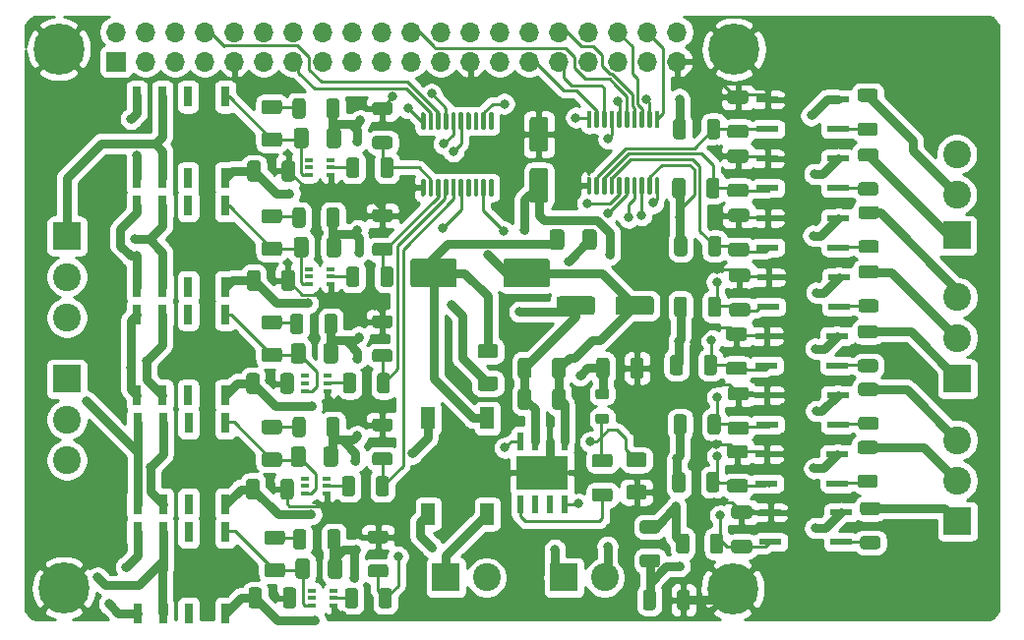
<source format=gbr>
G04 #@! TF.GenerationSoftware,KiCad,Pcbnew,(5.1.9)-1*
G04 #@! TF.CreationDate,2021-06-05T11:28:22-05:00*
G04 #@! TF.ProjectId,RASPBERRY 4 PI HAT,52415350-4245-4525-9259-203420504920,rev?*
G04 #@! TF.SameCoordinates,Original*
G04 #@! TF.FileFunction,Copper,L1,Top*
G04 #@! TF.FilePolarity,Positive*
%FSLAX46Y46*%
G04 Gerber Fmt 4.6, Leading zero omitted, Abs format (unit mm)*
G04 Created by KiCad (PCBNEW (5.1.9)-1) date 2021-06-05 11:28:22*
%MOMM*%
%LPD*%
G01*
G04 APERTURE LIST*
G04 #@! TA.AperFunction,SMDPad,CuDef*
%ADD10R,0.800000X1.800000*%
G04 #@! TD*
G04 #@! TA.AperFunction,ComponentPad*
%ADD11C,2.400000*%
G04 #@! TD*
G04 #@! TA.AperFunction,ComponentPad*
%ADD12R,2.400000X2.400000*%
G04 #@! TD*
G04 #@! TA.AperFunction,SMDPad,CuDef*
%ADD13R,0.650000X0.400000*%
G04 #@! TD*
G04 #@! TA.AperFunction,ComponentPad*
%ADD14O,1.700000X1.700000*%
G04 #@! TD*
G04 #@! TA.AperFunction,ComponentPad*
%ADD15R,1.700000X1.700000*%
G04 #@! TD*
G04 #@! TA.AperFunction,ComponentPad*
%ADD16C,0.700000*%
G04 #@! TD*
G04 #@! TA.AperFunction,ComponentPad*
%ADD17C,4.400000*%
G04 #@! TD*
G04 #@! TA.AperFunction,SMDPad,CuDef*
%ADD18R,1.200000X1.900000*%
G04 #@! TD*
G04 #@! TA.AperFunction,SMDPad,CuDef*
%ADD19R,3.100000X2.600000*%
G04 #@! TD*
G04 #@! TA.AperFunction,SMDPad,CuDef*
%ADD20R,4.500000X2.950000*%
G04 #@! TD*
G04 #@! TA.AperFunction,SMDPad,CuDef*
%ADD21R,0.600000X1.550000*%
G04 #@! TD*
G04 #@! TA.AperFunction,ComponentPad*
%ADD22C,0.600000*%
G04 #@! TD*
G04 #@! TA.AperFunction,SMDPad,CuDef*
%ADD23R,1.930000X0.590000*%
G04 #@! TD*
G04 #@! TA.AperFunction,ViaPad*
%ADD24C,0.800000*%
G04 #@! TD*
G04 #@! TA.AperFunction,Conductor*
%ADD25C,0.250000*%
G04 #@! TD*
G04 #@! TA.AperFunction,Conductor*
%ADD26C,0.750000*%
G04 #@! TD*
G04 #@! TA.AperFunction,Conductor*
%ADD27C,0.254000*%
G04 #@! TD*
G04 #@! TA.AperFunction,Conductor*
%ADD28C,0.100000*%
G04 #@! TD*
G04 APERTURE END LIST*
G04 #@! TA.AperFunction,SMDPad,CuDef*
G36*
G01*
X146495000Y-104085000D02*
X147745000Y-104085000D01*
G75*
G02*
X147995000Y-104335000I0J-250000D01*
G01*
X147995000Y-105085000D01*
G75*
G02*
X147745000Y-105335000I-250000J0D01*
G01*
X146495000Y-105335000D01*
G75*
G02*
X146245000Y-105085000I0J250000D01*
G01*
X146245000Y-104335000D01*
G75*
G02*
X146495000Y-104085000I250000J0D01*
G01*
G37*
G04 #@! TD.AperFunction*
G04 #@! TA.AperFunction,SMDPad,CuDef*
G36*
G01*
X146495000Y-101285000D02*
X147745000Y-101285000D01*
G75*
G02*
X147995000Y-101535000I0J-250000D01*
G01*
X147995000Y-102285000D01*
G75*
G02*
X147745000Y-102535000I-250000J0D01*
G01*
X146495000Y-102535000D01*
G75*
G02*
X146245000Y-102285000I0J250000D01*
G01*
X146245000Y-101535000D01*
G75*
G02*
X146495000Y-101285000I250000J0D01*
G01*
G37*
G04 #@! TD.AperFunction*
D10*
X124540000Y-98740000D03*
X121340000Y-98740000D03*
X119140000Y-98740000D03*
X116940000Y-98740000D03*
X116940000Y-105740000D03*
X119140000Y-105740000D03*
X121340000Y-105740000D03*
X124540000Y-105740000D03*
G04 #@! TA.AperFunction,SMDPad,CuDef*
G36*
G01*
X129480000Y-123810001D02*
X129480000Y-122509999D01*
G75*
G02*
X129729999Y-122260000I249999J0D01*
G01*
X130380001Y-122260000D01*
G75*
G02*
X130630000Y-122509999I0J-249999D01*
G01*
X130630000Y-123810001D01*
G75*
G02*
X130380001Y-124060000I-249999J0D01*
G01*
X129729999Y-124060000D01*
G75*
G02*
X129480000Y-123810001I0J249999D01*
G01*
G37*
G04 #@! TD.AperFunction*
G04 #@! TA.AperFunction,SMDPad,CuDef*
G36*
G01*
X126530000Y-123810001D02*
X126530000Y-122509999D01*
G75*
G02*
X126779999Y-122260000I249999J0D01*
G01*
X127430001Y-122260000D01*
G75*
G02*
X127680000Y-122509999I0J-249999D01*
G01*
X127680000Y-123810001D01*
G75*
G02*
X127430001Y-124060000I-249999J0D01*
G01*
X126779999Y-124060000D01*
G75*
G02*
X126530000Y-123810001I0J249999D01*
G01*
G37*
G04 #@! TD.AperFunction*
G04 #@! TA.AperFunction,SMDPad,CuDef*
G36*
G01*
X129280000Y-105350001D02*
X129280000Y-104049999D01*
G75*
G02*
X129529999Y-103800000I249999J0D01*
G01*
X130180001Y-103800000D01*
G75*
G02*
X130430000Y-104049999I0J-249999D01*
G01*
X130430000Y-105350001D01*
G75*
G02*
X130180001Y-105600000I-249999J0D01*
G01*
X129529999Y-105600000D01*
G75*
G02*
X129280000Y-105350001I0J249999D01*
G01*
G37*
G04 #@! TD.AperFunction*
G04 #@! TA.AperFunction,SMDPad,CuDef*
G36*
G01*
X126330000Y-105350001D02*
X126330000Y-104049999D01*
G75*
G02*
X126579999Y-103800000I249999J0D01*
G01*
X127230001Y-103800000D01*
G75*
G02*
X127480000Y-104049999I0J-249999D01*
G01*
X127480000Y-105350001D01*
G75*
G02*
X127230001Y-105600000I-249999J0D01*
G01*
X126579999Y-105600000D01*
G75*
G02*
X126330000Y-105350001I0J249999D01*
G01*
G37*
G04 #@! TD.AperFunction*
G04 #@! TA.AperFunction,SMDPad,CuDef*
G36*
G01*
X129380000Y-87050001D02*
X129380000Y-85749999D01*
G75*
G02*
X129629999Y-85500000I249999J0D01*
G01*
X130280001Y-85500000D01*
G75*
G02*
X130530000Y-85749999I0J-249999D01*
G01*
X130530000Y-87050001D01*
G75*
G02*
X130280001Y-87300000I-249999J0D01*
G01*
X129629999Y-87300000D01*
G75*
G02*
X129380000Y-87050001I0J249999D01*
G01*
G37*
G04 #@! TD.AperFunction*
G04 #@! TA.AperFunction,SMDPad,CuDef*
G36*
G01*
X126430000Y-87050001D02*
X126430000Y-85749999D01*
G75*
G02*
X126679999Y-85500000I249999J0D01*
G01*
X127330001Y-85500000D01*
G75*
G02*
X127580000Y-85749999I0J-249999D01*
G01*
X127580000Y-87050001D01*
G75*
G02*
X127330001Y-87300000I-249999J0D01*
G01*
X126679999Y-87300000D01*
G75*
G02*
X126430000Y-87050001I0J249999D01*
G01*
G37*
G04 #@! TD.AperFunction*
G04 #@! TA.AperFunction,SMDPad,CuDef*
G36*
G01*
X129350000Y-96470001D02*
X129350000Y-95169999D01*
G75*
G02*
X129599999Y-94920000I249999J0D01*
G01*
X130250001Y-94920000D01*
G75*
G02*
X130500000Y-95169999I0J-249999D01*
G01*
X130500000Y-96470001D01*
G75*
G02*
X130250001Y-96720000I-249999J0D01*
G01*
X129599999Y-96720000D01*
G75*
G02*
X129350000Y-96470001I0J249999D01*
G01*
G37*
G04 #@! TD.AperFunction*
G04 #@! TA.AperFunction,SMDPad,CuDef*
G36*
G01*
X126400000Y-96470001D02*
X126400000Y-95169999D01*
G75*
G02*
X126649999Y-94920000I249999J0D01*
G01*
X127300001Y-94920000D01*
G75*
G02*
X127550000Y-95169999I0J-249999D01*
G01*
X127550000Y-96470001D01*
G75*
G02*
X127300001Y-96720000I-249999J0D01*
G01*
X126649999Y-96720000D01*
G75*
G02*
X126400000Y-96470001I0J249999D01*
G01*
G37*
G04 #@! TD.AperFunction*
G04 #@! TA.AperFunction,SMDPad,CuDef*
G36*
G01*
X129270000Y-114450001D02*
X129270000Y-113149999D01*
G75*
G02*
X129519999Y-112900000I249999J0D01*
G01*
X130170001Y-112900000D01*
G75*
G02*
X130420000Y-113149999I0J-249999D01*
G01*
X130420000Y-114450001D01*
G75*
G02*
X130170001Y-114700000I-249999J0D01*
G01*
X129519999Y-114700000D01*
G75*
G02*
X129270000Y-114450001I0J249999D01*
G01*
G37*
G04 #@! TD.AperFunction*
G04 #@! TA.AperFunction,SMDPad,CuDef*
G36*
G01*
X126320000Y-114450001D02*
X126320000Y-113149999D01*
G75*
G02*
X126569999Y-112900000I249999J0D01*
G01*
X127220001Y-112900000D01*
G75*
G02*
X127470000Y-113149999I0J-249999D01*
G01*
X127470000Y-114450001D01*
G75*
G02*
X127220001Y-114700000I-249999J0D01*
G01*
X126569999Y-114700000D01*
G75*
G02*
X126320000Y-114450001I0J249999D01*
G01*
G37*
G04 #@! TD.AperFunction*
G04 #@! TA.AperFunction,SMDPad,CuDef*
G36*
G01*
X148460000Y-96190000D02*
X148460000Y-94190000D01*
G75*
G02*
X148710000Y-93940000I250000J0D01*
G01*
X152210000Y-93940000D01*
G75*
G02*
X152460000Y-94190000I0J-250000D01*
G01*
X152460000Y-96190000D01*
G75*
G02*
X152210000Y-96440000I-250000J0D01*
G01*
X148710000Y-96440000D01*
G75*
G02*
X148460000Y-96190000I0J250000D01*
G01*
G37*
G04 #@! TD.AperFunction*
G04 #@! TA.AperFunction,SMDPad,CuDef*
G36*
G01*
X140460000Y-96190000D02*
X140460000Y-94190000D01*
G75*
G02*
X140710000Y-93940000I250000J0D01*
G01*
X144210000Y-93940000D01*
G75*
G02*
X144460000Y-94190000I0J-250000D01*
G01*
X144460000Y-96190000D01*
G75*
G02*
X144210000Y-96440000I-250000J0D01*
G01*
X140710000Y-96440000D01*
G75*
G02*
X140460000Y-96190000I0J250000D01*
G01*
G37*
G04 #@! TD.AperFunction*
G04 #@! TA.AperFunction,SMDPad,CuDef*
G36*
G01*
X158105000Y-98550000D02*
X158105000Y-97450000D01*
G75*
G02*
X158355000Y-97200000I250000J0D01*
G01*
X161180000Y-97200000D01*
G75*
G02*
X161430000Y-97450000I0J-250000D01*
G01*
X161430000Y-98550000D01*
G75*
G02*
X161180000Y-98800000I-250000J0D01*
G01*
X158355000Y-98800000D01*
G75*
G02*
X158105000Y-98550000I0J250000D01*
G01*
G37*
G04 #@! TD.AperFunction*
G04 #@! TA.AperFunction,SMDPad,CuDef*
G36*
G01*
X153030000Y-98550000D02*
X153030000Y-97450000D01*
G75*
G02*
X153280000Y-97200000I250000J0D01*
G01*
X156105000Y-97200000D01*
G75*
G02*
X156355000Y-97450000I0J-250000D01*
G01*
X156355000Y-98550000D01*
G75*
G02*
X156105000Y-98800000I-250000J0D01*
G01*
X153280000Y-98800000D01*
G75*
G02*
X153030000Y-98550000I0J250000D01*
G01*
G37*
G04 #@! TD.AperFunction*
G04 #@! TA.AperFunction,SMDPad,CuDef*
G36*
G01*
X166072500Y-98725003D02*
X166072500Y-97474997D01*
G75*
G02*
X166322497Y-97225000I249997J0D01*
G01*
X166947503Y-97225000D01*
G75*
G02*
X167197500Y-97474997I0J-249997D01*
G01*
X167197500Y-98725003D01*
G75*
G02*
X166947503Y-98975000I-249997J0D01*
G01*
X166322497Y-98975000D01*
G75*
G02*
X166072500Y-98725003I0J249997D01*
G01*
G37*
G04 #@! TD.AperFunction*
G04 #@! TA.AperFunction,SMDPad,CuDef*
G36*
G01*
X163147500Y-98725003D02*
X163147500Y-97474997D01*
G75*
G02*
X163397497Y-97225000I249997J0D01*
G01*
X164022503Y-97225000D01*
G75*
G02*
X164272500Y-97474997I0J-249997D01*
G01*
X164272500Y-98725003D01*
G75*
G02*
X164022503Y-98975000I-249997J0D01*
G01*
X163397497Y-98975000D01*
G75*
G02*
X163147500Y-98725003I0J249997D01*
G01*
G37*
G04 #@! TD.AperFunction*
D11*
X187560000Y-97280000D03*
X187560000Y-100780000D03*
D12*
X187560000Y-104280000D03*
G04 #@! TA.AperFunction,SMDPad,CuDef*
G36*
G01*
X147315000Y-87095000D02*
X147515000Y-87095000D01*
G75*
G02*
X147615000Y-87195000I0J-100000D01*
G01*
X147615000Y-88470000D01*
G75*
G02*
X147515000Y-88570000I-100000J0D01*
G01*
X147315000Y-88570000D01*
G75*
G02*
X147215000Y-88470000I0J100000D01*
G01*
X147215000Y-87195000D01*
G75*
G02*
X147315000Y-87095000I100000J0D01*
G01*
G37*
G04 #@! TD.AperFunction*
G04 #@! TA.AperFunction,SMDPad,CuDef*
G36*
G01*
X146665000Y-87095000D02*
X146865000Y-87095000D01*
G75*
G02*
X146965000Y-87195000I0J-100000D01*
G01*
X146965000Y-88470000D01*
G75*
G02*
X146865000Y-88570000I-100000J0D01*
G01*
X146665000Y-88570000D01*
G75*
G02*
X146565000Y-88470000I0J100000D01*
G01*
X146565000Y-87195000D01*
G75*
G02*
X146665000Y-87095000I100000J0D01*
G01*
G37*
G04 #@! TD.AperFunction*
G04 #@! TA.AperFunction,SMDPad,CuDef*
G36*
G01*
X146015000Y-87095000D02*
X146215000Y-87095000D01*
G75*
G02*
X146315000Y-87195000I0J-100000D01*
G01*
X146315000Y-88470000D01*
G75*
G02*
X146215000Y-88570000I-100000J0D01*
G01*
X146015000Y-88570000D01*
G75*
G02*
X145915000Y-88470000I0J100000D01*
G01*
X145915000Y-87195000D01*
G75*
G02*
X146015000Y-87095000I100000J0D01*
G01*
G37*
G04 #@! TD.AperFunction*
G04 #@! TA.AperFunction,SMDPad,CuDef*
G36*
G01*
X145365000Y-87095000D02*
X145565000Y-87095000D01*
G75*
G02*
X145665000Y-87195000I0J-100000D01*
G01*
X145665000Y-88470000D01*
G75*
G02*
X145565000Y-88570000I-100000J0D01*
G01*
X145365000Y-88570000D01*
G75*
G02*
X145265000Y-88470000I0J100000D01*
G01*
X145265000Y-87195000D01*
G75*
G02*
X145365000Y-87095000I100000J0D01*
G01*
G37*
G04 #@! TD.AperFunction*
G04 #@! TA.AperFunction,SMDPad,CuDef*
G36*
G01*
X144715000Y-87095000D02*
X144915000Y-87095000D01*
G75*
G02*
X145015000Y-87195000I0J-100000D01*
G01*
X145015000Y-88470000D01*
G75*
G02*
X144915000Y-88570000I-100000J0D01*
G01*
X144715000Y-88570000D01*
G75*
G02*
X144615000Y-88470000I0J100000D01*
G01*
X144615000Y-87195000D01*
G75*
G02*
X144715000Y-87095000I100000J0D01*
G01*
G37*
G04 #@! TD.AperFunction*
G04 #@! TA.AperFunction,SMDPad,CuDef*
G36*
G01*
X144065000Y-87095000D02*
X144265000Y-87095000D01*
G75*
G02*
X144365000Y-87195000I0J-100000D01*
G01*
X144365000Y-88470000D01*
G75*
G02*
X144265000Y-88570000I-100000J0D01*
G01*
X144065000Y-88570000D01*
G75*
G02*
X143965000Y-88470000I0J100000D01*
G01*
X143965000Y-87195000D01*
G75*
G02*
X144065000Y-87095000I100000J0D01*
G01*
G37*
G04 #@! TD.AperFunction*
G04 #@! TA.AperFunction,SMDPad,CuDef*
G36*
G01*
X143415000Y-87095000D02*
X143615000Y-87095000D01*
G75*
G02*
X143715000Y-87195000I0J-100000D01*
G01*
X143715000Y-88470000D01*
G75*
G02*
X143615000Y-88570000I-100000J0D01*
G01*
X143415000Y-88570000D01*
G75*
G02*
X143315000Y-88470000I0J100000D01*
G01*
X143315000Y-87195000D01*
G75*
G02*
X143415000Y-87095000I100000J0D01*
G01*
G37*
G04 #@! TD.AperFunction*
G04 #@! TA.AperFunction,SMDPad,CuDef*
G36*
G01*
X142765000Y-87095000D02*
X142965000Y-87095000D01*
G75*
G02*
X143065000Y-87195000I0J-100000D01*
G01*
X143065000Y-88470000D01*
G75*
G02*
X142965000Y-88570000I-100000J0D01*
G01*
X142765000Y-88570000D01*
G75*
G02*
X142665000Y-88470000I0J100000D01*
G01*
X142665000Y-87195000D01*
G75*
G02*
X142765000Y-87095000I100000J0D01*
G01*
G37*
G04 #@! TD.AperFunction*
G04 #@! TA.AperFunction,SMDPad,CuDef*
G36*
G01*
X142115000Y-87095000D02*
X142315000Y-87095000D01*
G75*
G02*
X142415000Y-87195000I0J-100000D01*
G01*
X142415000Y-88470000D01*
G75*
G02*
X142315000Y-88570000I-100000J0D01*
G01*
X142115000Y-88570000D01*
G75*
G02*
X142015000Y-88470000I0J100000D01*
G01*
X142015000Y-87195000D01*
G75*
G02*
X142115000Y-87095000I100000J0D01*
G01*
G37*
G04 #@! TD.AperFunction*
G04 #@! TA.AperFunction,SMDPad,CuDef*
G36*
G01*
X141465000Y-87095000D02*
X141665000Y-87095000D01*
G75*
G02*
X141765000Y-87195000I0J-100000D01*
G01*
X141765000Y-88470000D01*
G75*
G02*
X141665000Y-88570000I-100000J0D01*
G01*
X141465000Y-88570000D01*
G75*
G02*
X141365000Y-88470000I0J100000D01*
G01*
X141365000Y-87195000D01*
G75*
G02*
X141465000Y-87095000I100000J0D01*
G01*
G37*
G04 #@! TD.AperFunction*
G04 #@! TA.AperFunction,SMDPad,CuDef*
G36*
G01*
X141465000Y-81370000D02*
X141665000Y-81370000D01*
G75*
G02*
X141765000Y-81470000I0J-100000D01*
G01*
X141765000Y-82745000D01*
G75*
G02*
X141665000Y-82845000I-100000J0D01*
G01*
X141465000Y-82845000D01*
G75*
G02*
X141365000Y-82745000I0J100000D01*
G01*
X141365000Y-81470000D01*
G75*
G02*
X141465000Y-81370000I100000J0D01*
G01*
G37*
G04 #@! TD.AperFunction*
G04 #@! TA.AperFunction,SMDPad,CuDef*
G36*
G01*
X142115000Y-81370000D02*
X142315000Y-81370000D01*
G75*
G02*
X142415000Y-81470000I0J-100000D01*
G01*
X142415000Y-82745000D01*
G75*
G02*
X142315000Y-82845000I-100000J0D01*
G01*
X142115000Y-82845000D01*
G75*
G02*
X142015000Y-82745000I0J100000D01*
G01*
X142015000Y-81470000D01*
G75*
G02*
X142115000Y-81370000I100000J0D01*
G01*
G37*
G04 #@! TD.AperFunction*
G04 #@! TA.AperFunction,SMDPad,CuDef*
G36*
G01*
X142765000Y-81370000D02*
X142965000Y-81370000D01*
G75*
G02*
X143065000Y-81470000I0J-100000D01*
G01*
X143065000Y-82745000D01*
G75*
G02*
X142965000Y-82845000I-100000J0D01*
G01*
X142765000Y-82845000D01*
G75*
G02*
X142665000Y-82745000I0J100000D01*
G01*
X142665000Y-81470000D01*
G75*
G02*
X142765000Y-81370000I100000J0D01*
G01*
G37*
G04 #@! TD.AperFunction*
G04 #@! TA.AperFunction,SMDPad,CuDef*
G36*
G01*
X143415000Y-81370000D02*
X143615000Y-81370000D01*
G75*
G02*
X143715000Y-81470000I0J-100000D01*
G01*
X143715000Y-82745000D01*
G75*
G02*
X143615000Y-82845000I-100000J0D01*
G01*
X143415000Y-82845000D01*
G75*
G02*
X143315000Y-82745000I0J100000D01*
G01*
X143315000Y-81470000D01*
G75*
G02*
X143415000Y-81370000I100000J0D01*
G01*
G37*
G04 #@! TD.AperFunction*
G04 #@! TA.AperFunction,SMDPad,CuDef*
G36*
G01*
X144065000Y-81370000D02*
X144265000Y-81370000D01*
G75*
G02*
X144365000Y-81470000I0J-100000D01*
G01*
X144365000Y-82745000D01*
G75*
G02*
X144265000Y-82845000I-100000J0D01*
G01*
X144065000Y-82845000D01*
G75*
G02*
X143965000Y-82745000I0J100000D01*
G01*
X143965000Y-81470000D01*
G75*
G02*
X144065000Y-81370000I100000J0D01*
G01*
G37*
G04 #@! TD.AperFunction*
G04 #@! TA.AperFunction,SMDPad,CuDef*
G36*
G01*
X144715000Y-81370000D02*
X144915000Y-81370000D01*
G75*
G02*
X145015000Y-81470000I0J-100000D01*
G01*
X145015000Y-82745000D01*
G75*
G02*
X144915000Y-82845000I-100000J0D01*
G01*
X144715000Y-82845000D01*
G75*
G02*
X144615000Y-82745000I0J100000D01*
G01*
X144615000Y-81470000D01*
G75*
G02*
X144715000Y-81370000I100000J0D01*
G01*
G37*
G04 #@! TD.AperFunction*
G04 #@! TA.AperFunction,SMDPad,CuDef*
G36*
G01*
X145365000Y-81370000D02*
X145565000Y-81370000D01*
G75*
G02*
X145665000Y-81470000I0J-100000D01*
G01*
X145665000Y-82745000D01*
G75*
G02*
X145565000Y-82845000I-100000J0D01*
G01*
X145365000Y-82845000D01*
G75*
G02*
X145265000Y-82745000I0J100000D01*
G01*
X145265000Y-81470000D01*
G75*
G02*
X145365000Y-81370000I100000J0D01*
G01*
G37*
G04 #@! TD.AperFunction*
G04 #@! TA.AperFunction,SMDPad,CuDef*
G36*
G01*
X146015000Y-81370000D02*
X146215000Y-81370000D01*
G75*
G02*
X146315000Y-81470000I0J-100000D01*
G01*
X146315000Y-82745000D01*
G75*
G02*
X146215000Y-82845000I-100000J0D01*
G01*
X146015000Y-82845000D01*
G75*
G02*
X145915000Y-82745000I0J100000D01*
G01*
X145915000Y-81470000D01*
G75*
G02*
X146015000Y-81370000I100000J0D01*
G01*
G37*
G04 #@! TD.AperFunction*
G04 #@! TA.AperFunction,SMDPad,CuDef*
G36*
G01*
X146665000Y-81370000D02*
X146865000Y-81370000D01*
G75*
G02*
X146965000Y-81470000I0J-100000D01*
G01*
X146965000Y-82745000D01*
G75*
G02*
X146865000Y-82845000I-100000J0D01*
G01*
X146665000Y-82845000D01*
G75*
G02*
X146565000Y-82745000I0J100000D01*
G01*
X146565000Y-81470000D01*
G75*
G02*
X146665000Y-81370000I100000J0D01*
G01*
G37*
G04 #@! TD.AperFunction*
G04 #@! TA.AperFunction,SMDPad,CuDef*
G36*
G01*
X147315000Y-81370000D02*
X147515000Y-81370000D01*
G75*
G02*
X147615000Y-81470000I0J-100000D01*
G01*
X147615000Y-82745000D01*
G75*
G02*
X147515000Y-82845000I-100000J0D01*
G01*
X147315000Y-82845000D01*
G75*
G02*
X147215000Y-82745000I0J100000D01*
G01*
X147215000Y-81470000D01*
G75*
G02*
X147315000Y-81370000I100000J0D01*
G01*
G37*
G04 #@! TD.AperFunction*
G04 #@! TA.AperFunction,SMDPad,CuDef*
G36*
G01*
X161595000Y-86935000D02*
X161795000Y-86935000D01*
G75*
G02*
X161895000Y-87035000I0J-100000D01*
G01*
X161895000Y-88310000D01*
G75*
G02*
X161795000Y-88410000I-100000J0D01*
G01*
X161595000Y-88410000D01*
G75*
G02*
X161495000Y-88310000I0J100000D01*
G01*
X161495000Y-87035000D01*
G75*
G02*
X161595000Y-86935000I100000J0D01*
G01*
G37*
G04 #@! TD.AperFunction*
G04 #@! TA.AperFunction,SMDPad,CuDef*
G36*
G01*
X160945000Y-86935000D02*
X161145000Y-86935000D01*
G75*
G02*
X161245000Y-87035000I0J-100000D01*
G01*
X161245000Y-88310000D01*
G75*
G02*
X161145000Y-88410000I-100000J0D01*
G01*
X160945000Y-88410000D01*
G75*
G02*
X160845000Y-88310000I0J100000D01*
G01*
X160845000Y-87035000D01*
G75*
G02*
X160945000Y-86935000I100000J0D01*
G01*
G37*
G04 #@! TD.AperFunction*
G04 #@! TA.AperFunction,SMDPad,CuDef*
G36*
G01*
X160295000Y-86935000D02*
X160495000Y-86935000D01*
G75*
G02*
X160595000Y-87035000I0J-100000D01*
G01*
X160595000Y-88310000D01*
G75*
G02*
X160495000Y-88410000I-100000J0D01*
G01*
X160295000Y-88410000D01*
G75*
G02*
X160195000Y-88310000I0J100000D01*
G01*
X160195000Y-87035000D01*
G75*
G02*
X160295000Y-86935000I100000J0D01*
G01*
G37*
G04 #@! TD.AperFunction*
G04 #@! TA.AperFunction,SMDPad,CuDef*
G36*
G01*
X159645000Y-86935000D02*
X159845000Y-86935000D01*
G75*
G02*
X159945000Y-87035000I0J-100000D01*
G01*
X159945000Y-88310000D01*
G75*
G02*
X159845000Y-88410000I-100000J0D01*
G01*
X159645000Y-88410000D01*
G75*
G02*
X159545000Y-88310000I0J100000D01*
G01*
X159545000Y-87035000D01*
G75*
G02*
X159645000Y-86935000I100000J0D01*
G01*
G37*
G04 #@! TD.AperFunction*
G04 #@! TA.AperFunction,SMDPad,CuDef*
G36*
G01*
X158995000Y-86935000D02*
X159195000Y-86935000D01*
G75*
G02*
X159295000Y-87035000I0J-100000D01*
G01*
X159295000Y-88310000D01*
G75*
G02*
X159195000Y-88410000I-100000J0D01*
G01*
X158995000Y-88410000D01*
G75*
G02*
X158895000Y-88310000I0J100000D01*
G01*
X158895000Y-87035000D01*
G75*
G02*
X158995000Y-86935000I100000J0D01*
G01*
G37*
G04 #@! TD.AperFunction*
G04 #@! TA.AperFunction,SMDPad,CuDef*
G36*
G01*
X158345000Y-86935000D02*
X158545000Y-86935000D01*
G75*
G02*
X158645000Y-87035000I0J-100000D01*
G01*
X158645000Y-88310000D01*
G75*
G02*
X158545000Y-88410000I-100000J0D01*
G01*
X158345000Y-88410000D01*
G75*
G02*
X158245000Y-88310000I0J100000D01*
G01*
X158245000Y-87035000D01*
G75*
G02*
X158345000Y-86935000I100000J0D01*
G01*
G37*
G04 #@! TD.AperFunction*
G04 #@! TA.AperFunction,SMDPad,CuDef*
G36*
G01*
X157695000Y-86935000D02*
X157895000Y-86935000D01*
G75*
G02*
X157995000Y-87035000I0J-100000D01*
G01*
X157995000Y-88310000D01*
G75*
G02*
X157895000Y-88410000I-100000J0D01*
G01*
X157695000Y-88410000D01*
G75*
G02*
X157595000Y-88310000I0J100000D01*
G01*
X157595000Y-87035000D01*
G75*
G02*
X157695000Y-86935000I100000J0D01*
G01*
G37*
G04 #@! TD.AperFunction*
G04 #@! TA.AperFunction,SMDPad,CuDef*
G36*
G01*
X157045000Y-86935000D02*
X157245000Y-86935000D01*
G75*
G02*
X157345000Y-87035000I0J-100000D01*
G01*
X157345000Y-88310000D01*
G75*
G02*
X157245000Y-88410000I-100000J0D01*
G01*
X157045000Y-88410000D01*
G75*
G02*
X156945000Y-88310000I0J100000D01*
G01*
X156945000Y-87035000D01*
G75*
G02*
X157045000Y-86935000I100000J0D01*
G01*
G37*
G04 #@! TD.AperFunction*
G04 #@! TA.AperFunction,SMDPad,CuDef*
G36*
G01*
X156395000Y-86935000D02*
X156595000Y-86935000D01*
G75*
G02*
X156695000Y-87035000I0J-100000D01*
G01*
X156695000Y-88310000D01*
G75*
G02*
X156595000Y-88410000I-100000J0D01*
G01*
X156395000Y-88410000D01*
G75*
G02*
X156295000Y-88310000I0J100000D01*
G01*
X156295000Y-87035000D01*
G75*
G02*
X156395000Y-86935000I100000J0D01*
G01*
G37*
G04 #@! TD.AperFunction*
G04 #@! TA.AperFunction,SMDPad,CuDef*
G36*
G01*
X155745000Y-86935000D02*
X155945000Y-86935000D01*
G75*
G02*
X156045000Y-87035000I0J-100000D01*
G01*
X156045000Y-88310000D01*
G75*
G02*
X155945000Y-88410000I-100000J0D01*
G01*
X155745000Y-88410000D01*
G75*
G02*
X155645000Y-88310000I0J100000D01*
G01*
X155645000Y-87035000D01*
G75*
G02*
X155745000Y-86935000I100000J0D01*
G01*
G37*
G04 #@! TD.AperFunction*
G04 #@! TA.AperFunction,SMDPad,CuDef*
G36*
G01*
X155745000Y-81210000D02*
X155945000Y-81210000D01*
G75*
G02*
X156045000Y-81310000I0J-100000D01*
G01*
X156045000Y-82585000D01*
G75*
G02*
X155945000Y-82685000I-100000J0D01*
G01*
X155745000Y-82685000D01*
G75*
G02*
X155645000Y-82585000I0J100000D01*
G01*
X155645000Y-81310000D01*
G75*
G02*
X155745000Y-81210000I100000J0D01*
G01*
G37*
G04 #@! TD.AperFunction*
G04 #@! TA.AperFunction,SMDPad,CuDef*
G36*
G01*
X156395000Y-81210000D02*
X156595000Y-81210000D01*
G75*
G02*
X156695000Y-81310000I0J-100000D01*
G01*
X156695000Y-82585000D01*
G75*
G02*
X156595000Y-82685000I-100000J0D01*
G01*
X156395000Y-82685000D01*
G75*
G02*
X156295000Y-82585000I0J100000D01*
G01*
X156295000Y-81310000D01*
G75*
G02*
X156395000Y-81210000I100000J0D01*
G01*
G37*
G04 #@! TD.AperFunction*
G04 #@! TA.AperFunction,SMDPad,CuDef*
G36*
G01*
X157045000Y-81210000D02*
X157245000Y-81210000D01*
G75*
G02*
X157345000Y-81310000I0J-100000D01*
G01*
X157345000Y-82585000D01*
G75*
G02*
X157245000Y-82685000I-100000J0D01*
G01*
X157045000Y-82685000D01*
G75*
G02*
X156945000Y-82585000I0J100000D01*
G01*
X156945000Y-81310000D01*
G75*
G02*
X157045000Y-81210000I100000J0D01*
G01*
G37*
G04 #@! TD.AperFunction*
G04 #@! TA.AperFunction,SMDPad,CuDef*
G36*
G01*
X157695000Y-81210000D02*
X157895000Y-81210000D01*
G75*
G02*
X157995000Y-81310000I0J-100000D01*
G01*
X157995000Y-82585000D01*
G75*
G02*
X157895000Y-82685000I-100000J0D01*
G01*
X157695000Y-82685000D01*
G75*
G02*
X157595000Y-82585000I0J100000D01*
G01*
X157595000Y-81310000D01*
G75*
G02*
X157695000Y-81210000I100000J0D01*
G01*
G37*
G04 #@! TD.AperFunction*
G04 #@! TA.AperFunction,SMDPad,CuDef*
G36*
G01*
X158345000Y-81210000D02*
X158545000Y-81210000D01*
G75*
G02*
X158645000Y-81310000I0J-100000D01*
G01*
X158645000Y-82585000D01*
G75*
G02*
X158545000Y-82685000I-100000J0D01*
G01*
X158345000Y-82685000D01*
G75*
G02*
X158245000Y-82585000I0J100000D01*
G01*
X158245000Y-81310000D01*
G75*
G02*
X158345000Y-81210000I100000J0D01*
G01*
G37*
G04 #@! TD.AperFunction*
G04 #@! TA.AperFunction,SMDPad,CuDef*
G36*
G01*
X158995000Y-81210000D02*
X159195000Y-81210000D01*
G75*
G02*
X159295000Y-81310000I0J-100000D01*
G01*
X159295000Y-82585000D01*
G75*
G02*
X159195000Y-82685000I-100000J0D01*
G01*
X158995000Y-82685000D01*
G75*
G02*
X158895000Y-82585000I0J100000D01*
G01*
X158895000Y-81310000D01*
G75*
G02*
X158995000Y-81210000I100000J0D01*
G01*
G37*
G04 #@! TD.AperFunction*
G04 #@! TA.AperFunction,SMDPad,CuDef*
G36*
G01*
X159645000Y-81210000D02*
X159845000Y-81210000D01*
G75*
G02*
X159945000Y-81310000I0J-100000D01*
G01*
X159945000Y-82585000D01*
G75*
G02*
X159845000Y-82685000I-100000J0D01*
G01*
X159645000Y-82685000D01*
G75*
G02*
X159545000Y-82585000I0J100000D01*
G01*
X159545000Y-81310000D01*
G75*
G02*
X159645000Y-81210000I100000J0D01*
G01*
G37*
G04 #@! TD.AperFunction*
G04 #@! TA.AperFunction,SMDPad,CuDef*
G36*
G01*
X160295000Y-81210000D02*
X160495000Y-81210000D01*
G75*
G02*
X160595000Y-81310000I0J-100000D01*
G01*
X160595000Y-82585000D01*
G75*
G02*
X160495000Y-82685000I-100000J0D01*
G01*
X160295000Y-82685000D01*
G75*
G02*
X160195000Y-82585000I0J100000D01*
G01*
X160195000Y-81310000D01*
G75*
G02*
X160295000Y-81210000I100000J0D01*
G01*
G37*
G04 #@! TD.AperFunction*
G04 #@! TA.AperFunction,SMDPad,CuDef*
G36*
G01*
X160945000Y-81210000D02*
X161145000Y-81210000D01*
G75*
G02*
X161245000Y-81310000I0J-100000D01*
G01*
X161245000Y-82585000D01*
G75*
G02*
X161145000Y-82685000I-100000J0D01*
G01*
X160945000Y-82685000D01*
G75*
G02*
X160845000Y-82585000I0J100000D01*
G01*
X160845000Y-81310000D01*
G75*
G02*
X160945000Y-81210000I100000J0D01*
G01*
G37*
G04 #@! TD.AperFunction*
G04 #@! TA.AperFunction,SMDPad,CuDef*
G36*
G01*
X161595000Y-81210000D02*
X161795000Y-81210000D01*
G75*
G02*
X161895000Y-81310000I0J-100000D01*
G01*
X161895000Y-82585000D01*
G75*
G02*
X161795000Y-82685000I-100000J0D01*
G01*
X161595000Y-82685000D01*
G75*
G02*
X161495000Y-82585000I0J100000D01*
G01*
X161495000Y-81310000D01*
G75*
G02*
X161595000Y-81210000I100000J0D01*
G01*
G37*
G04 #@! TD.AperFunction*
D10*
X124560000Y-117480000D03*
X121360000Y-117480000D03*
X119160000Y-117480000D03*
X116960000Y-117480000D03*
X116960000Y-124480000D03*
X119160000Y-124480000D03*
X121360000Y-124480000D03*
X124560000Y-124480000D03*
X124560000Y-108100000D03*
X121360000Y-108100000D03*
X119160000Y-108100000D03*
X116960000Y-108100000D03*
X116960000Y-115100000D03*
X119160000Y-115100000D03*
X121360000Y-115100000D03*
X124560000Y-115100000D03*
X124530000Y-89390000D03*
X121330000Y-89390000D03*
X119130000Y-89390000D03*
X116930000Y-89390000D03*
X116930000Y-96390000D03*
X119130000Y-96390000D03*
X121330000Y-96390000D03*
X124530000Y-96390000D03*
X124520000Y-80010000D03*
X121320000Y-80010000D03*
X119120000Y-80010000D03*
X116920000Y-80010000D03*
X116920000Y-87010000D03*
X119120000Y-87010000D03*
X121320000Y-87010000D03*
X124520000Y-87010000D03*
G04 #@! TA.AperFunction,SMDPad,CuDef*
G36*
G01*
X152070000Y-84750000D02*
X150970000Y-84750000D01*
G75*
G02*
X150720000Y-84500000I0J250000D01*
G01*
X150720000Y-82000000D01*
G75*
G02*
X150970000Y-81750000I250000J0D01*
G01*
X152070000Y-81750000D01*
G75*
G02*
X152320000Y-82000000I0J-250000D01*
G01*
X152320000Y-84500000D01*
G75*
G02*
X152070000Y-84750000I-250000J0D01*
G01*
G37*
G04 #@! TD.AperFunction*
G04 #@! TA.AperFunction,SMDPad,CuDef*
G36*
G01*
X152070000Y-89150000D02*
X150970000Y-89150000D01*
G75*
G02*
X150720000Y-88900000I0J250000D01*
G01*
X150720000Y-86400000D01*
G75*
G02*
X150970000Y-86150000I250000J0D01*
G01*
X152070000Y-86150000D01*
G75*
G02*
X152320000Y-86400000I0J-250000D01*
G01*
X152320000Y-88900000D01*
G75*
G02*
X152070000Y-89150000I-250000J0D01*
G01*
G37*
G04 #@! TD.AperFunction*
G04 #@! TA.AperFunction,SMDPad,CuDef*
G36*
G01*
X135782500Y-104044997D02*
X135782500Y-105295003D01*
G75*
G02*
X135532503Y-105545000I-249997J0D01*
G01*
X134907497Y-105545000D01*
G75*
G02*
X134657500Y-105295003I0J249997D01*
G01*
X134657500Y-104044997D01*
G75*
G02*
X134907497Y-103795000I249997J0D01*
G01*
X135532503Y-103795000D01*
G75*
G02*
X135782500Y-104044997I0J-249997D01*
G01*
G37*
G04 #@! TD.AperFunction*
G04 #@! TA.AperFunction,SMDPad,CuDef*
G36*
G01*
X138707500Y-104044997D02*
X138707500Y-105295003D01*
G75*
G02*
X138457503Y-105545000I-249997J0D01*
G01*
X137832497Y-105545000D01*
G75*
G02*
X137582500Y-105295003I0J249997D01*
G01*
X137582500Y-104044997D01*
G75*
G02*
X137832497Y-103795000I249997J0D01*
G01*
X138457503Y-103795000D01*
G75*
G02*
X138707500Y-104044997I0J-249997D01*
G01*
G37*
G04 #@! TD.AperFunction*
D13*
X131420000Y-105340000D03*
X131420000Y-104040000D03*
X133320000Y-104690000D03*
X131420000Y-104690000D03*
X133320000Y-104040000D03*
X133320000Y-105340000D03*
D14*
X163390000Y-74430000D03*
X163390000Y-76970000D03*
X160850000Y-74430000D03*
X160850000Y-76970000D03*
X158310000Y-74430000D03*
X158310000Y-76970000D03*
X155770000Y-74430000D03*
X155770000Y-76970000D03*
X153230000Y-74430000D03*
X153230000Y-76970000D03*
X150690000Y-74430000D03*
X150690000Y-76970000D03*
X148150000Y-74430000D03*
X148150000Y-76970000D03*
X145610000Y-74430000D03*
X145610000Y-76970000D03*
X143070000Y-74430000D03*
X143070000Y-76970000D03*
X140530000Y-74430000D03*
X140530000Y-76970000D03*
X137990000Y-74430000D03*
X137990000Y-76970000D03*
X135450000Y-74430000D03*
X135450000Y-76970000D03*
X132910000Y-74430000D03*
X132910000Y-76970000D03*
X130370000Y-74430000D03*
X130370000Y-76970000D03*
X127830000Y-74430000D03*
X127830000Y-76970000D03*
X125290000Y-74430000D03*
X125290000Y-76970000D03*
X122750000Y-74430000D03*
X122750000Y-76970000D03*
X120210000Y-74430000D03*
X120210000Y-76970000D03*
X117670000Y-74430000D03*
X117670000Y-76970000D03*
X115130000Y-74430000D03*
D15*
X115130000Y-76970000D03*
D16*
X111802726Y-121157274D03*
X110636000Y-120674000D03*
X109469274Y-121157274D03*
X108986000Y-122324000D03*
X109469274Y-123490726D03*
X110636000Y-123974000D03*
X111802726Y-123490726D03*
X112286000Y-122324000D03*
D17*
X110636000Y-122324000D03*
D16*
X169350726Y-121227274D03*
X168184000Y-120744000D03*
X167017274Y-121227274D03*
X166534000Y-122394000D03*
X167017274Y-123560726D03*
X168184000Y-124044000D03*
X169350726Y-123560726D03*
X169834000Y-122394000D03*
D17*
X168184000Y-122394000D03*
D16*
X169470000Y-74756548D03*
X168303274Y-74273274D03*
X167136548Y-74756548D03*
X166653274Y-75923274D03*
X167136548Y-77090000D03*
X168303274Y-77573274D03*
X169470000Y-77090000D03*
X169953274Y-75923274D03*
D17*
X168303274Y-75923274D03*
D16*
X111366726Y-74713274D03*
X110200000Y-74230000D03*
X109033274Y-74713274D03*
X108550000Y-75880000D03*
X109033274Y-77046726D03*
X110200000Y-77530000D03*
X111366726Y-77046726D03*
X111850000Y-75880000D03*
D17*
X110200000Y-75880000D03*
D18*
X141986000Y-107696000D03*
X147086000Y-107696000D03*
X141986000Y-115946000D03*
X147086000Y-115946000D03*
G04 #@! TA.AperFunction,SMDPad,CuDef*
G36*
G01*
X169298001Y-80620000D02*
X167997999Y-80620000D01*
G75*
G02*
X167748000Y-80370001I0J249999D01*
G01*
X167748000Y-79719999D01*
G75*
G02*
X167997999Y-79470000I249999J0D01*
G01*
X169298001Y-79470000D01*
G75*
G02*
X169548000Y-79719999I0J-249999D01*
G01*
X169548000Y-80370001D01*
G75*
G02*
X169298001Y-80620000I-249999J0D01*
G01*
G37*
G04 #@! TD.AperFunction*
G04 #@! TA.AperFunction,SMDPad,CuDef*
G36*
G01*
X169298001Y-83570000D02*
X167997999Y-83570000D01*
G75*
G02*
X167748000Y-83320001I0J249999D01*
G01*
X167748000Y-82669999D01*
G75*
G02*
X167997999Y-82420000I249999J0D01*
G01*
X169298001Y-82420000D01*
G75*
G02*
X169548000Y-82669999I0J-249999D01*
G01*
X169548000Y-83320001D01*
G75*
G02*
X169298001Y-83570000I-249999J0D01*
G01*
G37*
G04 #@! TD.AperFunction*
G04 #@! TA.AperFunction,SMDPad,CuDef*
G36*
G01*
X169298001Y-88650000D02*
X167997999Y-88650000D01*
G75*
G02*
X167748000Y-88400001I0J249999D01*
G01*
X167748000Y-87749999D01*
G75*
G02*
X167997999Y-87500000I249999J0D01*
G01*
X169298001Y-87500000D01*
G75*
G02*
X169548000Y-87749999I0J-249999D01*
G01*
X169548000Y-88400001D01*
G75*
G02*
X169298001Y-88650000I-249999J0D01*
G01*
G37*
G04 #@! TD.AperFunction*
G04 #@! TA.AperFunction,SMDPad,CuDef*
G36*
G01*
X169298001Y-85700000D02*
X167997999Y-85700000D01*
G75*
G02*
X167748000Y-85450001I0J249999D01*
G01*
X167748000Y-84799999D01*
G75*
G02*
X167997999Y-84550000I249999J0D01*
G01*
X169298001Y-84550000D01*
G75*
G02*
X169548000Y-84799999I0J-249999D01*
G01*
X169548000Y-85450001D01*
G75*
G02*
X169298001Y-85700000I-249999J0D01*
G01*
G37*
G04 #@! TD.AperFunction*
G04 #@! TA.AperFunction,SMDPad,CuDef*
G36*
G01*
X169370001Y-90795000D02*
X168069999Y-90795000D01*
G75*
G02*
X167820000Y-90545001I0J249999D01*
G01*
X167820000Y-89894999D01*
G75*
G02*
X168069999Y-89645000I249999J0D01*
G01*
X169370001Y-89645000D01*
G75*
G02*
X169620000Y-89894999I0J-249999D01*
G01*
X169620000Y-90545001D01*
G75*
G02*
X169370001Y-90795000I-249999J0D01*
G01*
G37*
G04 #@! TD.AperFunction*
G04 #@! TA.AperFunction,SMDPad,CuDef*
G36*
G01*
X169370001Y-93745000D02*
X168069999Y-93745000D01*
G75*
G02*
X167820000Y-93495001I0J249999D01*
G01*
X167820000Y-92844999D01*
G75*
G02*
X168069999Y-92595000I249999J0D01*
G01*
X169370001Y-92595000D01*
G75*
G02*
X169620000Y-92844999I0J-249999D01*
G01*
X169620000Y-93495001D01*
G75*
G02*
X169370001Y-93745000I-249999J0D01*
G01*
G37*
G04 #@! TD.AperFunction*
G04 #@! TA.AperFunction,SMDPad,CuDef*
G36*
G01*
X169450001Y-95975000D02*
X168149999Y-95975000D01*
G75*
G02*
X167900000Y-95725001I0J249999D01*
G01*
X167900000Y-95074999D01*
G75*
G02*
X168149999Y-94825000I249999J0D01*
G01*
X169450001Y-94825000D01*
G75*
G02*
X169700000Y-95074999I0J-249999D01*
G01*
X169700000Y-95725001D01*
G75*
G02*
X169450001Y-95975000I-249999J0D01*
G01*
G37*
G04 #@! TD.AperFunction*
G04 #@! TA.AperFunction,SMDPad,CuDef*
G36*
G01*
X169450001Y-98925000D02*
X168149999Y-98925000D01*
G75*
G02*
X167900000Y-98675001I0J249999D01*
G01*
X167900000Y-98024999D01*
G75*
G02*
X168149999Y-97775000I249999J0D01*
G01*
X169450001Y-97775000D01*
G75*
G02*
X169700000Y-98024999I0J-249999D01*
G01*
X169700000Y-98675001D01*
G75*
G02*
X169450001Y-98925000I-249999J0D01*
G01*
G37*
G04 #@! TD.AperFunction*
G04 #@! TA.AperFunction,SMDPad,CuDef*
G36*
G01*
X169180001Y-103975000D02*
X167879999Y-103975000D01*
G75*
G02*
X167630000Y-103725001I0J249999D01*
G01*
X167630000Y-103074999D01*
G75*
G02*
X167879999Y-102825000I249999J0D01*
G01*
X169180001Y-102825000D01*
G75*
G02*
X169430000Y-103074999I0J-249999D01*
G01*
X169430000Y-103725001D01*
G75*
G02*
X169180001Y-103975000I-249999J0D01*
G01*
G37*
G04 #@! TD.AperFunction*
G04 #@! TA.AperFunction,SMDPad,CuDef*
G36*
G01*
X169180001Y-101025000D02*
X167879999Y-101025000D01*
G75*
G02*
X167630000Y-100775001I0J249999D01*
G01*
X167630000Y-100124999D01*
G75*
G02*
X167879999Y-99875000I249999J0D01*
G01*
X169180001Y-99875000D01*
G75*
G02*
X169430000Y-100124999I0J-249999D01*
G01*
X169430000Y-100775001D01*
G75*
G02*
X169180001Y-101025000I-249999J0D01*
G01*
G37*
G04 #@! TD.AperFunction*
G04 #@! TA.AperFunction,SMDPad,CuDef*
G36*
G01*
X169340001Y-109115000D02*
X168039999Y-109115000D01*
G75*
G02*
X167790000Y-108865001I0J249999D01*
G01*
X167790000Y-108214999D01*
G75*
G02*
X168039999Y-107965000I249999J0D01*
G01*
X169340001Y-107965000D01*
G75*
G02*
X169590000Y-108214999I0J-249999D01*
G01*
X169590000Y-108865001D01*
G75*
G02*
X169340001Y-109115000I-249999J0D01*
G01*
G37*
G04 #@! TD.AperFunction*
G04 #@! TA.AperFunction,SMDPad,CuDef*
G36*
G01*
X169340001Y-106165000D02*
X168039999Y-106165000D01*
G75*
G02*
X167790000Y-105915001I0J249999D01*
G01*
X167790000Y-105264999D01*
G75*
G02*
X168039999Y-105015000I249999J0D01*
G01*
X169340001Y-105015000D01*
G75*
G02*
X169590000Y-105264999I0J-249999D01*
G01*
X169590000Y-105915001D01*
G75*
G02*
X169340001Y-106165000I-249999J0D01*
G01*
G37*
G04 #@! TD.AperFunction*
G04 #@! TA.AperFunction,SMDPad,CuDef*
G36*
G01*
X169260001Y-114095000D02*
X167959999Y-114095000D01*
G75*
G02*
X167710000Y-113845001I0J249999D01*
G01*
X167710000Y-113194999D01*
G75*
G02*
X167959999Y-112945000I249999J0D01*
G01*
X169260001Y-112945000D01*
G75*
G02*
X169510000Y-113194999I0J-249999D01*
G01*
X169510000Y-113845001D01*
G75*
G02*
X169260001Y-114095000I-249999J0D01*
G01*
G37*
G04 #@! TD.AperFunction*
G04 #@! TA.AperFunction,SMDPad,CuDef*
G36*
G01*
X169260001Y-111145000D02*
X167959999Y-111145000D01*
G75*
G02*
X167710000Y-110895001I0J249999D01*
G01*
X167710000Y-110244999D01*
G75*
G02*
X167959999Y-109995000I249999J0D01*
G01*
X169260001Y-109995000D01*
G75*
G02*
X169510000Y-110244999I0J-249999D01*
G01*
X169510000Y-110895001D01*
G75*
G02*
X169260001Y-111145000I-249999J0D01*
G01*
G37*
G04 #@! TD.AperFunction*
G04 #@! TA.AperFunction,SMDPad,CuDef*
G36*
G01*
X169620001Y-119305000D02*
X168319999Y-119305000D01*
G75*
G02*
X168070000Y-119055001I0J249999D01*
G01*
X168070000Y-118404999D01*
G75*
G02*
X168319999Y-118155000I249999J0D01*
G01*
X169620001Y-118155000D01*
G75*
G02*
X169870000Y-118404999I0J-249999D01*
G01*
X169870000Y-119055001D01*
G75*
G02*
X169620001Y-119305000I-249999J0D01*
G01*
G37*
G04 #@! TD.AperFunction*
G04 #@! TA.AperFunction,SMDPad,CuDef*
G36*
G01*
X169620001Y-116355000D02*
X168319999Y-116355000D01*
G75*
G02*
X168070000Y-116105001I0J249999D01*
G01*
X168070000Y-115454999D01*
G75*
G02*
X168319999Y-115205000I249999J0D01*
G01*
X169620001Y-115205000D01*
G75*
G02*
X169870000Y-115454999I0J-249999D01*
G01*
X169870000Y-116105001D01*
G75*
G02*
X169620001Y-116355000I-249999J0D01*
G01*
G37*
G04 #@! TD.AperFunction*
G04 #@! TA.AperFunction,SMDPad,CuDef*
G36*
G01*
X152665000Y-104028001D02*
X152665000Y-102727999D01*
G75*
G02*
X152914999Y-102478000I249999J0D01*
G01*
X153565001Y-102478000D01*
G75*
G02*
X153815000Y-102727999I0J-249999D01*
G01*
X153815000Y-104028001D01*
G75*
G02*
X153565001Y-104278000I-249999J0D01*
G01*
X152914999Y-104278000D01*
G75*
G02*
X152665000Y-104028001I0J249999D01*
G01*
G37*
G04 #@! TD.AperFunction*
G04 #@! TA.AperFunction,SMDPad,CuDef*
G36*
G01*
X149715000Y-104028001D02*
X149715000Y-102727999D01*
G75*
G02*
X149964999Y-102478000I249999J0D01*
G01*
X150615001Y-102478000D01*
G75*
G02*
X150865000Y-102727999I0J-249999D01*
G01*
X150865000Y-104028001D01*
G75*
G02*
X150615001Y-104278000I-249999J0D01*
G01*
X149964999Y-104278000D01*
G75*
G02*
X149715000Y-104028001I0J249999D01*
G01*
G37*
G04 #@! TD.AperFunction*
G04 #@! TA.AperFunction,SMDPad,CuDef*
G36*
G01*
X129149000Y-84321000D02*
X127899000Y-84321000D01*
G75*
G02*
X127649000Y-84071000I0J250000D01*
G01*
X127649000Y-83321000D01*
G75*
G02*
X127899000Y-83071000I250000J0D01*
G01*
X129149000Y-83071000D01*
G75*
G02*
X129399000Y-83321000I0J-250000D01*
G01*
X129399000Y-84071000D01*
G75*
G02*
X129149000Y-84321000I-250000J0D01*
G01*
G37*
G04 #@! TD.AperFunction*
G04 #@! TA.AperFunction,SMDPad,CuDef*
G36*
G01*
X129149000Y-81521000D02*
X127899000Y-81521000D01*
G75*
G02*
X127649000Y-81271000I0J250000D01*
G01*
X127649000Y-80521000D01*
G75*
G02*
X127899000Y-80271000I250000J0D01*
G01*
X129149000Y-80271000D01*
G75*
G02*
X129399000Y-80521000I0J-250000D01*
G01*
X129399000Y-81271000D01*
G75*
G02*
X129149000Y-81521000I-250000J0D01*
G01*
G37*
G04 #@! TD.AperFunction*
G04 #@! TA.AperFunction,SMDPad,CuDef*
G36*
G01*
X129149000Y-90919000D02*
X127899000Y-90919000D01*
G75*
G02*
X127649000Y-90669000I0J250000D01*
G01*
X127649000Y-89919000D01*
G75*
G02*
X127899000Y-89669000I250000J0D01*
G01*
X129149000Y-89669000D01*
G75*
G02*
X129399000Y-89919000I0J-250000D01*
G01*
X129399000Y-90669000D01*
G75*
G02*
X129149000Y-90919000I-250000J0D01*
G01*
G37*
G04 #@! TD.AperFunction*
G04 #@! TA.AperFunction,SMDPad,CuDef*
G36*
G01*
X129149000Y-93719000D02*
X127899000Y-93719000D01*
G75*
G02*
X127649000Y-93469000I0J250000D01*
G01*
X127649000Y-92719000D01*
G75*
G02*
X127899000Y-92469000I250000J0D01*
G01*
X129149000Y-92469000D01*
G75*
G02*
X129399000Y-92719000I0J-250000D01*
G01*
X129399000Y-93469000D01*
G75*
G02*
X129149000Y-93719000I-250000J0D01*
G01*
G37*
G04 #@! TD.AperFunction*
G04 #@! TA.AperFunction,SMDPad,CuDef*
G36*
G01*
X129149000Y-111883000D02*
X127899000Y-111883000D01*
G75*
G02*
X127649000Y-111633000I0J250000D01*
G01*
X127649000Y-110883000D01*
G75*
G02*
X127899000Y-110633000I250000J0D01*
G01*
X129149000Y-110633000D01*
G75*
G02*
X129399000Y-110883000I0J-250000D01*
G01*
X129399000Y-111633000D01*
G75*
G02*
X129149000Y-111883000I-250000J0D01*
G01*
G37*
G04 #@! TD.AperFunction*
G04 #@! TA.AperFunction,SMDPad,CuDef*
G36*
G01*
X129149000Y-109083000D02*
X127899000Y-109083000D01*
G75*
G02*
X127649000Y-108833000I0J250000D01*
G01*
X127649000Y-108083000D01*
G75*
G02*
X127899000Y-107833000I250000J0D01*
G01*
X129149000Y-107833000D01*
G75*
G02*
X129399000Y-108083000I0J-250000D01*
G01*
X129399000Y-108833000D01*
G75*
G02*
X129149000Y-109083000I-250000J0D01*
G01*
G37*
G04 #@! TD.AperFunction*
G04 #@! TA.AperFunction,SMDPad,CuDef*
G36*
G01*
X129403000Y-121405000D02*
X128153000Y-121405000D01*
G75*
G02*
X127903000Y-121155000I0J250000D01*
G01*
X127903000Y-120405000D01*
G75*
G02*
X128153000Y-120155000I250000J0D01*
G01*
X129403000Y-120155000D01*
G75*
G02*
X129653000Y-120405000I0J-250000D01*
G01*
X129653000Y-121155000D01*
G75*
G02*
X129403000Y-121405000I-250000J0D01*
G01*
G37*
G04 #@! TD.AperFunction*
G04 #@! TA.AperFunction,SMDPad,CuDef*
G36*
G01*
X129403000Y-118605000D02*
X128153000Y-118605000D01*
G75*
G02*
X127903000Y-118355000I0J250000D01*
G01*
X127903000Y-117605000D01*
G75*
G02*
X128153000Y-117355000I250000J0D01*
G01*
X129403000Y-117355000D01*
G75*
G02*
X129653000Y-117605000I0J-250000D01*
G01*
X129653000Y-118355000D01*
G75*
G02*
X129403000Y-118605000I-250000J0D01*
G01*
G37*
G04 #@! TD.AperFunction*
G04 #@! TA.AperFunction,SMDPad,CuDef*
G36*
G01*
X129149000Y-100063000D02*
X127899000Y-100063000D01*
G75*
G02*
X127649000Y-99813000I0J250000D01*
G01*
X127649000Y-99063000D01*
G75*
G02*
X127899000Y-98813000I250000J0D01*
G01*
X129149000Y-98813000D01*
G75*
G02*
X129399000Y-99063000I0J-250000D01*
G01*
X129399000Y-99813000D01*
G75*
G02*
X129149000Y-100063000I-250000J0D01*
G01*
G37*
G04 #@! TD.AperFunction*
G04 #@! TA.AperFunction,SMDPad,CuDef*
G36*
G01*
X129149000Y-102863000D02*
X127899000Y-102863000D01*
G75*
G02*
X127649000Y-102613000I0J250000D01*
G01*
X127649000Y-101863000D01*
G75*
G02*
X127899000Y-101613000I250000J0D01*
G01*
X129149000Y-101613000D01*
G75*
G02*
X129399000Y-101863000I0J-250000D01*
G01*
X129399000Y-102613000D01*
G75*
G02*
X129149000Y-102863000I-250000J0D01*
G01*
G37*
G04 #@! TD.AperFunction*
G04 #@! TA.AperFunction,SMDPad,CuDef*
G36*
G01*
X152445000Y-92935000D02*
X152445000Y-91685000D01*
G75*
G02*
X152695000Y-91435000I250000J0D01*
G01*
X153445000Y-91435000D01*
G75*
G02*
X153695000Y-91685000I0J-250000D01*
G01*
X153695000Y-92935000D01*
G75*
G02*
X153445000Y-93185000I-250000J0D01*
G01*
X152695000Y-93185000D01*
G75*
G02*
X152445000Y-92935000I0J250000D01*
G01*
G37*
G04 #@! TD.AperFunction*
G04 #@! TA.AperFunction,SMDPad,CuDef*
G36*
G01*
X155245000Y-92935000D02*
X155245000Y-91685000D01*
G75*
G02*
X155495000Y-91435000I250000J0D01*
G01*
X156245000Y-91435000D01*
G75*
G02*
X156495000Y-91685000I0J-250000D01*
G01*
X156495000Y-92935000D01*
G75*
G02*
X156245000Y-93185000I-250000J0D01*
G01*
X155495000Y-93185000D01*
G75*
G02*
X155245000Y-92935000I0J250000D01*
G01*
G37*
G04 #@! TD.AperFunction*
D13*
X131704000Y-86756000D03*
X131704000Y-85456000D03*
X133604000Y-86106000D03*
X131704000Y-86106000D03*
X133604000Y-85456000D03*
X133604000Y-86756000D03*
X133604000Y-96154000D03*
X133604000Y-94854000D03*
X131704000Y-95504000D03*
X133604000Y-95504000D03*
X131704000Y-94854000D03*
X131704000Y-96154000D03*
X131384000Y-114188000D03*
X131384000Y-112888000D03*
X133284000Y-113538000D03*
X131384000Y-113538000D03*
X133284000Y-112888000D03*
X133284000Y-114188000D03*
X133858000Y-123840000D03*
X133858000Y-122540000D03*
X131958000Y-123190000D03*
X133858000Y-123190000D03*
X131958000Y-122540000D03*
X131958000Y-123840000D03*
G04 #@! TA.AperFunction,SMDPad,CuDef*
G36*
G01*
X179194997Y-79315000D02*
X180445003Y-79315000D01*
G75*
G02*
X180695000Y-79564997I0J-249997D01*
G01*
X180695000Y-80190003D01*
G75*
G02*
X180445003Y-80440000I-249997J0D01*
G01*
X179194997Y-80440000D01*
G75*
G02*
X178945000Y-80190003I0J249997D01*
G01*
X178945000Y-79564997D01*
G75*
G02*
X179194997Y-79315000I249997J0D01*
G01*
G37*
G04 #@! TD.AperFunction*
G04 #@! TA.AperFunction,SMDPad,CuDef*
G36*
G01*
X179194997Y-82240000D02*
X180445003Y-82240000D01*
G75*
G02*
X180695000Y-82489997I0J-249997D01*
G01*
X180695000Y-83115003D01*
G75*
G02*
X180445003Y-83365000I-249997J0D01*
G01*
X179194997Y-83365000D01*
G75*
G02*
X178945000Y-83115003I0J249997D01*
G01*
X178945000Y-82489997D01*
G75*
G02*
X179194997Y-82240000I249997J0D01*
G01*
G37*
G04 #@! TD.AperFunction*
G04 #@! TA.AperFunction,SMDPad,CuDef*
G36*
G01*
X179234997Y-87380000D02*
X180485003Y-87380000D01*
G75*
G02*
X180735000Y-87629997I0J-249997D01*
G01*
X180735000Y-88255003D01*
G75*
G02*
X180485003Y-88505000I-249997J0D01*
G01*
X179234997Y-88505000D01*
G75*
G02*
X178985000Y-88255003I0J249997D01*
G01*
X178985000Y-87629997D01*
G75*
G02*
X179234997Y-87380000I249997J0D01*
G01*
G37*
G04 #@! TD.AperFunction*
G04 #@! TA.AperFunction,SMDPad,CuDef*
G36*
G01*
X179234750Y-84455000D02*
X180485250Y-84455000D01*
G75*
G02*
X180735000Y-84704750I0J-249750D01*
G01*
X180735000Y-85330250D01*
G75*
G02*
X180485250Y-85580000I-249750J0D01*
G01*
X179234750Y-85580000D01*
G75*
G02*
X178985000Y-85330250I0J249750D01*
G01*
X178985000Y-84704750D01*
G75*
G02*
X179234750Y-84455000I249750J0D01*
G01*
G37*
G04 #@! TD.AperFunction*
G04 #@! TA.AperFunction,SMDPad,CuDef*
G36*
G01*
X179284750Y-89422500D02*
X180535250Y-89422500D01*
G75*
G02*
X180785000Y-89672250I0J-249750D01*
G01*
X180785000Y-90297750D01*
G75*
G02*
X180535250Y-90547500I-249750J0D01*
G01*
X179284750Y-90547500D01*
G75*
G02*
X179035000Y-90297750I0J249750D01*
G01*
X179035000Y-89672250D01*
G75*
G02*
X179284750Y-89422500I249750J0D01*
G01*
G37*
G04 #@! TD.AperFunction*
G04 #@! TA.AperFunction,SMDPad,CuDef*
G36*
G01*
X179284997Y-92347500D02*
X180535003Y-92347500D01*
G75*
G02*
X180785000Y-92597497I0J-249997D01*
G01*
X180785000Y-93222503D01*
G75*
G02*
X180535003Y-93472500I-249997J0D01*
G01*
X179284997Y-93472500D01*
G75*
G02*
X179035000Y-93222503I0J249997D01*
G01*
X179035000Y-92597497D01*
G75*
G02*
X179284997Y-92347500I249997J0D01*
G01*
G37*
G04 #@! TD.AperFunction*
G04 #@! TA.AperFunction,SMDPad,CuDef*
G36*
G01*
X179264997Y-97450000D02*
X180515003Y-97450000D01*
G75*
G02*
X180765000Y-97699997I0J-249997D01*
G01*
X180765000Y-98325003D01*
G75*
G02*
X180515003Y-98575000I-249997J0D01*
G01*
X179264997Y-98575000D01*
G75*
G02*
X179015000Y-98325003I0J249997D01*
G01*
X179015000Y-97699997D01*
G75*
G02*
X179264997Y-97450000I249997J0D01*
G01*
G37*
G04 #@! TD.AperFunction*
G04 #@! TA.AperFunction,SMDPad,CuDef*
G36*
G01*
X179264750Y-94525000D02*
X180515250Y-94525000D01*
G75*
G02*
X180765000Y-94774750I0J-249750D01*
G01*
X180765000Y-95400250D01*
G75*
G02*
X180515250Y-95650000I-249750J0D01*
G01*
X179264750Y-95650000D01*
G75*
G02*
X179015000Y-95400250I0J249750D01*
G01*
X179015000Y-94774750D01*
G75*
G02*
X179264750Y-94525000I249750J0D01*
G01*
G37*
G04 #@! TD.AperFunction*
G04 #@! TA.AperFunction,SMDPad,CuDef*
G36*
G01*
X179214750Y-99685000D02*
X180465250Y-99685000D01*
G75*
G02*
X180715000Y-99934750I0J-249750D01*
G01*
X180715000Y-100560250D01*
G75*
G02*
X180465250Y-100810000I-249750J0D01*
G01*
X179214750Y-100810000D01*
G75*
G02*
X178965000Y-100560250I0J249750D01*
G01*
X178965000Y-99934750D01*
G75*
G02*
X179214750Y-99685000I249750J0D01*
G01*
G37*
G04 #@! TD.AperFunction*
G04 #@! TA.AperFunction,SMDPad,CuDef*
G36*
G01*
X179214997Y-102610000D02*
X180465003Y-102610000D01*
G75*
G02*
X180715000Y-102859997I0J-249997D01*
G01*
X180715000Y-103485003D01*
G75*
G02*
X180465003Y-103735000I-249997J0D01*
G01*
X179214997Y-103735000D01*
G75*
G02*
X178965000Y-103485003I0J249997D01*
G01*
X178965000Y-102859997D01*
G75*
G02*
X179214997Y-102610000I249997J0D01*
G01*
G37*
G04 #@! TD.AperFunction*
G04 #@! TA.AperFunction,SMDPad,CuDef*
G36*
G01*
X179254997Y-107570000D02*
X180505003Y-107570000D01*
G75*
G02*
X180755000Y-107819997I0J-249997D01*
G01*
X180755000Y-108445003D01*
G75*
G02*
X180505003Y-108695000I-249997J0D01*
G01*
X179254997Y-108695000D01*
G75*
G02*
X179005000Y-108445003I0J249997D01*
G01*
X179005000Y-107819997D01*
G75*
G02*
X179254997Y-107570000I249997J0D01*
G01*
G37*
G04 #@! TD.AperFunction*
G04 #@! TA.AperFunction,SMDPad,CuDef*
G36*
G01*
X179254750Y-104645000D02*
X180505250Y-104645000D01*
G75*
G02*
X180755000Y-104894750I0J-249750D01*
G01*
X180755000Y-105520250D01*
G75*
G02*
X180505250Y-105770000I-249750J0D01*
G01*
X179254750Y-105770000D01*
G75*
G02*
X179005000Y-105520250I0J249750D01*
G01*
X179005000Y-104894750D01*
G75*
G02*
X179254750Y-104645000I249750J0D01*
G01*
G37*
G04 #@! TD.AperFunction*
G04 #@! TA.AperFunction,SMDPad,CuDef*
G36*
G01*
X179194750Y-109645000D02*
X180445250Y-109645000D01*
G75*
G02*
X180695000Y-109894750I0J-249750D01*
G01*
X180695000Y-110520250D01*
G75*
G02*
X180445250Y-110770000I-249750J0D01*
G01*
X179194750Y-110770000D01*
G75*
G02*
X178945000Y-110520250I0J249750D01*
G01*
X178945000Y-109894750D01*
G75*
G02*
X179194750Y-109645000I249750J0D01*
G01*
G37*
G04 #@! TD.AperFunction*
G04 #@! TA.AperFunction,SMDPad,CuDef*
G36*
G01*
X179194997Y-112570000D02*
X180445003Y-112570000D01*
G75*
G02*
X180695000Y-112819997I0J-249997D01*
G01*
X180695000Y-113445003D01*
G75*
G02*
X180445003Y-113695000I-249997J0D01*
G01*
X179194997Y-113695000D01*
G75*
G02*
X178945000Y-113445003I0J249997D01*
G01*
X178945000Y-112819997D01*
G75*
G02*
X179194997Y-112570000I249997J0D01*
G01*
G37*
G04 #@! TD.AperFunction*
G04 #@! TA.AperFunction,SMDPad,CuDef*
G36*
G01*
X179414997Y-117840000D02*
X180665003Y-117840000D01*
G75*
G02*
X180915000Y-118089997I0J-249997D01*
G01*
X180915000Y-118715003D01*
G75*
G02*
X180665003Y-118965000I-249997J0D01*
G01*
X179414997Y-118965000D01*
G75*
G02*
X179165000Y-118715003I0J249997D01*
G01*
X179165000Y-118089997D01*
G75*
G02*
X179414997Y-117840000I249997J0D01*
G01*
G37*
G04 #@! TD.AperFunction*
G04 #@! TA.AperFunction,SMDPad,CuDef*
G36*
G01*
X179414750Y-114915000D02*
X180665250Y-114915000D01*
G75*
G02*
X180915000Y-115164750I0J-249750D01*
G01*
X180915000Y-115790250D01*
G75*
G02*
X180665250Y-116040000I-249750J0D01*
G01*
X179414750Y-116040000D01*
G75*
G02*
X179165000Y-115790250I0J249750D01*
G01*
X179165000Y-115164750D01*
G75*
G02*
X179414750Y-114915000I249750J0D01*
G01*
G37*
G04 #@! TD.AperFunction*
G04 #@! TA.AperFunction,SMDPad,CuDef*
G36*
G01*
X163067000Y-83415003D02*
X163067000Y-82164997D01*
G75*
G02*
X163316997Y-81915000I249997J0D01*
G01*
X163942003Y-81915000D01*
G75*
G02*
X164192000Y-82164997I0J-249997D01*
G01*
X164192000Y-83415003D01*
G75*
G02*
X163942003Y-83665000I-249997J0D01*
G01*
X163316997Y-83665000D01*
G75*
G02*
X163067000Y-83415003I0J249997D01*
G01*
G37*
G04 #@! TD.AperFunction*
G04 #@! TA.AperFunction,SMDPad,CuDef*
G36*
G01*
X165992000Y-83415003D02*
X165992000Y-82164997D01*
G75*
G02*
X166241997Y-81915000I249997J0D01*
G01*
X166867003Y-81915000D01*
G75*
G02*
X167117000Y-82164997I0J-249997D01*
G01*
X167117000Y-83415003D01*
G75*
G02*
X166867003Y-83665000I-249997J0D01*
G01*
X166241997Y-83665000D01*
G75*
G02*
X165992000Y-83415003I0J249997D01*
G01*
G37*
G04 #@! TD.AperFunction*
G04 #@! TA.AperFunction,SMDPad,CuDef*
G36*
G01*
X163005500Y-88495003D02*
X163005500Y-87244997D01*
G75*
G02*
X163255497Y-86995000I249997J0D01*
G01*
X163880503Y-86995000D01*
G75*
G02*
X164130500Y-87244997I0J-249997D01*
G01*
X164130500Y-88495003D01*
G75*
G02*
X163880503Y-88745000I-249997J0D01*
G01*
X163255497Y-88745000D01*
G75*
G02*
X163005500Y-88495003I0J249997D01*
G01*
G37*
G04 #@! TD.AperFunction*
G04 #@! TA.AperFunction,SMDPad,CuDef*
G36*
G01*
X165930500Y-88495003D02*
X165930500Y-87244997D01*
G75*
G02*
X166180497Y-86995000I249997J0D01*
G01*
X166805503Y-86995000D01*
G75*
G02*
X167055500Y-87244997I0J-249997D01*
G01*
X167055500Y-88495003D01*
G75*
G02*
X166805503Y-88745000I-249997J0D01*
G01*
X166180497Y-88745000D01*
G75*
G02*
X165930500Y-88495003I0J249997D01*
G01*
G37*
G04 #@! TD.AperFunction*
G04 #@! TA.AperFunction,SMDPad,CuDef*
G36*
G01*
X163167500Y-93495003D02*
X163167500Y-92244997D01*
G75*
G02*
X163417497Y-91995000I249997J0D01*
G01*
X164042503Y-91995000D01*
G75*
G02*
X164292500Y-92244997I0J-249997D01*
G01*
X164292500Y-93495003D01*
G75*
G02*
X164042503Y-93745000I-249997J0D01*
G01*
X163417497Y-93745000D01*
G75*
G02*
X163167500Y-93495003I0J249997D01*
G01*
G37*
G04 #@! TD.AperFunction*
G04 #@! TA.AperFunction,SMDPad,CuDef*
G36*
G01*
X166092500Y-93495003D02*
X166092500Y-92244997D01*
G75*
G02*
X166342497Y-91995000I249997J0D01*
G01*
X166967503Y-91995000D01*
G75*
G02*
X167217500Y-92244997I0J-249997D01*
G01*
X167217500Y-93495003D01*
G75*
G02*
X166967503Y-93745000I-249997J0D01*
G01*
X166342497Y-93745000D01*
G75*
G02*
X166092500Y-93495003I0J249997D01*
G01*
G37*
G04 #@! TD.AperFunction*
G04 #@! TA.AperFunction,SMDPad,CuDef*
G36*
G01*
X162795000Y-103735003D02*
X162795000Y-102484997D01*
G75*
G02*
X163044997Y-102235000I249997J0D01*
G01*
X163670003Y-102235000D01*
G75*
G02*
X163920000Y-102484997I0J-249997D01*
G01*
X163920000Y-103735003D01*
G75*
G02*
X163670003Y-103985000I-249997J0D01*
G01*
X163044997Y-103985000D01*
G75*
G02*
X162795000Y-103735003I0J249997D01*
G01*
G37*
G04 #@! TD.AperFunction*
G04 #@! TA.AperFunction,SMDPad,CuDef*
G36*
G01*
X165720000Y-103735003D02*
X165720000Y-102484997D01*
G75*
G02*
X165969997Y-102235000I249997J0D01*
G01*
X166595003Y-102235000D01*
G75*
G02*
X166845000Y-102484997I0J-249997D01*
G01*
X166845000Y-103735003D01*
G75*
G02*
X166595003Y-103985000I-249997J0D01*
G01*
X165969997Y-103985000D01*
G75*
G02*
X165720000Y-103735003I0J249997D01*
G01*
G37*
G04 #@! TD.AperFunction*
G04 #@! TA.AperFunction,SMDPad,CuDef*
G36*
G01*
X166040000Y-108855003D02*
X166040000Y-107604997D01*
G75*
G02*
X166289997Y-107355000I249997J0D01*
G01*
X166915003Y-107355000D01*
G75*
G02*
X167165000Y-107604997I0J-249997D01*
G01*
X167165000Y-108855003D01*
G75*
G02*
X166915003Y-109105000I-249997J0D01*
G01*
X166289997Y-109105000D01*
G75*
G02*
X166040000Y-108855003I0J249997D01*
G01*
G37*
G04 #@! TD.AperFunction*
G04 #@! TA.AperFunction,SMDPad,CuDef*
G36*
G01*
X163115000Y-108855003D02*
X163115000Y-107604997D01*
G75*
G02*
X163364997Y-107355000I249997J0D01*
G01*
X163990003Y-107355000D01*
G75*
G02*
X164240000Y-107604997I0J-249997D01*
G01*
X164240000Y-108855003D01*
G75*
G02*
X163990003Y-109105000I-249997J0D01*
G01*
X163364997Y-109105000D01*
G75*
G02*
X163115000Y-108855003I0J249997D01*
G01*
G37*
G04 #@! TD.AperFunction*
G04 #@! TA.AperFunction,SMDPad,CuDef*
G36*
G01*
X165932500Y-113835003D02*
X165932500Y-112584997D01*
G75*
G02*
X166182497Y-112335000I249997J0D01*
G01*
X166807503Y-112335000D01*
G75*
G02*
X167057500Y-112584997I0J-249997D01*
G01*
X167057500Y-113835003D01*
G75*
G02*
X166807503Y-114085000I-249997J0D01*
G01*
X166182497Y-114085000D01*
G75*
G02*
X165932500Y-113835003I0J249997D01*
G01*
G37*
G04 #@! TD.AperFunction*
G04 #@! TA.AperFunction,SMDPad,CuDef*
G36*
G01*
X163007500Y-113835003D02*
X163007500Y-112584997D01*
G75*
G02*
X163257497Y-112335000I249997J0D01*
G01*
X163882503Y-112335000D01*
G75*
G02*
X164132500Y-112584997I0J-249997D01*
G01*
X164132500Y-113835003D01*
G75*
G02*
X163882503Y-114085000I-249997J0D01*
G01*
X163257497Y-114085000D01*
G75*
G02*
X163007500Y-113835003I0J249997D01*
G01*
G37*
G04 #@! TD.AperFunction*
G04 #@! TA.AperFunction,SMDPad,CuDef*
G36*
G01*
X163337500Y-119115003D02*
X163337500Y-117864997D01*
G75*
G02*
X163587497Y-117615000I249997J0D01*
G01*
X164212503Y-117615000D01*
G75*
G02*
X164462500Y-117864997I0J-249997D01*
G01*
X164462500Y-119115003D01*
G75*
G02*
X164212503Y-119365000I-249997J0D01*
G01*
X163587497Y-119365000D01*
G75*
G02*
X163337500Y-119115003I0J249997D01*
G01*
G37*
G04 #@! TD.AperFunction*
G04 #@! TA.AperFunction,SMDPad,CuDef*
G36*
G01*
X166262500Y-119115003D02*
X166262500Y-117864997D01*
G75*
G02*
X166512497Y-117615000I249997J0D01*
G01*
X167137503Y-117615000D01*
G75*
G02*
X167387500Y-117864997I0J-249997D01*
G01*
X167387500Y-119115003D01*
G75*
G02*
X167137503Y-119365000I-249997J0D01*
G01*
X166512497Y-119365000D01*
G75*
G02*
X166262500Y-119115003I0J249997D01*
G01*
G37*
G04 #@! TD.AperFunction*
G04 #@! TA.AperFunction,SMDPad,CuDef*
G36*
G01*
X160454997Y-119410000D02*
X161705003Y-119410000D01*
G75*
G02*
X161955000Y-119659997I0J-249997D01*
G01*
X161955000Y-120285003D01*
G75*
G02*
X161705003Y-120535000I-249997J0D01*
G01*
X160454997Y-120535000D01*
G75*
G02*
X160205000Y-120285003I0J249997D01*
G01*
X160205000Y-119659997D01*
G75*
G02*
X160454997Y-119410000I249997J0D01*
G01*
G37*
G04 #@! TD.AperFunction*
G04 #@! TA.AperFunction,SMDPad,CuDef*
G36*
G01*
X160454997Y-116485000D02*
X161705003Y-116485000D01*
G75*
G02*
X161955000Y-116734997I0J-249997D01*
G01*
X161955000Y-117360003D01*
G75*
G02*
X161705003Y-117610000I-249997J0D01*
G01*
X160454997Y-117610000D01*
G75*
G02*
X160205000Y-117360003I0J249997D01*
G01*
X160205000Y-116734997D01*
G75*
G02*
X160454997Y-116485000I249997J0D01*
G01*
G37*
G04 #@! TD.AperFunction*
G04 #@! TA.AperFunction,SMDPad,CuDef*
G36*
G01*
X163400000Y-123965003D02*
X163400000Y-122714997D01*
G75*
G02*
X163649997Y-122465000I249997J0D01*
G01*
X164275003Y-122465000D01*
G75*
G02*
X164525000Y-122714997I0J-249997D01*
G01*
X164525000Y-123965003D01*
G75*
G02*
X164275003Y-124215000I-249997J0D01*
G01*
X163649997Y-124215000D01*
G75*
G02*
X163400000Y-123965003I0J249997D01*
G01*
G37*
G04 #@! TD.AperFunction*
G04 #@! TA.AperFunction,SMDPad,CuDef*
G36*
G01*
X160475000Y-123965003D02*
X160475000Y-122714997D01*
G75*
G02*
X160724997Y-122465000I249997J0D01*
G01*
X161350003Y-122465000D01*
G75*
G02*
X161600000Y-122714997I0J-249997D01*
G01*
X161600000Y-123965003D01*
G75*
G02*
X161350003Y-124215000I-249997J0D01*
G01*
X160724997Y-124215000D01*
G75*
G02*
X160475000Y-123965003I0J249997D01*
G01*
G37*
G04 #@! TD.AperFunction*
G04 #@! TA.AperFunction,SMDPad,CuDef*
G36*
G01*
X138674003Y-84513500D02*
X137423997Y-84513500D01*
G75*
G02*
X137174000Y-84263503I0J249997D01*
G01*
X137174000Y-83638497D01*
G75*
G02*
X137423997Y-83388500I249997J0D01*
G01*
X138674003Y-83388500D01*
G75*
G02*
X138924000Y-83638497I0J-249997D01*
G01*
X138924000Y-84263503D01*
G75*
G02*
X138674003Y-84513500I-249997J0D01*
G01*
G37*
G04 #@! TD.AperFunction*
G04 #@! TA.AperFunction,SMDPad,CuDef*
G36*
G01*
X138674003Y-81588500D02*
X137423997Y-81588500D01*
G75*
G02*
X137174000Y-81338503I0J249997D01*
G01*
X137174000Y-80713497D01*
G75*
G02*
X137423997Y-80463500I249997J0D01*
G01*
X138674003Y-80463500D01*
G75*
G02*
X138924000Y-80713497I0J-249997D01*
G01*
X138924000Y-81338503D01*
G75*
G02*
X138674003Y-81588500I-249997J0D01*
G01*
G37*
G04 #@! TD.AperFunction*
G04 #@! TA.AperFunction,SMDPad,CuDef*
G36*
G01*
X138674003Y-90794000D02*
X137423997Y-90794000D01*
G75*
G02*
X137174000Y-90544003I0J249997D01*
G01*
X137174000Y-89918997D01*
G75*
G02*
X137423997Y-89669000I249997J0D01*
G01*
X138674003Y-89669000D01*
G75*
G02*
X138924000Y-89918997I0J-249997D01*
G01*
X138924000Y-90544003D01*
G75*
G02*
X138674003Y-90794000I-249997J0D01*
G01*
G37*
G04 #@! TD.AperFunction*
G04 #@! TA.AperFunction,SMDPad,CuDef*
G36*
G01*
X138674003Y-93719000D02*
X137423997Y-93719000D01*
G75*
G02*
X137174000Y-93469003I0J249997D01*
G01*
X137174000Y-92843997D01*
G75*
G02*
X137423997Y-92594000I249997J0D01*
G01*
X138674003Y-92594000D01*
G75*
G02*
X138924000Y-92843997I0J-249997D01*
G01*
X138924000Y-93469003D01*
G75*
G02*
X138674003Y-93719000I-249997J0D01*
G01*
G37*
G04 #@! TD.AperFunction*
G04 #@! TA.AperFunction,SMDPad,CuDef*
G36*
G01*
X138674003Y-111753000D02*
X137423997Y-111753000D01*
G75*
G02*
X137174000Y-111503003I0J249997D01*
G01*
X137174000Y-110877997D01*
G75*
G02*
X137423997Y-110628000I249997J0D01*
G01*
X138674003Y-110628000D01*
G75*
G02*
X138924000Y-110877997I0J-249997D01*
G01*
X138924000Y-111503003D01*
G75*
G02*
X138674003Y-111753000I-249997J0D01*
G01*
G37*
G04 #@! TD.AperFunction*
G04 #@! TA.AperFunction,SMDPad,CuDef*
G36*
G01*
X138674003Y-108828000D02*
X137423997Y-108828000D01*
G75*
G02*
X137174000Y-108578003I0J249997D01*
G01*
X137174000Y-107952997D01*
G75*
G02*
X137423997Y-107703000I249997J0D01*
G01*
X138674003Y-107703000D01*
G75*
G02*
X138924000Y-107952997I0J-249997D01*
G01*
X138924000Y-108578003D01*
G75*
G02*
X138674003Y-108828000I-249997J0D01*
G01*
G37*
G04 #@! TD.AperFunction*
G04 #@! TA.AperFunction,SMDPad,CuDef*
G36*
G01*
X131434000Y-80400997D02*
X131434000Y-81651003D01*
G75*
G02*
X131184003Y-81901000I-249997J0D01*
G01*
X130558997Y-81901000D01*
G75*
G02*
X130309000Y-81651003I0J249997D01*
G01*
X130309000Y-80400997D01*
G75*
G02*
X130558997Y-80151000I249997J0D01*
G01*
X131184003Y-80151000D01*
G75*
G02*
X131434000Y-80400997I0J-249997D01*
G01*
G37*
G04 #@! TD.AperFunction*
G04 #@! TA.AperFunction,SMDPad,CuDef*
G36*
G01*
X134359000Y-80400750D02*
X134359000Y-81651250D01*
G75*
G02*
X134109250Y-81901000I-249750J0D01*
G01*
X133483750Y-81901000D01*
G75*
G02*
X133234000Y-81651250I0J249750D01*
G01*
X133234000Y-80400750D01*
G75*
G02*
X133483750Y-80151000I249750J0D01*
G01*
X134109250Y-80151000D01*
G75*
G02*
X134359000Y-80400750I0J-249750D01*
G01*
G37*
G04 #@! TD.AperFunction*
G04 #@! TA.AperFunction,SMDPad,CuDef*
G36*
G01*
X136071500Y-85480997D02*
X136071500Y-86731003D01*
G75*
G02*
X135821503Y-86981000I-249997J0D01*
G01*
X135196497Y-86981000D01*
G75*
G02*
X134946500Y-86731003I0J249997D01*
G01*
X134946500Y-85480997D01*
G75*
G02*
X135196497Y-85231000I249997J0D01*
G01*
X135821503Y-85231000D01*
G75*
G02*
X136071500Y-85480997I0J-249997D01*
G01*
G37*
G04 #@! TD.AperFunction*
G04 #@! TA.AperFunction,SMDPad,CuDef*
G36*
G01*
X138996500Y-85480997D02*
X138996500Y-86731003D01*
G75*
G02*
X138746503Y-86981000I-249997J0D01*
G01*
X138121497Y-86981000D01*
G75*
G02*
X137871500Y-86731003I0J249997D01*
G01*
X137871500Y-85480997D01*
G75*
G02*
X138121497Y-85231000I249997J0D01*
G01*
X138746503Y-85231000D01*
G75*
G02*
X138996500Y-85480997I0J-249997D01*
G01*
G37*
G04 #@! TD.AperFunction*
G04 #@! TA.AperFunction,SMDPad,CuDef*
G36*
G01*
X134359000Y-89798750D02*
X134359000Y-91049250D01*
G75*
G02*
X134109250Y-91299000I-249750J0D01*
G01*
X133483750Y-91299000D01*
G75*
G02*
X133234000Y-91049250I0J249750D01*
G01*
X133234000Y-89798750D01*
G75*
G02*
X133483750Y-89549000I249750J0D01*
G01*
X134109250Y-89549000D01*
G75*
G02*
X134359000Y-89798750I0J-249750D01*
G01*
G37*
G04 #@! TD.AperFunction*
G04 #@! TA.AperFunction,SMDPad,CuDef*
G36*
G01*
X131434000Y-89798997D02*
X131434000Y-91049003D01*
G75*
G02*
X131184003Y-91299000I-249997J0D01*
G01*
X130558997Y-91299000D01*
G75*
G02*
X130309000Y-91049003I0J249997D01*
G01*
X130309000Y-89798997D01*
G75*
G02*
X130558997Y-89549000I249997J0D01*
G01*
X131184003Y-89549000D01*
G75*
G02*
X131434000Y-89798997I0J-249997D01*
G01*
G37*
G04 #@! TD.AperFunction*
G04 #@! TA.AperFunction,SMDPad,CuDef*
G36*
G01*
X138996500Y-94878997D02*
X138996500Y-96129003D01*
G75*
G02*
X138746503Y-96379000I-249997J0D01*
G01*
X138121497Y-96379000D01*
G75*
G02*
X137871500Y-96129003I0J249997D01*
G01*
X137871500Y-94878997D01*
G75*
G02*
X138121497Y-94629000I249997J0D01*
G01*
X138746503Y-94629000D01*
G75*
G02*
X138996500Y-94878997I0J-249997D01*
G01*
G37*
G04 #@! TD.AperFunction*
G04 #@! TA.AperFunction,SMDPad,CuDef*
G36*
G01*
X136071500Y-94878997D02*
X136071500Y-96129003D01*
G75*
G02*
X135821503Y-96379000I-249997J0D01*
G01*
X135196497Y-96379000D01*
G75*
G02*
X134946500Y-96129003I0J249997D01*
G01*
X134946500Y-94878997D01*
G75*
G02*
X135196497Y-94629000I249997J0D01*
G01*
X135821503Y-94629000D01*
G75*
G02*
X136071500Y-94878997I0J-249997D01*
G01*
G37*
G04 #@! TD.AperFunction*
G04 #@! TA.AperFunction,SMDPad,CuDef*
G36*
G01*
X131434000Y-107832997D02*
X131434000Y-109083003D01*
G75*
G02*
X131184003Y-109333000I-249997J0D01*
G01*
X130558997Y-109333000D01*
G75*
G02*
X130309000Y-109083003I0J249997D01*
G01*
X130309000Y-107832997D01*
G75*
G02*
X130558997Y-107583000I249997J0D01*
G01*
X131184003Y-107583000D01*
G75*
G02*
X131434000Y-107832997I0J-249997D01*
G01*
G37*
G04 #@! TD.AperFunction*
G04 #@! TA.AperFunction,SMDPad,CuDef*
G36*
G01*
X134359000Y-107832750D02*
X134359000Y-109083250D01*
G75*
G02*
X134109250Y-109333000I-249750J0D01*
G01*
X133483750Y-109333000D01*
G75*
G02*
X133234000Y-109083250I0J249750D01*
G01*
X133234000Y-107832750D01*
G75*
G02*
X133483750Y-107583000I249750J0D01*
G01*
X134109250Y-107583000D01*
G75*
G02*
X134359000Y-107832750I0J-249750D01*
G01*
G37*
G04 #@! TD.AperFunction*
G04 #@! TA.AperFunction,SMDPad,CuDef*
G36*
G01*
X135686500Y-112912997D02*
X135686500Y-114163003D01*
G75*
G02*
X135436503Y-114413000I-249997J0D01*
G01*
X134811497Y-114413000D01*
G75*
G02*
X134561500Y-114163003I0J249997D01*
G01*
X134561500Y-112912997D01*
G75*
G02*
X134811497Y-112663000I249997J0D01*
G01*
X135436503Y-112663000D01*
G75*
G02*
X135686500Y-112912997I0J-249997D01*
G01*
G37*
G04 #@! TD.AperFunction*
G04 #@! TA.AperFunction,SMDPad,CuDef*
G36*
G01*
X138611500Y-112912997D02*
X138611500Y-114163003D01*
G75*
G02*
X138361503Y-114413000I-249997J0D01*
G01*
X137736497Y-114413000D01*
G75*
G02*
X137486500Y-114163003I0J249997D01*
G01*
X137486500Y-112912997D01*
G75*
G02*
X137736497Y-112663000I249997J0D01*
G01*
X138361503Y-112663000D01*
G75*
G02*
X138611500Y-112912997I0J-249997D01*
G01*
G37*
G04 #@! TD.AperFunction*
G04 #@! TA.AperFunction,SMDPad,CuDef*
G36*
G01*
X138293003Y-121405000D02*
X137042997Y-121405000D01*
G75*
G02*
X136793000Y-121155003I0J249997D01*
G01*
X136793000Y-120529997D01*
G75*
G02*
X137042997Y-120280000I249997J0D01*
G01*
X138293003Y-120280000D01*
G75*
G02*
X138543000Y-120529997I0J-249997D01*
G01*
X138543000Y-121155003D01*
G75*
G02*
X138293003Y-121405000I-249997J0D01*
G01*
G37*
G04 #@! TD.AperFunction*
G04 #@! TA.AperFunction,SMDPad,CuDef*
G36*
G01*
X138293003Y-118480000D02*
X137042997Y-118480000D01*
G75*
G02*
X136793000Y-118230003I0J249997D01*
G01*
X136793000Y-117604997D01*
G75*
G02*
X137042997Y-117355000I249997J0D01*
G01*
X138293003Y-117355000D01*
G75*
G02*
X138543000Y-117604997I0J-249997D01*
G01*
X138543000Y-118230003D01*
G75*
G02*
X138293003Y-118480000I-249997J0D01*
G01*
G37*
G04 #@! TD.AperFunction*
G04 #@! TA.AperFunction,SMDPad,CuDef*
G36*
G01*
X138674003Y-99938000D02*
X137423997Y-99938000D01*
G75*
G02*
X137174000Y-99688003I0J249997D01*
G01*
X137174000Y-99062997D01*
G75*
G02*
X137423997Y-98813000I249997J0D01*
G01*
X138674003Y-98813000D01*
G75*
G02*
X138924000Y-99062997I0J-249997D01*
G01*
X138924000Y-99688003D01*
G75*
G02*
X138674003Y-99938000I-249997J0D01*
G01*
G37*
G04 #@! TD.AperFunction*
G04 #@! TA.AperFunction,SMDPad,CuDef*
G36*
G01*
X138674003Y-102863000D02*
X137423997Y-102863000D01*
G75*
G02*
X137174000Y-102613003I0J249997D01*
G01*
X137174000Y-101987997D01*
G75*
G02*
X137423997Y-101738000I249997J0D01*
G01*
X138674003Y-101738000D01*
G75*
G02*
X138924000Y-101987997I0J-249997D01*
G01*
X138924000Y-102613003D01*
G75*
G02*
X138674003Y-102863000I-249997J0D01*
G01*
G37*
G04 #@! TD.AperFunction*
G04 #@! TA.AperFunction,SMDPad,CuDef*
G36*
G01*
X131495500Y-117484997D02*
X131495500Y-118735003D01*
G75*
G02*
X131245503Y-118985000I-249997J0D01*
G01*
X130620497Y-118985000D01*
G75*
G02*
X130370500Y-118735003I0J249997D01*
G01*
X130370500Y-117484997D01*
G75*
G02*
X130620497Y-117235000I249997J0D01*
G01*
X131245503Y-117235000D01*
G75*
G02*
X131495500Y-117484997I0J-249997D01*
G01*
G37*
G04 #@! TD.AperFunction*
G04 #@! TA.AperFunction,SMDPad,CuDef*
G36*
G01*
X134420500Y-117484750D02*
X134420500Y-118735250D01*
G75*
G02*
X134170750Y-118985000I-249750J0D01*
G01*
X133545250Y-118985000D01*
G75*
G02*
X133295500Y-118735250I0J249750D01*
G01*
X133295500Y-117484750D01*
G75*
G02*
X133545250Y-117235000I249750J0D01*
G01*
X134170750Y-117235000D01*
G75*
G02*
X134420500Y-117484750I0J-249750D01*
G01*
G37*
G04 #@! TD.AperFunction*
G04 #@! TA.AperFunction,SMDPad,CuDef*
G36*
G01*
X135940500Y-122564997D02*
X135940500Y-123815003D01*
G75*
G02*
X135690503Y-124065000I-249997J0D01*
G01*
X135065497Y-124065000D01*
G75*
G02*
X134815500Y-123815003I0J249997D01*
G01*
X134815500Y-122564997D01*
G75*
G02*
X135065497Y-122315000I249997J0D01*
G01*
X135690503Y-122315000D01*
G75*
G02*
X135940500Y-122564997I0J-249997D01*
G01*
G37*
G04 #@! TD.AperFunction*
G04 #@! TA.AperFunction,SMDPad,CuDef*
G36*
G01*
X138865500Y-122564997D02*
X138865500Y-123815003D01*
G75*
G02*
X138615503Y-124065000I-249997J0D01*
G01*
X137990497Y-124065000D01*
G75*
G02*
X137740500Y-123815003I0J249997D01*
G01*
X137740500Y-122564997D01*
G75*
G02*
X137990497Y-122315000I249997J0D01*
G01*
X138615503Y-122315000D01*
G75*
G02*
X138865500Y-122564997I0J-249997D01*
G01*
G37*
G04 #@! TD.AperFunction*
G04 #@! TA.AperFunction,SMDPad,CuDef*
G36*
G01*
X134166500Y-98942750D02*
X134166500Y-100193250D01*
G75*
G02*
X133916750Y-100443000I-249750J0D01*
G01*
X133291250Y-100443000D01*
G75*
G02*
X133041500Y-100193250I0J249750D01*
G01*
X133041500Y-98942750D01*
G75*
G02*
X133291250Y-98693000I249750J0D01*
G01*
X133916750Y-98693000D01*
G75*
G02*
X134166500Y-98942750I0J-249750D01*
G01*
G37*
G04 #@! TD.AperFunction*
G04 #@! TA.AperFunction,SMDPad,CuDef*
G36*
G01*
X131241500Y-98942997D02*
X131241500Y-100193003D01*
G75*
G02*
X130991503Y-100443000I-249997J0D01*
G01*
X130366497Y-100443000D01*
G75*
G02*
X130116500Y-100193003I0J249997D01*
G01*
X130116500Y-98942997D01*
G75*
G02*
X130366497Y-98693000I249997J0D01*
G01*
X130991503Y-98693000D01*
G75*
G02*
X131241500Y-98942997I0J-249997D01*
G01*
G37*
G04 #@! TD.AperFunction*
D19*
X151798000Y-112395000D03*
D20*
X151798000Y-112395000D03*
D21*
X149893000Y-115095000D03*
X151163000Y-115095000D03*
X152433000Y-115095000D03*
X153703000Y-115095000D03*
X153703000Y-109695000D03*
X152433000Y-109695000D03*
X151163000Y-109695000D03*
X149893000Y-109695000D03*
D22*
X149998000Y-112995000D03*
X151198000Y-112995000D03*
X151198000Y-111795000D03*
X149998000Y-111795000D03*
X153598000Y-112995000D03*
X152498000Y-112995000D03*
X152498000Y-111795000D03*
X153598000Y-111795000D03*
G04 #@! TA.AperFunction,SMDPad,CuDef*
G36*
G01*
X149715000Y-106695001D02*
X149715000Y-105394999D01*
G75*
G02*
X149964999Y-105145000I249999J0D01*
G01*
X150615001Y-105145000D01*
G75*
G02*
X150865000Y-105394999I0J-249999D01*
G01*
X150865000Y-106695001D01*
G75*
G02*
X150615001Y-106945000I-249999J0D01*
G01*
X149964999Y-106945000D01*
G75*
G02*
X149715000Y-106695001I0J249999D01*
G01*
G37*
G04 #@! TD.AperFunction*
G04 #@! TA.AperFunction,SMDPad,CuDef*
G36*
G01*
X152665000Y-106695001D02*
X152665000Y-105394999D01*
G75*
G02*
X152914999Y-105145000I249999J0D01*
G01*
X153565001Y-105145000D01*
G75*
G02*
X153815000Y-105394999I0J-249999D01*
G01*
X153815000Y-106695001D01*
G75*
G02*
X153565001Y-106945000I-249999J0D01*
G01*
X152914999Y-106945000D01*
G75*
G02*
X152665000Y-106695001I0J249999D01*
G01*
G37*
G04 #@! TD.AperFunction*
G04 #@! TA.AperFunction,SMDPad,CuDef*
G36*
G01*
X156321999Y-110775000D02*
X157622001Y-110775000D01*
G75*
G02*
X157872000Y-111024999I0J-249999D01*
G01*
X157872000Y-111675001D01*
G75*
G02*
X157622001Y-111925000I-249999J0D01*
G01*
X156321999Y-111925000D01*
G75*
G02*
X156072000Y-111675001I0J249999D01*
G01*
X156072000Y-111024999D01*
G75*
G02*
X156321999Y-110775000I249999J0D01*
G01*
G37*
G04 #@! TD.AperFunction*
G04 #@! TA.AperFunction,SMDPad,CuDef*
G36*
G01*
X156321999Y-113725000D02*
X157622001Y-113725000D01*
G75*
G02*
X157872000Y-113974999I0J-249999D01*
G01*
X157872000Y-114625001D01*
G75*
G02*
X157622001Y-114875000I-249999J0D01*
G01*
X156321999Y-114875000D01*
G75*
G02*
X156072000Y-114625001I0J249999D01*
G01*
X156072000Y-113974999D01*
G75*
G02*
X156321999Y-113725000I249999J0D01*
G01*
G37*
G04 #@! TD.AperFunction*
G04 #@! TA.AperFunction,SMDPad,CuDef*
G36*
G01*
X156446000Y-104028001D02*
X156446000Y-102727999D01*
G75*
G02*
X156695999Y-102478000I249999J0D01*
G01*
X157346001Y-102478000D01*
G75*
G02*
X157596000Y-102727999I0J-249999D01*
G01*
X157596000Y-104028001D01*
G75*
G02*
X157346001Y-104278000I-249999J0D01*
G01*
X156695999Y-104278000D01*
G75*
G02*
X156446000Y-104028001I0J249999D01*
G01*
G37*
G04 #@! TD.AperFunction*
G04 #@! TA.AperFunction,SMDPad,CuDef*
G36*
G01*
X159396000Y-104028001D02*
X159396000Y-102727999D01*
G75*
G02*
X159645999Y-102478000I249999J0D01*
G01*
X160296001Y-102478000D01*
G75*
G02*
X160546000Y-102727999I0J-249999D01*
G01*
X160546000Y-104028001D01*
G75*
G02*
X160296001Y-104278000I-249999J0D01*
G01*
X159645999Y-104278000D01*
G75*
G02*
X159396000Y-104028001I0J249999D01*
G01*
G37*
G04 #@! TD.AperFunction*
D23*
X171196000Y-82790000D03*
X171196000Y-80250000D03*
X177276000Y-80250000D03*
X177276000Y-82790000D03*
X171188000Y-87870000D03*
X171188000Y-85330000D03*
X177268000Y-85330000D03*
X177268000Y-87870000D03*
X171210000Y-92980000D03*
X171210000Y-90440000D03*
X177290000Y-90440000D03*
X177290000Y-92980000D03*
X177350000Y-98090000D03*
X177350000Y-95550000D03*
X171270000Y-95550000D03*
X171270000Y-98090000D03*
X177180000Y-103150000D03*
X177180000Y-100610000D03*
X171100000Y-100610000D03*
X171100000Y-103150000D03*
X177250000Y-108230000D03*
X177250000Y-105690000D03*
X171170000Y-105690000D03*
X171170000Y-108230000D03*
X177210000Y-113310000D03*
X177210000Y-110770000D03*
X171130000Y-110770000D03*
X171130000Y-113310000D03*
X177530000Y-118350000D03*
X177530000Y-115810000D03*
X171450000Y-115810000D03*
X171450000Y-118350000D03*
D12*
X153670000Y-121412000D03*
D11*
X157170000Y-121412000D03*
D12*
X143510000Y-121412000D03*
D11*
X147010000Y-121412000D03*
G04 #@! TA.AperFunction,SMDPad,CuDef*
G36*
G01*
X159295000Y-113445000D02*
X160545000Y-113445000D01*
G75*
G02*
X160795000Y-113695000I0J-250000D01*
G01*
X160795000Y-114445000D01*
G75*
G02*
X160545000Y-114695000I-250000J0D01*
G01*
X159295000Y-114695000D01*
G75*
G02*
X159045000Y-114445000I0J250000D01*
G01*
X159045000Y-113695000D01*
G75*
G02*
X159295000Y-113445000I250000J0D01*
G01*
G37*
G04 #@! TD.AperFunction*
G04 #@! TA.AperFunction,SMDPad,CuDef*
G36*
G01*
X159295000Y-110645000D02*
X160545000Y-110645000D01*
G75*
G02*
X160795000Y-110895000I0J-250000D01*
G01*
X160795000Y-111645000D01*
G75*
G02*
X160545000Y-111895000I-250000J0D01*
G01*
X159295000Y-111895000D01*
G75*
G02*
X159045000Y-111645000I0J250000D01*
G01*
X159045000Y-110895000D01*
G75*
G02*
X159295000Y-110645000I250000J0D01*
G01*
G37*
G04 #@! TD.AperFunction*
G04 #@! TA.AperFunction,SMDPad,CuDef*
G36*
G01*
X133239000Y-84191000D02*
X133239000Y-82941000D01*
G75*
G02*
X133489000Y-82691000I250000J0D01*
G01*
X134239000Y-82691000D01*
G75*
G02*
X134489000Y-82941000I0J-250000D01*
G01*
X134489000Y-84191000D01*
G75*
G02*
X134239000Y-84441000I-250000J0D01*
G01*
X133489000Y-84441000D01*
G75*
G02*
X133239000Y-84191000I0J250000D01*
G01*
G37*
G04 #@! TD.AperFunction*
G04 #@! TA.AperFunction,SMDPad,CuDef*
G36*
G01*
X130439000Y-84191000D02*
X130439000Y-82941000D01*
G75*
G02*
X130689000Y-82691000I250000J0D01*
G01*
X131439000Y-82691000D01*
G75*
G02*
X131689000Y-82941000I0J-250000D01*
G01*
X131689000Y-84191000D01*
G75*
G02*
X131439000Y-84441000I-250000J0D01*
G01*
X130689000Y-84441000D01*
G75*
G02*
X130439000Y-84191000I0J250000D01*
G01*
G37*
G04 #@! TD.AperFunction*
G04 #@! TA.AperFunction,SMDPad,CuDef*
G36*
G01*
X133239000Y-93589000D02*
X133239000Y-92339000D01*
G75*
G02*
X133489000Y-92089000I250000J0D01*
G01*
X134239000Y-92089000D01*
G75*
G02*
X134489000Y-92339000I0J-250000D01*
G01*
X134489000Y-93589000D01*
G75*
G02*
X134239000Y-93839000I-250000J0D01*
G01*
X133489000Y-93839000D01*
G75*
G02*
X133239000Y-93589000I0J250000D01*
G01*
G37*
G04 #@! TD.AperFunction*
G04 #@! TA.AperFunction,SMDPad,CuDef*
G36*
G01*
X130439000Y-93589000D02*
X130439000Y-92339000D01*
G75*
G02*
X130689000Y-92089000I250000J0D01*
G01*
X131439000Y-92089000D01*
G75*
G02*
X131689000Y-92339000I0J-250000D01*
G01*
X131689000Y-93589000D01*
G75*
G02*
X131439000Y-93839000I-250000J0D01*
G01*
X130689000Y-93839000D01*
G75*
G02*
X130439000Y-93589000I0J250000D01*
G01*
G37*
G04 #@! TD.AperFunction*
G04 #@! TA.AperFunction,SMDPad,CuDef*
G36*
G01*
X130179000Y-111623000D02*
X130179000Y-110373000D01*
G75*
G02*
X130429000Y-110123000I250000J0D01*
G01*
X131179000Y-110123000D01*
G75*
G02*
X131429000Y-110373000I0J-250000D01*
G01*
X131429000Y-111623000D01*
G75*
G02*
X131179000Y-111873000I-250000J0D01*
G01*
X130429000Y-111873000D01*
G75*
G02*
X130179000Y-111623000I0J250000D01*
G01*
G37*
G04 #@! TD.AperFunction*
G04 #@! TA.AperFunction,SMDPad,CuDef*
G36*
G01*
X132979000Y-111623000D02*
X132979000Y-110373000D01*
G75*
G02*
X133229000Y-110123000I250000J0D01*
G01*
X133979000Y-110123000D01*
G75*
G02*
X134229000Y-110373000I0J-250000D01*
G01*
X134229000Y-111623000D01*
G75*
G02*
X133979000Y-111873000I-250000J0D01*
G01*
X133229000Y-111873000D01*
G75*
G02*
X132979000Y-111623000I0J250000D01*
G01*
G37*
G04 #@! TD.AperFunction*
G04 #@! TA.AperFunction,SMDPad,CuDef*
G36*
G01*
X130563000Y-121275000D02*
X130563000Y-120025000D01*
G75*
G02*
X130813000Y-119775000I250000J0D01*
G01*
X131563000Y-119775000D01*
G75*
G02*
X131813000Y-120025000I0J-250000D01*
G01*
X131813000Y-121275000D01*
G75*
G02*
X131563000Y-121525000I-250000J0D01*
G01*
X130813000Y-121525000D01*
G75*
G02*
X130563000Y-121275000I0J250000D01*
G01*
G37*
G04 #@! TD.AperFunction*
G04 #@! TA.AperFunction,SMDPad,CuDef*
G36*
G01*
X133363000Y-121275000D02*
X133363000Y-120025000D01*
G75*
G02*
X133613000Y-119775000I250000J0D01*
G01*
X134363000Y-119775000D01*
G75*
G02*
X134613000Y-120025000I0J-250000D01*
G01*
X134613000Y-121275000D01*
G75*
G02*
X134363000Y-121525000I-250000J0D01*
G01*
X133613000Y-121525000D01*
G75*
G02*
X133363000Y-121275000I0J250000D01*
G01*
G37*
G04 #@! TD.AperFunction*
G04 #@! TA.AperFunction,SMDPad,CuDef*
G36*
G01*
X130179000Y-102733000D02*
X130179000Y-101483000D01*
G75*
G02*
X130429000Y-101233000I250000J0D01*
G01*
X131179000Y-101233000D01*
G75*
G02*
X131429000Y-101483000I0J-250000D01*
G01*
X131429000Y-102733000D01*
G75*
G02*
X131179000Y-102983000I-250000J0D01*
G01*
X130429000Y-102983000D01*
G75*
G02*
X130179000Y-102733000I0J250000D01*
G01*
G37*
G04 #@! TD.AperFunction*
G04 #@! TA.AperFunction,SMDPad,CuDef*
G36*
G01*
X132979000Y-102733000D02*
X132979000Y-101483000D01*
G75*
G02*
X133229000Y-101233000I250000J0D01*
G01*
X133979000Y-101233000D01*
G75*
G02*
X134229000Y-101483000I0J-250000D01*
G01*
X134229000Y-102733000D01*
G75*
G02*
X133979000Y-102983000I-250000J0D01*
G01*
X133229000Y-102983000D01*
G75*
G02*
X132979000Y-102733000I0J250000D01*
G01*
G37*
G04 #@! TD.AperFunction*
G04 #@! TA.AperFunction,SMDPad,CuDef*
G36*
G01*
X157353250Y-108180000D02*
X156590750Y-108180000D01*
G75*
G02*
X156372000Y-107961250I0J218750D01*
G01*
X156372000Y-107523750D01*
G75*
G02*
X156590750Y-107305000I218750J0D01*
G01*
X157353250Y-107305000D01*
G75*
G02*
X157572000Y-107523750I0J-218750D01*
G01*
X157572000Y-107961250D01*
G75*
G02*
X157353250Y-108180000I-218750J0D01*
G01*
G37*
G04 #@! TD.AperFunction*
G04 #@! TA.AperFunction,SMDPad,CuDef*
G36*
G01*
X157353250Y-106055000D02*
X156590750Y-106055000D01*
G75*
G02*
X156372000Y-105836250I0J218750D01*
G01*
X156372000Y-105398750D01*
G75*
G02*
X156590750Y-105180000I218750J0D01*
G01*
X157353250Y-105180000D01*
G75*
G02*
X157572000Y-105398750I0J-218750D01*
G01*
X157572000Y-105836250D01*
G75*
G02*
X157353250Y-106055000I-218750J0D01*
G01*
G37*
G04 #@! TD.AperFunction*
D12*
X187490000Y-91950000D03*
D11*
X187490000Y-88450000D03*
X187490000Y-84950000D03*
D12*
X187550000Y-116580000D03*
D11*
X187550000Y-113080000D03*
X187550000Y-109580000D03*
X110900000Y-99010000D03*
X110900000Y-95510000D03*
D12*
X110900000Y-92010000D03*
X110890000Y-104310000D03*
D11*
X110890000Y-107810000D03*
X110890000Y-111310000D03*
D24*
X139700000Y-117348000D03*
X133858000Y-115570000D03*
X134620000Y-124714000D03*
X137668000Y-106680000D03*
X134112000Y-106426000D03*
X137418653Y-98048653D03*
X134112000Y-97282000D03*
X137160000Y-88900000D03*
X133858000Y-87884000D03*
X138938000Y-80010000D03*
X153550000Y-86850000D03*
X160274000Y-105664000D03*
X167124000Y-78726000D03*
X166870000Y-84568000D03*
X166650000Y-89740000D03*
X166830000Y-94880000D03*
X164580000Y-104820000D03*
X166760000Y-109910000D03*
X166640000Y-114920000D03*
X159550000Y-115650000D03*
X164950000Y-101120000D03*
X128370000Y-104480000D03*
X128720000Y-122910000D03*
X166824000Y-95952000D03*
X155700000Y-89190000D03*
X166370000Y-100990000D03*
X157440000Y-90080000D03*
X159258000Y-90414000D03*
X166870000Y-105904000D03*
X160342691Y-90210540D03*
X166870000Y-110984000D03*
X161362686Y-89154271D03*
X167124000Y-116064000D03*
X148590000Y-110236000D03*
X148590000Y-110236000D03*
X148590000Y-110236000D03*
X148590000Y-110236000D03*
X155956000Y-109728000D03*
X148500000Y-91610000D03*
X163420000Y-111158000D03*
X163322000Y-115316000D03*
X163620000Y-90420000D03*
X163610000Y-80200000D03*
X163575000Y-101040000D03*
X155060000Y-104020000D03*
X150280000Y-91520000D03*
X157630000Y-93590000D03*
X135890000Y-109220000D03*
X135910000Y-91500000D03*
X136010000Y-93430000D03*
X136000000Y-100690000D03*
X135880000Y-102560000D03*
X135730000Y-111400000D03*
X135820000Y-118970000D03*
X135610000Y-121430000D03*
X136150000Y-82042001D03*
X135900000Y-83910000D03*
X130060000Y-88340000D03*
X131630000Y-97780000D03*
X131990000Y-106680000D03*
X131920000Y-115970000D03*
X132260000Y-125079999D03*
X112610000Y-106250000D03*
X116380000Y-103320000D03*
X116930000Y-93700000D03*
X174950000Y-81620000D03*
X175230000Y-86650000D03*
X175120000Y-91970000D03*
X175400000Y-96880000D03*
X175320000Y-101700000D03*
X175380000Y-107070000D03*
X175190000Y-112010000D03*
X175300000Y-117150000D03*
X116410000Y-81920000D03*
X116900000Y-85025000D03*
X114540000Y-123680000D03*
X115980000Y-120500000D03*
X154940000Y-115062000D03*
X163640000Y-120440000D03*
X139390000Y-119600000D03*
X143230000Y-91290000D03*
X144160000Y-84710000D03*
X143340000Y-84070000D03*
X142270000Y-79755999D03*
X158310000Y-80360000D03*
X157490000Y-83620000D03*
X142300653Y-118820653D03*
X152910000Y-119010000D03*
X144010000Y-97930000D03*
X140610000Y-110740000D03*
X157420000Y-118740000D03*
X147120000Y-93610000D03*
X113538000Y-121412000D03*
X118080000Y-111890000D03*
X117790000Y-102720000D03*
X116770000Y-92290000D03*
X154708653Y-81801347D03*
X160745000Y-80210000D03*
X148530000Y-80610000D03*
X140290000Y-80990000D03*
X154040000Y-94160000D03*
X149850000Y-98530000D03*
D25*
X169410000Y-115810000D02*
X171450000Y-115810000D01*
X169410000Y-105445000D02*
X169840000Y-105445000D01*
X170045000Y-105650000D02*
X171450000Y-105650000D01*
X169840000Y-105445000D02*
X170045000Y-105650000D01*
X169410000Y-95490000D02*
X171450000Y-95490000D01*
X171245000Y-85125000D02*
X171450000Y-85330000D01*
X169410000Y-85125000D02*
X171245000Y-85125000D01*
X169410000Y-90410000D02*
X171450000Y-90410000D01*
X169410000Y-100570000D02*
X171450000Y-100570000D01*
X159893000Y-103300000D02*
X159971000Y-103378000D01*
X139130500Y-117917500D02*
X139700000Y-117348000D01*
X137668000Y-117917500D02*
X139130500Y-117917500D01*
X133284000Y-114996000D02*
X133858000Y-115570000D01*
X133284000Y-114188000D02*
X133284000Y-114996000D01*
X133858000Y-123952000D02*
X134620000Y-124714000D01*
X133858000Y-123840000D02*
X133858000Y-123952000D01*
X138049000Y-107061000D02*
X137668000Y-106680000D01*
X138049000Y-108265500D02*
X138049000Y-107061000D01*
X133284000Y-105598000D02*
X134112000Y-106426000D01*
X133284000Y-105298000D02*
X133284000Y-105598000D01*
X138049000Y-98679000D02*
X137418653Y-98048653D01*
X138049000Y-99375500D02*
X138049000Y-98679000D01*
X133604000Y-96774000D02*
X134112000Y-97282000D01*
X133604000Y-96154000D02*
X133604000Y-96774000D01*
X138049000Y-89789000D02*
X137160000Y-88900000D01*
X138049000Y-90231500D02*
X138049000Y-89789000D01*
X133604000Y-87630000D02*
X133858000Y-87884000D01*
X133604000Y-86756000D02*
X133604000Y-87630000D01*
X138049000Y-80899000D02*
X138938000Y-80010000D01*
X138049000Y-81026000D02*
X138049000Y-80899000D01*
X159971000Y-105361000D02*
X160274000Y-105664000D01*
X159971000Y-103378000D02*
X159971000Y-105361000D01*
X169410000Y-85125000D02*
X168189000Y-85125000D01*
X169410000Y-90410000D02*
X168394000Y-90410000D01*
X169410000Y-95490000D02*
X168394000Y-95490000D01*
X169410000Y-100570000D02*
X168648000Y-100570000D01*
X169410000Y-105445000D02*
X168443000Y-105445000D01*
X169410000Y-110525000D02*
X168443000Y-110525000D01*
X171040000Y-79840000D02*
X171450000Y-80250000D01*
X168238000Y-79840000D02*
X171040000Y-79840000D01*
X167124000Y-78726000D02*
X168238000Y-79840000D01*
X167427000Y-85125000D02*
X166870000Y-84568000D01*
X168648000Y-85125000D02*
X167427000Y-85125000D01*
X167130000Y-90220000D02*
X166650000Y-89740000D01*
X168720000Y-90220000D02*
X167130000Y-90220000D01*
X168280000Y-94880000D02*
X168800000Y-95400000D01*
X166830000Y-94880000D02*
X168280000Y-94880000D01*
X167950000Y-109910000D02*
X166760000Y-109910000D01*
X168610000Y-110570000D02*
X167950000Y-109910000D01*
X170930000Y-110570000D02*
X171130000Y-110770000D01*
X168610000Y-110570000D02*
X170930000Y-110570000D01*
X168110000Y-114920000D02*
X168970000Y-115780000D01*
X166640000Y-114920000D02*
X168110000Y-114920000D01*
X168690000Y-105590000D02*
X167870000Y-104770000D01*
X164630000Y-104770000D02*
X164580000Y-104820000D01*
X167870000Y-104770000D02*
X164630000Y-104770000D01*
D26*
X152433000Y-111760000D02*
X151798000Y-112395000D01*
X152433000Y-109695000D02*
X152433000Y-111760000D01*
D25*
X138227500Y-87832500D02*
X137160000Y-88900000D01*
X141565000Y-87832500D02*
X138227500Y-87832500D01*
X159920000Y-115280000D02*
X159550000Y-115650000D01*
X159920000Y-114070000D02*
X159920000Y-115280000D01*
X166195000Y-99875000D02*
X164950000Y-101120000D01*
X167955000Y-99875000D02*
X166195000Y-99875000D01*
X168530000Y-100450000D02*
X167955000Y-99875000D01*
D26*
X168020000Y-122230000D02*
X168184000Y-122394000D01*
X167238000Y-123340000D02*
X168184000Y-122394000D01*
X163962500Y-123340000D02*
X167238000Y-123340000D01*
D25*
X131439000Y-87884000D02*
X133858000Y-87884000D01*
X129955000Y-86400000D02*
X131439000Y-87884000D01*
X133884999Y-97054999D02*
X134112000Y-97282000D01*
X131159999Y-97054999D02*
X133884999Y-97054999D01*
X129925000Y-95820000D02*
X131159999Y-97054999D01*
X128590000Y-104700000D02*
X128370000Y-104480000D01*
X129855000Y-104700000D02*
X128590000Y-104700000D01*
X130094981Y-115244999D02*
X133035001Y-115244999D01*
X130069990Y-115269990D02*
X130094981Y-115244999D01*
X133035001Y-115244999D02*
X133284000Y-114996000D01*
X129845000Y-115045000D02*
X130069990Y-115269990D01*
X129845000Y-113800000D02*
X129845000Y-115045000D01*
X128970000Y-123160000D02*
X128720000Y-122910000D01*
X130055000Y-123160000D02*
X128970000Y-123160000D01*
X154372500Y-87672500D02*
X153550000Y-86850000D01*
X155845000Y-87672500D02*
X154372500Y-87672500D01*
X169410000Y-82790000D02*
X171450000Y-82790000D01*
X167062500Y-82790000D02*
X169410000Y-82790000D01*
X156495000Y-86935000D02*
X158980000Y-84450000D01*
X156495000Y-87672500D02*
X156495000Y-86935000D01*
X164894500Y-84450000D02*
X166554500Y-82790000D01*
X158980000Y-84450000D02*
X164894500Y-84450000D01*
X169205000Y-87870000D02*
X169410000Y-88075000D01*
X167062500Y-87870000D02*
X169205000Y-87870000D01*
X171245000Y-88075000D02*
X171450000Y-87870000D01*
X169410000Y-88075000D02*
X171245000Y-88075000D01*
X168443000Y-87870000D02*
X168648000Y-88075000D01*
X166493000Y-87870000D02*
X168443000Y-87870000D01*
X157145000Y-86983942D02*
X159228932Y-84900010D01*
X157145000Y-87672500D02*
X157145000Y-86983942D01*
X159228932Y-84900010D02*
X165490010Y-84900010D01*
X166493000Y-85903000D02*
X166493000Y-87870000D01*
X165490010Y-84900010D02*
X166493000Y-85903000D01*
X169000000Y-92950000D02*
X169410000Y-93360000D01*
X171040000Y-93360000D02*
X171450000Y-92950000D01*
X169410000Y-93360000D02*
X171040000Y-93360000D01*
X168420000Y-92870000D02*
X168720000Y-93170000D01*
X166655000Y-92870000D02*
X168420000Y-92870000D01*
X157795000Y-86983942D02*
X159368942Y-85410000D01*
X157795000Y-87672500D02*
X157795000Y-86983942D01*
X159368942Y-85410000D02*
X164770000Y-85410000D01*
X164770000Y-85410000D02*
X165330000Y-85970000D01*
X165330000Y-91545000D02*
X166655000Y-92870000D01*
X165330000Y-85970000D02*
X165330000Y-91545000D01*
X169410000Y-98440000D02*
X170270000Y-98440000D01*
X170680000Y-98030000D02*
X171450000Y-98030000D01*
X170270000Y-98440000D02*
X170680000Y-98030000D01*
X169000000Y-98030000D02*
X169410000Y-98440000D01*
X167062500Y-98030000D02*
X169000000Y-98030000D01*
X166824000Y-97668500D02*
X166762500Y-97730000D01*
X166824000Y-95952000D02*
X166824000Y-97668500D01*
X158425000Y-87317500D02*
X158425000Y-88055000D01*
X157616058Y-89190000D02*
X155700000Y-89190000D01*
X158445000Y-88361058D02*
X157616058Y-89190000D01*
X158445000Y-87672500D02*
X158445000Y-88361058D01*
X171040000Y-103520000D02*
X171450000Y-103110000D01*
X169410000Y-103520000D02*
X171040000Y-103520000D01*
X169000000Y-103110000D02*
X169410000Y-103520000D01*
X166370000Y-103022500D02*
X166282500Y-103110000D01*
X166370000Y-100990000D02*
X166370000Y-103022500D01*
X168240000Y-103110000D02*
X168530000Y-103400000D01*
X166282500Y-103110000D02*
X168240000Y-103110000D01*
X159075000Y-87317500D02*
X159075000Y-88041410D01*
X159095000Y-87672500D02*
X159095000Y-88425000D01*
X159095000Y-88425000D02*
X157440000Y-90080000D01*
X171245000Y-108395000D02*
X171450000Y-108190000D01*
X169410000Y-108395000D02*
X171245000Y-108395000D01*
X169205000Y-108190000D02*
X169410000Y-108395000D01*
X167062500Y-108190000D02*
X169205000Y-108190000D01*
X159725000Y-87317500D02*
X159725000Y-88805612D01*
X166870000Y-107997500D02*
X167062500Y-108190000D01*
X166870000Y-105904000D02*
X166870000Y-107997500D01*
X159258000Y-89272612D02*
X159258000Y-90414000D01*
X159725000Y-88805612D02*
X159258000Y-89272612D01*
X171245000Y-113475000D02*
X171450000Y-113270000D01*
X169205000Y-113270000D02*
X169410000Y-113475000D01*
X167062500Y-113270000D02*
X169205000Y-113270000D01*
X160355000Y-90198231D02*
X160342691Y-90210540D01*
X160355000Y-88377500D02*
X160355000Y-90198231D01*
X166870000Y-113077500D02*
X167062500Y-113270000D01*
X166870000Y-112835000D02*
X166495000Y-113210000D01*
X166870000Y-110984000D02*
X166870000Y-112835000D01*
X170920000Y-113520000D02*
X171130000Y-113310000D01*
X168610000Y-113520000D02*
X170920000Y-113520000D01*
X171040000Y-118760000D02*
X171450000Y-118350000D01*
X169410000Y-118760000D02*
X171040000Y-118760000D01*
X169410000Y-118760000D02*
X167665000Y-118760000D01*
X167665000Y-118760000D02*
X167255000Y-118350000D01*
X167124000Y-118219000D02*
X167255000Y-118350000D01*
X167124000Y-116064000D02*
X167124000Y-118219000D01*
X161695000Y-88821957D02*
X161695000Y-87672500D01*
X161362686Y-89154271D02*
X161695000Y-88821957D01*
X149893000Y-116120000D02*
X150359000Y-116586000D01*
X149893000Y-115095000D02*
X149893000Y-116120000D01*
X150359000Y-116586000D02*
X156718000Y-116586000D01*
X156972000Y-116332000D02*
X156972000Y-114300000D01*
X156718000Y-116586000D02*
X156972000Y-116332000D01*
X149893000Y-109695000D02*
X149131000Y-109695000D01*
X149131000Y-109695000D02*
X148590000Y-110236000D01*
X156972000Y-111350000D02*
X156845000Y-111223000D01*
X156464000Y-109728000D02*
X156845000Y-109347000D01*
X156845000Y-109347000D02*
X156845000Y-108123500D01*
X155956000Y-109728000D02*
X156464000Y-109728000D01*
X156845000Y-111223000D02*
X156845000Y-109347000D01*
X159004000Y-109474000D02*
X158242000Y-108712000D01*
X157480000Y-108712000D02*
X156845000Y-109347000D01*
X158242000Y-108712000D02*
X157480000Y-108712000D01*
X156972000Y-107996500D02*
X156845000Y-108123500D01*
X156972000Y-107742500D02*
X156972000Y-107996500D01*
X159004000Y-110354000D02*
X159920000Y-111270000D01*
X159004000Y-109474000D02*
X159004000Y-110354000D01*
X156845000Y-103554000D02*
X157021000Y-103378000D01*
X156943000Y-103300000D02*
X157021000Y-103378000D01*
X163322000Y-115316000D02*
X163383500Y-115316000D01*
X163822000Y-117842000D02*
X164330000Y-118350000D01*
X156845000Y-105283000D02*
X156845000Y-105744500D01*
X156845000Y-105613000D02*
X156845000Y-105283000D01*
X156845000Y-105744500D02*
X156972000Y-105871500D01*
X148500000Y-91610000D02*
X146720000Y-89830000D01*
X146720000Y-87877500D02*
X146765000Y-87832500D01*
X146720000Y-89830000D02*
X146720000Y-87877500D01*
D26*
X157021000Y-105568500D02*
X156972000Y-105617500D01*
X157021000Y-103378000D02*
X157021000Y-105568500D01*
X163322000Y-117912000D02*
X163900000Y-118490000D01*
X163322000Y-115316000D02*
X163322000Y-117912000D01*
X163420000Y-113060000D02*
X163570000Y-113210000D01*
X163420000Y-111158000D02*
X163420000Y-113060000D01*
X163620000Y-87922000D02*
X163568000Y-87870000D01*
X163620000Y-92760000D02*
X163730000Y-92870000D01*
X163620000Y-90420000D02*
X163620000Y-92760000D01*
X163610000Y-82770500D02*
X163629500Y-82790000D01*
X163610000Y-80200000D02*
X163610000Y-82770500D01*
X163575000Y-102892500D02*
X163357500Y-103110000D01*
X163575000Y-101040000D02*
X163575000Y-102892500D01*
X163710000Y-100905000D02*
X163575000Y-101040000D01*
X163710000Y-98100000D02*
X163710000Y-100905000D01*
X163677500Y-110900500D02*
X163420000Y-111158000D01*
X163677500Y-108230000D02*
X163677500Y-110900500D01*
D25*
X161045000Y-86935000D02*
X162119990Y-85860010D01*
X161045000Y-87672500D02*
X161045000Y-86935000D01*
X162119990Y-85860010D02*
X164500010Y-85860010D01*
X164500010Y-85860010D02*
X164880000Y-86240000D01*
X164880000Y-86240000D02*
X164880000Y-88430000D01*
D26*
X163620000Y-89690000D02*
X163620000Y-87922000D01*
D25*
X164880000Y-88430000D02*
X163620000Y-89690000D01*
D26*
X163620000Y-90420000D02*
X163620000Y-89690000D01*
X155702000Y-103378000D02*
X155060000Y-104020000D01*
X157021000Y-103378000D02*
X155702000Y-103378000D01*
X150280000Y-88890000D02*
X151520000Y-87650000D01*
X150280000Y-91520000D02*
X150280000Y-88890000D01*
X161590500Y-117047500D02*
X163322000Y-115316000D01*
X161080000Y-117047500D02*
X161590500Y-117047500D01*
D25*
X124440000Y-96408000D02*
X124711001Y-96679001D01*
X134112000Y-111506000D02*
X133604000Y-110998000D01*
X133858000Y-102362000D02*
X133604000Y-102108000D01*
D26*
X133858000Y-120520000D02*
X133988000Y-120650000D01*
X133796500Y-110805500D02*
X133604000Y-110998000D01*
X135563500Y-109546500D02*
X135890000Y-109220000D01*
X133796500Y-108458000D02*
X133796500Y-109546500D01*
X133796500Y-109546500D02*
X133796500Y-110805500D01*
X133796500Y-83498500D02*
X133864000Y-83566000D01*
X135848501Y-82343500D02*
X136150000Y-82042001D01*
X133796500Y-81026000D02*
X133796500Y-82343500D01*
X133796500Y-82343500D02*
X133796500Y-83498500D01*
X135366500Y-82343500D02*
X135848501Y-82343500D01*
X133796500Y-82343500D02*
X135366500Y-82343500D01*
X133796500Y-92896500D02*
X133864000Y-92964000D01*
X133796500Y-91793500D02*
X135616500Y-91793500D01*
X133796500Y-90424000D02*
X133796500Y-91793500D01*
X133796500Y-91793500D02*
X133796500Y-92896500D01*
X136010000Y-92187000D02*
X135616500Y-91793500D01*
X136010000Y-93430000D02*
X136010000Y-92187000D01*
X135616500Y-91793500D02*
X135910000Y-91500000D01*
X135714000Y-100976000D02*
X136000000Y-100690000D01*
X133604000Y-99568000D02*
X133604000Y-100976000D01*
X133604000Y-100976000D02*
X133604000Y-102108000D01*
X135880000Y-101950000D02*
X134906000Y-100976000D01*
X135880000Y-102560000D02*
X135880000Y-101950000D01*
X134906000Y-100976000D02*
X135714000Y-100976000D01*
X133604000Y-100976000D02*
X134906000Y-100976000D01*
X135730000Y-110670000D02*
X134606500Y-109546500D01*
X135730000Y-111400000D02*
X135730000Y-110670000D01*
X134606500Y-109546500D02*
X135563500Y-109546500D01*
X133796500Y-109546500D02*
X134606500Y-109546500D01*
X135610000Y-119180000D02*
X135820000Y-118970000D01*
X135610000Y-121430000D02*
X135610000Y-119180000D01*
X134700000Y-118970000D02*
X133858000Y-119812000D01*
X135820000Y-118970000D02*
X134700000Y-118970000D01*
X133858000Y-119812000D02*
X133858000Y-120520000D01*
X133858000Y-118110000D02*
X133858000Y-119812000D01*
X135900000Y-82877000D02*
X135366500Y-82343500D01*
X135900000Y-83910000D02*
X135900000Y-82877000D01*
X125880000Y-123160000D02*
X124560000Y-124480000D01*
X127105000Y-123160000D02*
X125880000Y-123160000D01*
X125860000Y-113800000D02*
X124560000Y-115100000D01*
X126895000Y-113800000D02*
X125860000Y-113800000D01*
X125580000Y-104700000D02*
X124540000Y-105740000D01*
X126905000Y-104700000D02*
X125580000Y-104700000D01*
X125100000Y-95820000D02*
X124530000Y-96390000D01*
X126975000Y-95820000D02*
X125100000Y-95820000D01*
X125130000Y-86400000D02*
X124520000Y-87010000D01*
X127005000Y-86400000D02*
X125130000Y-86400000D01*
X128945000Y-88340000D02*
X127005000Y-86400000D01*
X130060000Y-88340000D02*
X128945000Y-88340000D01*
X128935000Y-97780000D02*
X126975000Y-95820000D01*
X131630000Y-97780000D02*
X128935000Y-97780000D01*
X128885000Y-106680000D02*
X126905000Y-104700000D01*
X131990000Y-106680000D02*
X128885000Y-106680000D01*
X129065000Y-115970000D02*
X126895000Y-113800000D01*
X131920000Y-115970000D02*
X129065000Y-115970000D01*
X129024999Y-125079999D02*
X127105000Y-123160000D01*
X132260000Y-125079999D02*
X129024999Y-125079999D01*
X156516998Y-90600000D02*
X157630000Y-91713002D01*
X151520000Y-90200000D02*
X151920000Y-90600000D01*
X157630000Y-91713002D02*
X157630000Y-93590000D01*
X151920000Y-90600000D02*
X156516998Y-90600000D01*
X151520000Y-87650000D02*
X151520000Y-90200000D01*
D25*
X130934000Y-83696000D02*
X131064000Y-83566000D01*
X128524000Y-83696000D02*
X130934000Y-83696000D01*
X131243998Y-86756000D02*
X131704000Y-86756000D01*
X131053999Y-86566001D02*
X131243998Y-86756000D01*
X131053999Y-83576001D02*
X131053999Y-86566001D01*
X131064000Y-83566000D02*
X131053999Y-83576001D01*
X124838000Y-80010000D02*
X128524000Y-83696000D01*
X124520000Y-80010000D02*
X124838000Y-80010000D01*
X130934000Y-93094000D02*
X131064000Y-92964000D01*
X128524000Y-93094000D02*
X130934000Y-93094000D01*
X131243998Y-96154000D02*
X131704000Y-96154000D01*
X131053999Y-95964001D02*
X131243998Y-96154000D01*
X131053999Y-92974001D02*
X131053999Y-95964001D01*
X131064000Y-92964000D02*
X131053999Y-92974001D01*
X124838000Y-89408000D02*
X128524000Y-93094000D01*
X124440000Y-89408000D02*
X124838000Y-89408000D01*
X130544000Y-111258000D02*
X130804000Y-110998000D01*
X128524000Y-111258000D02*
X130544000Y-111258000D01*
X130804000Y-110998000D02*
X130733999Y-111068001D01*
X125272000Y-108006000D02*
X128524000Y-111258000D01*
X124440000Y-108006000D02*
X125272000Y-108006000D01*
X131384000Y-114188000D02*
X131932000Y-114188000D01*
X131932000Y-114188000D02*
X132330000Y-113790000D01*
X132330000Y-112524000D02*
X130804000Y-110998000D01*
X132330000Y-113790000D02*
X132330000Y-112524000D01*
X130741500Y-80896000D02*
X130871500Y-81026000D01*
X128524000Y-80896000D02*
X130741500Y-80896000D01*
X130741500Y-90294000D02*
X130871500Y-90424000D01*
X128524000Y-90294000D02*
X130741500Y-90294000D01*
X128524000Y-108458000D02*
X130871500Y-108458000D01*
X131058000Y-120780000D02*
X131188000Y-120650000D01*
X128778000Y-120780000D02*
X131058000Y-120780000D01*
X131383000Y-123840000D02*
X131958000Y-123840000D01*
X131188000Y-123645000D02*
X131383000Y-123840000D01*
X131188000Y-120650000D02*
X131188000Y-123645000D01*
X125402000Y-117404000D02*
X128778000Y-120780000D01*
X124440000Y-117404000D02*
X125402000Y-117404000D01*
X130803000Y-117980000D02*
X130933000Y-118110000D01*
X128778000Y-117980000D02*
X130803000Y-117980000D01*
X130549000Y-99438000D02*
X130679000Y-99568000D01*
X128524000Y-99438000D02*
X130549000Y-99438000D01*
D26*
X116960000Y-111890000D02*
X116960000Y-110600000D01*
X116960000Y-115100000D02*
X116960000Y-111890000D01*
X116960000Y-110600000D02*
X112610000Y-106250000D01*
X116960000Y-111890000D02*
X116960000Y-108100000D01*
X116380000Y-105180000D02*
X116380000Y-103320000D01*
X116940000Y-105740000D02*
X116380000Y-105180000D01*
X116380000Y-99300000D02*
X116380000Y-103320000D01*
X116940000Y-98740000D02*
X116380000Y-99300000D01*
X116930000Y-96390000D02*
X116930000Y-93700000D01*
X116930000Y-89390000D02*
X116930000Y-89970000D01*
X116930000Y-89970000D02*
X115470000Y-91430000D01*
X116364315Y-93700000D02*
X116930000Y-93700000D01*
X115470000Y-92805685D02*
X116364315Y-93700000D01*
X115470000Y-91430000D02*
X115470000Y-92805685D01*
X176320000Y-80250000D02*
X174950000Y-81620000D01*
X177276000Y-80250000D02*
X176320000Y-80250000D01*
X175948000Y-86650000D02*
X177268000Y-85330000D01*
X175230000Y-86650000D02*
X175948000Y-86650000D01*
X175760000Y-91970000D02*
X177290000Y-90440000D01*
X175120000Y-91970000D02*
X175760000Y-91970000D01*
X176020000Y-96880000D02*
X177350000Y-95550000D01*
X175400000Y-96880000D02*
X176020000Y-96880000D01*
X176090000Y-101700000D02*
X177180000Y-100610000D01*
X175320000Y-101700000D02*
X176090000Y-101700000D01*
X175870000Y-107070000D02*
X177250000Y-105690000D01*
X175380000Y-107070000D02*
X175870000Y-107070000D01*
X175970000Y-112010000D02*
X177210000Y-110770000D01*
X175190000Y-112010000D02*
X175970000Y-112010000D01*
X176190000Y-117150000D02*
X177530000Y-115810000D01*
X175300000Y-117150000D02*
X176190000Y-117150000D01*
X116920000Y-80010000D02*
X116920000Y-79874998D01*
X116920000Y-81410000D02*
X116410000Y-81920000D01*
X116920000Y-80010000D02*
X116920000Y-81410000D01*
X116900000Y-86990000D02*
X116920000Y-87010000D01*
X116900000Y-85025000D02*
X116900000Y-86990000D01*
X110998000Y-111418000D02*
X110890000Y-111310000D01*
X115340000Y-124480000D02*
X114540000Y-123680000D01*
X116960000Y-124480000D02*
X115340000Y-124480000D01*
X116960000Y-119520000D02*
X115980000Y-120500000D01*
X116960000Y-117480000D02*
X116960000Y-119520000D01*
D25*
X133604000Y-86106000D02*
X135509000Y-86106000D01*
X133604000Y-95504000D02*
X135509000Y-95504000D01*
X133284000Y-113538000D02*
X135124000Y-113538000D01*
X133858000Y-123190000D02*
X135378000Y-123190000D01*
X153703000Y-115095000D02*
X154907000Y-115095000D01*
X154907000Y-115095000D02*
X154940000Y-115062000D01*
D26*
X161080000Y-123297500D02*
X161037500Y-123340000D01*
X162490000Y-120440000D02*
X161080000Y-121850000D01*
X163640000Y-120440000D02*
X162490000Y-120440000D01*
X161080000Y-121850000D02*
X161080000Y-123297500D01*
X161080000Y-119972500D02*
X161080000Y-121850000D01*
D25*
X138049000Y-85721000D02*
X138434000Y-86106000D01*
X138049000Y-83951000D02*
X138049000Y-85721000D01*
X141177058Y-86106000D02*
X138434000Y-86106000D01*
X142215000Y-87143942D02*
X141177058Y-86106000D01*
X142215000Y-87832500D02*
X142215000Y-87143942D01*
X142901000Y-87444500D02*
X142901000Y-88133058D01*
X138049000Y-95119000D02*
X138434000Y-95504000D01*
X138049000Y-93156500D02*
X138049000Y-95119000D01*
X138278500Y-93156500D02*
X138049000Y-93156500D01*
X142865000Y-88570000D02*
X138278500Y-93156500D01*
X142865000Y-87832500D02*
X142865000Y-88570000D01*
X143551000Y-87444500D02*
X143551000Y-88182000D01*
X138049000Y-104455500D02*
X138241500Y-104648000D01*
X138049000Y-102300500D02*
X138049000Y-104455500D01*
X143515000Y-88075000D02*
X143515000Y-87832500D01*
X143390010Y-88199990D02*
X143515000Y-88075000D01*
X143390010Y-88809990D02*
X143390010Y-88199990D01*
X139360000Y-92840000D02*
X143390010Y-88809990D01*
X139360000Y-103455000D02*
X139360000Y-92840000D01*
X138145000Y-104670000D02*
X139360000Y-103455000D01*
X138049000Y-111190500D02*
X138049000Y-113538000D01*
X144165000Y-87832500D02*
X144165000Y-88795010D01*
X139810010Y-111776990D02*
X138049000Y-113538000D01*
X139810010Y-93150000D02*
X139810010Y-111776990D01*
X144165000Y-88795010D02*
X139810010Y-93150000D01*
X137668000Y-122555000D02*
X138303000Y-123190000D01*
X137668000Y-120842500D02*
X137668000Y-122555000D01*
X144815000Y-87832500D02*
X144815000Y-88781420D01*
X139390000Y-122103000D02*
X138303000Y-123190000D01*
X139390000Y-119600000D02*
X139390000Y-122103000D01*
X144815000Y-89705000D02*
X143230000Y-91290000D01*
X144815000Y-88781420D02*
X144815000Y-89705000D01*
X144851000Y-81719500D02*
X144851000Y-82479000D01*
X144815000Y-84055000D02*
X144160000Y-84710000D01*
X144815000Y-82107500D02*
X144815000Y-84055000D01*
X144165000Y-83245000D02*
X143340000Y-84070000D01*
X144165000Y-82107500D02*
X144165000Y-83245000D01*
X140081057Y-79284999D02*
X132195001Y-79284999D01*
X142215000Y-81418942D02*
X140081057Y-79284999D01*
X142215000Y-82107500D02*
X142215000Y-81418942D01*
X130810000Y-77899998D02*
X130810000Y-76962000D01*
X132195001Y-79284999D02*
X130810000Y-77899998D01*
X124428000Y-75660000D02*
X123190000Y-74422000D01*
X130744003Y-75605001D02*
X124482999Y-75605001D01*
X131734999Y-76595997D02*
X130744003Y-75605001D01*
X131734999Y-77654999D02*
X131734999Y-76595997D01*
X124482999Y-75605001D02*
X124428000Y-75660000D01*
X132820000Y-78740000D02*
X131734999Y-77654999D01*
X140186058Y-78740000D02*
X132820000Y-78740000D01*
X142865000Y-81418942D02*
X140186058Y-78740000D01*
X142865000Y-82107500D02*
X142865000Y-81418942D01*
X143515000Y-81000999D02*
X142270000Y-79755999D01*
X143515000Y-82107500D02*
X143515000Y-81000999D01*
X153670000Y-74168000D02*
X155194000Y-75692000D01*
X159745000Y-81021410D02*
X159569990Y-80846400D01*
X159745000Y-81947500D02*
X159745000Y-81021410D01*
X156231002Y-75692000D02*
X155194000Y-75692000D01*
X156945001Y-76405999D02*
X156231002Y-75692000D01*
X156945001Y-77385001D02*
X156945001Y-76405999D01*
X157595990Y-78035990D02*
X156945001Y-77385001D01*
X159569990Y-79803580D02*
X159569990Y-80846400D01*
X157802400Y-78035990D02*
X159569990Y-79803580D01*
X157595990Y-78035990D02*
X157802400Y-78035990D01*
X142494000Y-75692000D02*
X140970000Y-74168000D01*
X153794001Y-75794999D02*
X142596999Y-75794999D01*
X154594999Y-76595997D02*
X153794001Y-75794999D01*
X154594999Y-77534001D02*
X154594999Y-76595997D01*
X155546998Y-78486000D02*
X154594999Y-77534001D01*
X158049599Y-78930009D02*
X157605590Y-78486000D01*
X142596999Y-75794999D02*
X142494000Y-75692000D01*
X159095000Y-79965000D02*
X158060010Y-78930010D01*
X157605590Y-78486000D02*
X155546998Y-78486000D01*
X158060010Y-78930010D02*
X158049599Y-78930009D01*
X159095000Y-81947500D02*
X159095000Y-79965000D01*
X161290000Y-77388942D02*
X161290000Y-76962000D01*
X158445000Y-80495000D02*
X158310000Y-80360000D01*
X158445000Y-81947500D02*
X158445000Y-80495000D01*
X157775000Y-81592500D02*
X157775000Y-82591000D01*
X157795000Y-83315000D02*
X157490000Y-83620000D01*
X157795000Y-81947500D02*
X157795000Y-83315000D01*
X157145000Y-79235000D02*
X157145000Y-81947500D01*
X156910000Y-79000000D02*
X157145000Y-79235000D01*
X154290000Y-79000000D02*
X156910000Y-79000000D01*
X153670000Y-78380000D02*
X154290000Y-79000000D01*
X153670000Y-76962000D02*
X153670000Y-78380000D01*
X156475000Y-81592500D02*
X156475000Y-81291000D01*
X151194500Y-76962000D02*
X151130000Y-76962000D01*
X151130000Y-76897500D02*
X151130000Y-76708000D01*
X153618010Y-79450010D02*
X151130000Y-76962000D01*
X154735010Y-79450010D02*
X153618010Y-79450010D01*
X156495000Y-81210000D02*
X154735010Y-79450010D01*
X156495000Y-81947500D02*
X156495000Y-81210000D01*
X179570000Y-82790000D02*
X177530000Y-82790000D01*
X177530000Y-87870000D02*
X179570000Y-87870000D01*
X179570000Y-92950000D02*
X177530000Y-92950000D01*
X179570000Y-98030000D02*
X177530000Y-98030000D01*
X179377500Y-103110000D02*
X178935000Y-103110000D01*
X178935000Y-103110000D02*
X177530000Y-103110000D01*
X179377500Y-108190000D02*
X177530000Y-108190000D01*
X179377500Y-113270000D02*
X177530000Y-113270000D01*
X179377500Y-118350000D02*
X177530000Y-118350000D01*
X130804000Y-102108000D02*
X130733999Y-102178001D01*
X130674000Y-102238000D02*
X130804000Y-102108000D01*
X128524000Y-102238000D02*
X130674000Y-102238000D01*
X125026000Y-98740000D02*
X128524000Y-102238000D01*
X124540000Y-98740000D02*
X125026000Y-98740000D01*
X131995000Y-105340000D02*
X132360000Y-104975000D01*
X131420000Y-105340000D02*
X131995000Y-105340000D01*
X132360000Y-103664000D02*
X130804000Y-102108000D01*
X132360000Y-104975000D02*
X132360000Y-103664000D01*
X160395000Y-81035000D02*
X160395000Y-81947500D01*
X160020000Y-80660000D02*
X160395000Y-81035000D01*
X160020000Y-78473590D02*
X160020000Y-80660000D01*
X159576401Y-78029991D02*
X160020000Y-78473590D01*
X159576400Y-75696400D02*
X159576401Y-78029991D01*
X158310000Y-74430000D02*
X159576400Y-75696400D01*
X162214999Y-75794999D02*
X160850000Y-74430000D01*
X162214999Y-81427501D02*
X162214999Y-75794999D01*
X161695000Y-81947500D02*
X162214999Y-81427501D01*
X133284000Y-104648000D02*
X135316500Y-104648000D01*
D26*
X142300653Y-118820653D02*
X141310000Y-117830000D01*
X141310000Y-116622000D02*
X141986000Y-115946000D01*
X141310000Y-117830000D02*
X141310000Y-116622000D01*
X143510000Y-119522000D02*
X147086000Y-115946000D01*
X143510000Y-121412000D02*
X143510000Y-119522000D01*
D25*
X153670000Y-121412000D02*
X152552000Y-121412000D01*
D26*
X150290000Y-103378000D02*
X150290000Y-106045000D01*
X151163000Y-106918000D02*
X151163000Y-109695000D01*
X150290000Y-106045000D02*
X151163000Y-106918000D01*
X152910000Y-120652000D02*
X153670000Y-121412000D01*
X152910000Y-119010000D02*
X152910000Y-120652000D01*
X154692500Y-98975500D02*
X150290000Y-103378000D01*
X154692500Y-98000000D02*
X154692500Y-98975500D01*
X141986000Y-95664000D02*
X142460000Y-95190000D01*
X147120000Y-104710000D02*
X146910000Y-104710000D01*
X144010000Y-97930000D02*
X144910000Y-98830000D01*
X144910000Y-102500000D02*
X147120000Y-104710000D01*
X144910000Y-98830000D02*
X144910000Y-102500000D01*
D25*
X153703000Y-109695000D02*
X153703000Y-109507000D01*
D26*
X141986000Y-109364000D02*
X140610000Y-110740000D01*
X141986000Y-107696000D02*
X141986000Y-109364000D01*
X154138000Y-102480000D02*
X153240000Y-103378000D01*
X154610000Y-102480000D02*
X154138000Y-102480000D01*
X153240000Y-103378000D02*
X153240000Y-106045000D01*
X153703000Y-106508000D02*
X153703000Y-109695000D01*
X153240000Y-106045000D02*
X153703000Y-106508000D01*
X157420000Y-121162000D02*
X157170000Y-121412000D01*
X157420000Y-118740000D02*
X157420000Y-121162000D01*
X156957500Y-95190000D02*
X159767500Y-98000000D01*
X150460000Y-95190000D02*
X156957500Y-95190000D01*
X159767500Y-98000000D02*
X156777500Y-100990000D01*
X156100000Y-100990000D02*
X154610000Y-102480000D01*
X156777500Y-100990000D02*
X156100000Y-100990000D01*
X148700000Y-95190000D02*
X147120000Y-93610000D01*
X150460000Y-95190000D02*
X148700000Y-95190000D01*
X179820000Y-79877500D02*
X183710000Y-83767500D01*
X183710000Y-84670000D02*
X187490000Y-88450000D01*
X183710000Y-83767500D02*
X183710000Y-84670000D01*
X187370000Y-91440000D02*
X187960000Y-92030000D01*
X186792500Y-91950000D02*
X187490000Y-91950000D01*
X179860000Y-85017500D02*
X186792500Y-91950000D01*
X187097500Y-103817500D02*
X187560000Y-104280000D01*
X183527500Y-100247500D02*
X187560000Y-104280000D01*
X179840000Y-100247500D02*
X183527500Y-100247500D01*
X181867500Y-95087500D02*
X187560000Y-100780000D01*
X179890000Y-95087500D02*
X181867500Y-95087500D01*
X187560000Y-96636483D02*
X187560000Y-97280000D01*
X180908517Y-89985000D02*
X187560000Y-96636483D01*
X179910000Y-89985000D02*
X180908517Y-89985000D01*
X183177500Y-105207500D02*
X187550000Y-109580000D01*
X179880000Y-105207500D02*
X183177500Y-105207500D01*
X184677500Y-110207500D02*
X187550000Y-113080000D01*
X179820000Y-110207500D02*
X184677500Y-110207500D01*
X186447500Y-115477500D02*
X187550000Y-116580000D01*
X180040000Y-115477500D02*
X186447500Y-115477500D01*
D25*
X110998000Y-91948000D02*
X111902000Y-91948000D01*
D26*
X110998000Y-91948000D02*
X111252000Y-91948000D01*
X119160000Y-123710000D02*
X119160000Y-124480000D01*
X118080000Y-114020000D02*
X119160000Y-115100000D01*
X118080000Y-111890000D02*
X118080000Y-114020000D01*
X117790000Y-104390000D02*
X119140000Y-105740000D01*
X117790000Y-102720000D02*
X117790000Y-104390000D01*
X116770000Y-92290000D02*
X117980000Y-92290000D01*
X119130000Y-93440000D02*
X119130000Y-96390000D01*
X117980000Y-92290000D02*
X119130000Y-93440000D01*
X110900000Y-86990000D02*
X110900000Y-92010000D01*
X113840000Y-84050000D02*
X110900000Y-86990000D01*
X118480000Y-84050000D02*
X113840000Y-84050000D01*
X119120000Y-84690000D02*
X118480000Y-84050000D01*
X119120000Y-87010000D02*
X119120000Y-84690000D01*
X119120000Y-83410000D02*
X118480000Y-84050000D01*
X119120000Y-80010000D02*
X119120000Y-83410000D01*
X119130000Y-91140000D02*
X117980000Y-92290000D01*
X119130000Y-89390000D02*
X119130000Y-91140000D01*
X119140000Y-101370000D02*
X117790000Y-102720000D01*
X119140000Y-98740000D02*
X119140000Y-101370000D01*
X119160000Y-110810000D02*
X118080000Y-111890000D01*
X119160000Y-108100000D02*
X119160000Y-110810000D01*
X119094999Y-124414999D02*
X119160000Y-124480000D01*
X119094999Y-120771999D02*
X119094999Y-124414999D01*
X119160000Y-120706998D02*
X119094999Y-120771999D01*
X113538000Y-121412000D02*
X114216000Y-122090000D01*
X117040000Y-122090000D02*
X119160000Y-119970000D01*
X114216000Y-122090000D02*
X117040000Y-122090000D01*
X119160000Y-119970000D02*
X119160000Y-120706998D01*
X119160000Y-117480000D02*
X119160000Y-119970000D01*
D25*
X161025000Y-81592500D02*
X161025000Y-82330000D01*
X155698847Y-81801347D02*
X155845000Y-81947500D01*
X154708653Y-81801347D02*
X155698847Y-81801347D01*
X161045000Y-80510000D02*
X160745000Y-80210000D01*
X161045000Y-81947500D02*
X161045000Y-80510000D01*
X146765000Y-81370000D02*
X146765000Y-82107500D01*
X147525000Y-80610000D02*
X146765000Y-81370000D01*
X148530000Y-80610000D02*
X147525000Y-80610000D01*
X141407500Y-82107500D02*
X140290000Y-80990000D01*
X141565000Y-82107500D02*
X141407500Y-82107500D01*
D26*
X143671484Y-92635000D02*
X141509990Y-94796494D01*
X152745001Y-92634999D02*
X143671484Y-92635000D01*
X153070000Y-92310000D02*
X152745001Y-92634999D01*
X142460000Y-95190000D02*
X142460000Y-104310000D01*
X145846000Y-107696000D02*
X147086000Y-107696000D01*
X142460000Y-104310000D02*
X145846000Y-107696000D01*
X147120000Y-101910000D02*
X147120000Y-97170000D01*
X145140000Y-95190000D02*
X142460000Y-95190000D01*
X147120000Y-97170000D02*
X145140000Y-95190000D01*
X155870000Y-92330000D02*
X154040000Y-94160000D01*
X155870000Y-92310000D02*
X155870000Y-92330000D01*
X154162500Y-98530000D02*
X154692500Y-98000000D01*
X149850000Y-98530000D02*
X154162500Y-98530000D01*
D27*
X167732642Y-73132293D02*
X167199113Y-73297246D01*
X166733250Y-73546256D01*
X166493104Y-73933499D01*
X168303274Y-75743669D01*
X170113444Y-73933499D01*
X169873298Y-73546256D01*
X169379397Y-73285633D01*
X168844141Y-73126373D01*
X168292449Y-73075001D01*
X190302512Y-73075001D01*
X190547643Y-73229160D01*
X190852911Y-73517484D01*
X191084999Y-73843643D01*
X191085000Y-124262509D01*
X190930840Y-124507643D01*
X190642516Y-124812911D01*
X190316357Y-125044999D01*
X169207394Y-125044999D01*
X169288161Y-125020028D01*
X169754024Y-124771018D01*
X169994170Y-124383775D01*
X168184000Y-122573605D01*
X166373830Y-124383775D01*
X166613976Y-124771018D01*
X167107877Y-125031641D01*
X167152772Y-125044999D01*
X133295000Y-125044999D01*
X133295000Y-124978060D01*
X133255226Y-124778101D01*
X133177205Y-124589743D01*
X133146590Y-124543925D01*
X133191719Y-124579132D01*
X133303456Y-124635353D01*
X133424014Y-124668695D01*
X133548761Y-124677877D01*
X133572250Y-124675000D01*
X133731000Y-124516250D01*
X133731000Y-124028072D01*
X133985000Y-124028072D01*
X133985000Y-124516250D01*
X134143750Y-124675000D01*
X134167239Y-124677877D01*
X134291986Y-124668695D01*
X134412544Y-124635353D01*
X134524281Y-124579132D01*
X134564873Y-124547464D01*
X134572112Y-124553405D01*
X134725648Y-124635472D01*
X134892243Y-124686008D01*
X135065497Y-124703072D01*
X135690503Y-124703072D01*
X135863757Y-124686008D01*
X136030352Y-124635472D01*
X136183888Y-124553405D01*
X136318463Y-124442963D01*
X136428905Y-124308388D01*
X136510972Y-124154852D01*
X136561508Y-123988257D01*
X136578572Y-123815003D01*
X136578572Y-122564997D01*
X136561508Y-122391743D01*
X136510972Y-122225148D01*
X136428905Y-122071612D01*
X136427344Y-122069709D01*
X136527205Y-121920256D01*
X136541190Y-121886493D01*
X136549612Y-121893405D01*
X136703148Y-121975472D01*
X136869743Y-122026008D01*
X136908001Y-122029776D01*
X136908001Y-122517668D01*
X136904324Y-122555000D01*
X136908001Y-122592333D01*
X136917814Y-122691959D01*
X136918998Y-122703985D01*
X136962454Y-122847246D01*
X137033026Y-122979276D01*
X137099185Y-123059890D01*
X137102428Y-123063841D01*
X137102428Y-123815003D01*
X137119492Y-123988257D01*
X137170028Y-124154852D01*
X137252095Y-124308388D01*
X137362537Y-124442963D01*
X137497112Y-124553405D01*
X137650648Y-124635472D01*
X137817243Y-124686008D01*
X137990497Y-124703072D01*
X138615503Y-124703072D01*
X138788757Y-124686008D01*
X138955352Y-124635472D01*
X139108888Y-124553405D01*
X139243463Y-124442963D01*
X139353905Y-124308388D01*
X139435972Y-124154852D01*
X139486508Y-123988257D01*
X139503572Y-123815003D01*
X139503572Y-123064230D01*
X139901003Y-122666799D01*
X139930001Y-122643001D01*
X139965902Y-122599256D01*
X140024974Y-122527277D01*
X140095546Y-122395247D01*
X140110119Y-122347205D01*
X140139003Y-122251986D01*
X140150000Y-122140333D01*
X140150000Y-122140324D01*
X140153676Y-122103001D01*
X140150000Y-122065678D01*
X140150000Y-120303711D01*
X140193937Y-120259774D01*
X140307205Y-120090256D01*
X140385226Y-119901898D01*
X140425000Y-119701939D01*
X140425000Y-119498061D01*
X140385226Y-119298102D01*
X140307205Y-119109744D01*
X140193937Y-118940226D01*
X140049774Y-118796063D01*
X139880256Y-118682795D01*
X139691898Y-118604774D01*
X139491939Y-118565000D01*
X139288061Y-118565000D01*
X139170395Y-118588405D01*
X139181072Y-118480000D01*
X139178000Y-118203250D01*
X139019250Y-118044500D01*
X137795000Y-118044500D01*
X137795000Y-118956250D01*
X137953750Y-119115000D01*
X138469504Y-119117689D01*
X138394774Y-119298102D01*
X138355000Y-119498061D01*
X138355000Y-119648034D01*
X138293003Y-119641928D01*
X137042997Y-119641928D01*
X136869743Y-119658992D01*
X136703148Y-119709528D01*
X136620000Y-119753972D01*
X136620000Y-119633711D01*
X136623937Y-119629774D01*
X136737205Y-119460256D01*
X136815226Y-119271898D01*
X136845878Y-119117796D01*
X137382250Y-119115000D01*
X137541000Y-118956250D01*
X137541000Y-118044500D01*
X136316750Y-118044500D01*
X136308983Y-118052267D01*
X136121898Y-117974774D01*
X135921939Y-117935000D01*
X135718061Y-117935000D01*
X135592377Y-117960000D01*
X135058572Y-117960000D01*
X135058572Y-117484750D01*
X135045793Y-117355000D01*
X136154928Y-117355000D01*
X136158000Y-117631750D01*
X136316750Y-117790500D01*
X137541000Y-117790500D01*
X137541000Y-116878750D01*
X137795000Y-116878750D01*
X137795000Y-117790500D01*
X139019250Y-117790500D01*
X139178000Y-117631750D01*
X139181072Y-117355000D01*
X139168812Y-117230518D01*
X139132502Y-117110820D01*
X139073537Y-117000506D01*
X138994185Y-116903815D01*
X138897494Y-116824463D01*
X138787180Y-116765498D01*
X138667482Y-116729188D01*
X138543000Y-116716928D01*
X137953750Y-116720000D01*
X137795000Y-116878750D01*
X137541000Y-116878750D01*
X137382250Y-116720000D01*
X136793000Y-116716928D01*
X136668518Y-116729188D01*
X136548820Y-116765498D01*
X136438506Y-116824463D01*
X136341815Y-116903815D01*
X136262463Y-117000506D01*
X136203498Y-117110820D01*
X136167188Y-117230518D01*
X136154928Y-117355000D01*
X135045793Y-117355000D01*
X135041513Y-117311545D01*
X134990991Y-117144995D01*
X134908947Y-116991503D01*
X134798535Y-116856965D01*
X134663997Y-116746553D01*
X134510505Y-116664509D01*
X134370371Y-116622000D01*
X140295114Y-116622000D01*
X140300001Y-116671617D01*
X140300000Y-117780392D01*
X140295114Y-117830000D01*
X140314615Y-118027994D01*
X140355872Y-118164000D01*
X140372368Y-118218379D01*
X140466153Y-118393840D01*
X140592367Y-118547633D01*
X140630905Y-118579261D01*
X141425523Y-119373879D01*
X141496716Y-119480427D01*
X141640879Y-119624590D01*
X141810397Y-119737858D01*
X141861165Y-119758887D01*
X141858815Y-119760815D01*
X141779463Y-119857506D01*
X141720498Y-119967820D01*
X141684188Y-120087518D01*
X141671928Y-120212000D01*
X141671928Y-122612000D01*
X141684188Y-122736482D01*
X141720498Y-122856180D01*
X141779463Y-122966494D01*
X141858815Y-123063185D01*
X141955506Y-123142537D01*
X142065820Y-123201502D01*
X142185518Y-123237812D01*
X142310000Y-123250072D01*
X144710000Y-123250072D01*
X144834482Y-123237812D01*
X144954180Y-123201502D01*
X145064494Y-123142537D01*
X145161185Y-123063185D01*
X145240537Y-122966494D01*
X145299502Y-122856180D01*
X145335812Y-122736482D01*
X145348072Y-122612000D01*
X145348072Y-122194838D01*
X145383844Y-122281199D01*
X145584662Y-122581744D01*
X145840256Y-122837338D01*
X146140801Y-123038156D01*
X146474750Y-123176482D01*
X146829268Y-123247000D01*
X147190732Y-123247000D01*
X147545250Y-123176482D01*
X147879199Y-123038156D01*
X148179744Y-122837338D01*
X148435338Y-122581744D01*
X148636156Y-122281199D01*
X148774482Y-121947250D01*
X148845000Y-121592732D01*
X148845000Y-121412000D01*
X151788323Y-121412000D01*
X151802997Y-121560986D01*
X151831928Y-121656360D01*
X151831928Y-122612000D01*
X151844188Y-122736482D01*
X151880498Y-122856180D01*
X151939463Y-122966494D01*
X152018815Y-123063185D01*
X152115506Y-123142537D01*
X152225820Y-123201502D01*
X152345518Y-123237812D01*
X152470000Y-123250072D01*
X154870000Y-123250072D01*
X154994482Y-123237812D01*
X155114180Y-123201502D01*
X155224494Y-123142537D01*
X155321185Y-123063185D01*
X155400537Y-122966494D01*
X155459502Y-122856180D01*
X155495812Y-122736482D01*
X155508072Y-122612000D01*
X155508072Y-122194838D01*
X155543844Y-122281199D01*
X155744662Y-122581744D01*
X156000256Y-122837338D01*
X156300801Y-123038156D01*
X156634750Y-123176482D01*
X156989268Y-123247000D01*
X157350732Y-123247000D01*
X157705250Y-123176482D01*
X158039199Y-123038156D01*
X158339744Y-122837338D01*
X158595338Y-122581744D01*
X158796156Y-122281199D01*
X158934482Y-121947250D01*
X159005000Y-121592732D01*
X159005000Y-121231268D01*
X158934482Y-120876750D01*
X158796156Y-120542801D01*
X158595338Y-120242256D01*
X158430000Y-120076918D01*
X158430000Y-118967623D01*
X158455000Y-118841939D01*
X158455000Y-118638061D01*
X158415226Y-118438102D01*
X158337205Y-118249744D01*
X158223937Y-118080226D01*
X158079774Y-117936063D01*
X157910256Y-117822795D01*
X157721898Y-117744774D01*
X157521939Y-117705000D01*
X157318061Y-117705000D01*
X157118102Y-117744774D01*
X156929744Y-117822795D01*
X156760226Y-117936063D01*
X156616063Y-118080226D01*
X156502795Y-118249744D01*
X156424774Y-118438102D01*
X156385000Y-118638061D01*
X156385000Y-118841939D01*
X156410000Y-118967624D01*
X156410000Y-119740612D01*
X156300801Y-119785844D01*
X156000256Y-119986662D01*
X155744662Y-120242256D01*
X155543844Y-120542801D01*
X155508072Y-120629162D01*
X155508072Y-120212000D01*
X155495812Y-120087518D01*
X155459502Y-119967820D01*
X155400537Y-119857506D01*
X155321185Y-119760815D01*
X155224494Y-119681463D01*
X155114180Y-119622498D01*
X154994482Y-119586188D01*
X154870000Y-119573928D01*
X153920000Y-119573928D01*
X153920000Y-119237623D01*
X153945000Y-119111939D01*
X153945000Y-118908061D01*
X153905226Y-118708102D01*
X153827205Y-118519744D01*
X153713937Y-118350226D01*
X153569774Y-118206063D01*
X153400256Y-118092795D01*
X153211898Y-118014774D01*
X153011939Y-117975000D01*
X152808061Y-117975000D01*
X152608102Y-118014774D01*
X152419744Y-118092795D01*
X152250226Y-118206063D01*
X152106063Y-118350226D01*
X151992795Y-118519744D01*
X151914774Y-118708102D01*
X151875000Y-118908061D01*
X151875000Y-119111939D01*
X151900000Y-119237624D01*
X151900001Y-119931334D01*
X151880498Y-119967820D01*
X151844188Y-120087518D01*
X151831928Y-120212000D01*
X151831928Y-121167640D01*
X151802997Y-121263014D01*
X151788323Y-121412000D01*
X148845000Y-121412000D01*
X148845000Y-121231268D01*
X148774482Y-120876750D01*
X148636156Y-120542801D01*
X148435338Y-120242256D01*
X148179744Y-119986662D01*
X147879199Y-119785844D01*
X147545250Y-119647518D01*
X147190732Y-119577000D01*
X146829268Y-119577000D01*
X146474750Y-119647518D01*
X146140801Y-119785844D01*
X145840256Y-119986662D01*
X145584662Y-120242256D01*
X145383844Y-120542801D01*
X145348072Y-120629162D01*
X145348072Y-120212000D01*
X145335812Y-120087518D01*
X145299502Y-119967820D01*
X145240537Y-119857506D01*
X145161185Y-119760815D01*
X145064494Y-119681463D01*
X144954180Y-119622498D01*
X144864931Y-119595425D01*
X146926284Y-117534072D01*
X147686000Y-117534072D01*
X147810482Y-117521812D01*
X147930180Y-117485502D01*
X148040494Y-117426537D01*
X148137185Y-117347185D01*
X148216537Y-117250494D01*
X148275502Y-117140180D01*
X148311812Y-117020482D01*
X148324072Y-116896000D01*
X148324072Y-114996000D01*
X148311812Y-114871518D01*
X148275502Y-114751820D01*
X148216537Y-114641506D01*
X148137185Y-114544815D01*
X148040494Y-114465463D01*
X147930180Y-114406498D01*
X147810482Y-114370188D01*
X147686000Y-114357928D01*
X146486000Y-114357928D01*
X146361518Y-114370188D01*
X146241820Y-114406498D01*
X146131506Y-114465463D01*
X146034815Y-114544815D01*
X145955463Y-114641506D01*
X145896498Y-114751820D01*
X145860188Y-114871518D01*
X145847928Y-114996000D01*
X145847928Y-115755716D01*
X143234081Y-118369563D01*
X143217858Y-118330397D01*
X143104590Y-118160879D01*
X142960427Y-118016716D01*
X142853879Y-117945523D01*
X142442427Y-117534072D01*
X142586000Y-117534072D01*
X142710482Y-117521812D01*
X142830180Y-117485502D01*
X142940494Y-117426537D01*
X143037185Y-117347185D01*
X143116537Y-117250494D01*
X143175502Y-117140180D01*
X143211812Y-117020482D01*
X143224072Y-116896000D01*
X143224072Y-114996000D01*
X143211812Y-114871518D01*
X143175502Y-114751820D01*
X143116537Y-114641506D01*
X143037185Y-114544815D01*
X142940494Y-114465463D01*
X142830180Y-114406498D01*
X142710482Y-114370188D01*
X142586000Y-114357928D01*
X141386000Y-114357928D01*
X141261518Y-114370188D01*
X141141820Y-114406498D01*
X141031506Y-114465463D01*
X140934815Y-114544815D01*
X140855463Y-114641506D01*
X140796498Y-114751820D01*
X140760188Y-114871518D01*
X140747928Y-114996000D01*
X140747928Y-115755717D01*
X140630902Y-115872743D01*
X140592368Y-115904367D01*
X140560745Y-115942900D01*
X140560744Y-115942901D01*
X140466154Y-116058160D01*
X140372368Y-116233621D01*
X140314615Y-116424006D01*
X140295114Y-116622000D01*
X134370371Y-116622000D01*
X134343955Y-116613987D01*
X134170750Y-116596928D01*
X133545250Y-116596928D01*
X133372045Y-116613987D01*
X133205495Y-116664509D01*
X133052003Y-116746553D01*
X132917465Y-116856965D01*
X132807053Y-116991503D01*
X132725009Y-117144995D01*
X132674487Y-117311545D01*
X132657428Y-117484750D01*
X132657428Y-118735250D01*
X132674487Y-118908455D01*
X132725009Y-119075005D01*
X132807053Y-119228497D01*
X132848001Y-119278392D01*
X132848001Y-119581368D01*
X132792528Y-119685150D01*
X132741992Y-119851746D01*
X132724928Y-120025000D01*
X132724928Y-121275000D01*
X132741992Y-121448254D01*
X132792528Y-121614850D01*
X132874595Y-121768386D01*
X132985038Y-121902962D01*
X133035929Y-121944727D01*
X133002463Y-121985506D01*
X132943498Y-122095820D01*
X132908000Y-122212841D01*
X132872502Y-122095820D01*
X132813537Y-121985506D01*
X132734185Y-121888815D01*
X132637494Y-121809463D01*
X132527180Y-121750498D01*
X132407482Y-121714188D01*
X132334231Y-121706974D01*
X132383472Y-121614850D01*
X132434008Y-121448254D01*
X132451072Y-121275000D01*
X132451072Y-120025000D01*
X132434008Y-119851746D01*
X132383472Y-119685150D01*
X132301405Y-119531614D01*
X132190962Y-119397038D01*
X132056386Y-119286595D01*
X131972801Y-119241918D01*
X131983905Y-119228388D01*
X132065972Y-119074852D01*
X132116508Y-118908257D01*
X132133572Y-118735003D01*
X132133572Y-117484997D01*
X132116508Y-117311743D01*
X132065972Y-117145148D01*
X131991061Y-117005000D01*
X132021939Y-117005000D01*
X132221898Y-116965226D01*
X132410256Y-116887205D01*
X132579774Y-116773937D01*
X132723937Y-116629774D01*
X132837205Y-116460256D01*
X132915226Y-116271898D01*
X132955000Y-116071939D01*
X132955000Y-115868061D01*
X132915226Y-115668102D01*
X132837205Y-115479744D01*
X132723937Y-115310226D01*
X132579774Y-115166063D01*
X132410256Y-115052795D01*
X132221898Y-114974774D01*
X132048229Y-114940229D01*
X132080986Y-114937003D01*
X132224247Y-114893546D01*
X132356276Y-114822974D01*
X132437847Y-114756030D01*
X132519097Y-114850192D01*
X132617719Y-114927132D01*
X132729456Y-114983353D01*
X132850014Y-115016695D01*
X132974761Y-115025877D01*
X132998250Y-115023000D01*
X133157000Y-114864250D01*
X133157000Y-114376072D01*
X133411000Y-114376072D01*
X133411000Y-114864250D01*
X133569750Y-115023000D01*
X133593239Y-115025877D01*
X133717986Y-115016695D01*
X133838544Y-114983353D01*
X133950281Y-114927132D01*
X134048903Y-114850192D01*
X134130619Y-114755490D01*
X134140343Y-114738331D01*
X134183537Y-114790963D01*
X134318112Y-114901405D01*
X134471648Y-114983472D01*
X134638243Y-115034008D01*
X134811497Y-115051072D01*
X135436503Y-115051072D01*
X135609757Y-115034008D01*
X135776352Y-114983472D01*
X135929888Y-114901405D01*
X136064463Y-114790963D01*
X136174905Y-114656388D01*
X136256972Y-114502852D01*
X136307508Y-114336257D01*
X136324572Y-114163003D01*
X136324572Y-112912997D01*
X136307508Y-112739743D01*
X136256972Y-112573148D01*
X136174905Y-112419612D01*
X136123689Y-112357205D01*
X136220256Y-112317205D01*
X136389774Y-112203937D01*
X136533937Y-112059774D01*
X136637016Y-111905504D01*
X136685595Y-111996388D01*
X136796037Y-112130963D01*
X136930612Y-112241405D01*
X137079176Y-112320814D01*
X136998095Y-112419612D01*
X136916028Y-112573148D01*
X136865492Y-112739743D01*
X136848428Y-112912997D01*
X136848428Y-114163003D01*
X136865492Y-114336257D01*
X136916028Y-114502852D01*
X136998095Y-114656388D01*
X137108537Y-114790963D01*
X137243112Y-114901405D01*
X137396648Y-114983472D01*
X137563243Y-115034008D01*
X137736497Y-115051072D01*
X138361503Y-115051072D01*
X138534757Y-115034008D01*
X138701352Y-114983472D01*
X138854888Y-114901405D01*
X138989463Y-114790963D01*
X139099905Y-114656388D01*
X139181972Y-114502852D01*
X139232508Y-114336257D01*
X139249572Y-114163003D01*
X139249572Y-113412229D01*
X140321013Y-112340789D01*
X140350011Y-112316991D01*
X140444984Y-112201266D01*
X140515556Y-112069237D01*
X140559013Y-111925976D01*
X140570010Y-111814323D01*
X140570010Y-111814314D01*
X140573686Y-111776991D01*
X140573490Y-111775000D01*
X140711939Y-111775000D01*
X140911898Y-111735226D01*
X141100256Y-111657205D01*
X141269774Y-111543937D01*
X141413937Y-111399774D01*
X141485131Y-111293224D01*
X142665099Y-110113257D01*
X142703633Y-110081633D01*
X142829847Y-109927840D01*
X142923632Y-109752380D01*
X142929713Y-109732333D01*
X142981385Y-109561995D01*
X143000886Y-109364000D01*
X142996000Y-109314392D01*
X142996000Y-109130985D01*
X143037185Y-109097185D01*
X143116537Y-109000494D01*
X143175502Y-108890180D01*
X143211812Y-108770482D01*
X143224072Y-108646000D01*
X143224072Y-106746000D01*
X143211812Y-106621518D01*
X143175502Y-106501820D01*
X143120425Y-106398780D01*
X145096739Y-108375094D01*
X145128367Y-108413633D01*
X145282160Y-108539847D01*
X145457620Y-108633632D01*
X145648006Y-108691385D01*
X145796392Y-108706000D01*
X145796394Y-108706000D01*
X145845999Y-108710886D01*
X145854239Y-108710074D01*
X145860188Y-108770482D01*
X145896498Y-108890180D01*
X145955463Y-109000494D01*
X146034815Y-109097185D01*
X146131506Y-109176537D01*
X146241820Y-109235502D01*
X146361518Y-109271812D01*
X146486000Y-109284072D01*
X147686000Y-109284072D01*
X147810482Y-109271812D01*
X147930180Y-109235502D01*
X148040494Y-109176537D01*
X148137185Y-109097185D01*
X148216537Y-109000494D01*
X148275502Y-108890180D01*
X148311812Y-108770482D01*
X148324072Y-108646000D01*
X148324072Y-106746000D01*
X148311812Y-106621518D01*
X148275502Y-106501820D01*
X148216537Y-106391506D01*
X148137185Y-106294815D01*
X148040494Y-106215463D01*
X147930180Y-106156498D01*
X147810482Y-106120188D01*
X147686000Y-106107928D01*
X146486000Y-106107928D01*
X146361518Y-106120188D01*
X146241820Y-106156498D01*
X146131506Y-106215463D01*
X146034815Y-106294815D01*
X145961953Y-106383598D01*
X143470000Y-103891645D01*
X143470000Y-98818355D01*
X143900000Y-99248355D01*
X143900001Y-102450382D01*
X143895114Y-102500000D01*
X143914615Y-102697994D01*
X143972368Y-102888379D01*
X144066154Y-103063840D01*
X144154496Y-103171485D01*
X144192368Y-103217633D01*
X144230901Y-103249256D01*
X145606928Y-104625284D01*
X145606928Y-105085000D01*
X145623992Y-105258254D01*
X145674528Y-105424850D01*
X145756595Y-105578386D01*
X145867038Y-105712962D01*
X146001614Y-105823405D01*
X146155150Y-105905472D01*
X146321746Y-105956008D01*
X146495000Y-105973072D01*
X147745000Y-105973072D01*
X147918254Y-105956008D01*
X148084850Y-105905472D01*
X148238386Y-105823405D01*
X148372962Y-105712962D01*
X148483405Y-105578386D01*
X148565472Y-105424850D01*
X148616008Y-105258254D01*
X148633072Y-105085000D01*
X148633072Y-104335000D01*
X148616008Y-104161746D01*
X148565472Y-103995150D01*
X148483405Y-103841614D01*
X148372962Y-103707038D01*
X148238386Y-103596595D01*
X148084850Y-103514528D01*
X147918254Y-103463992D01*
X147745000Y-103446928D01*
X147285284Y-103446928D01*
X147011428Y-103173072D01*
X147745000Y-103173072D01*
X147918254Y-103156008D01*
X148084850Y-103105472D01*
X148238386Y-103023405D01*
X148372962Y-102912962D01*
X148483405Y-102778386D01*
X148565472Y-102624850D01*
X148616008Y-102458254D01*
X148633072Y-102285000D01*
X148633072Y-101535000D01*
X148616008Y-101361746D01*
X148565472Y-101195150D01*
X148483405Y-101041614D01*
X148372962Y-100907038D01*
X148238386Y-100796595D01*
X148130000Y-100738661D01*
X148130000Y-97219608D01*
X148134886Y-97170000D01*
X148115385Y-96972005D01*
X148060810Y-96792095D01*
X148082038Y-96817962D01*
X148216614Y-96928405D01*
X148370150Y-97010472D01*
X148536746Y-97061008D01*
X148710000Y-97078072D01*
X152210000Y-97078072D01*
X152383254Y-97061008D01*
X152505639Y-97023883D01*
X152459528Y-97110150D01*
X152408992Y-97276746D01*
X152391928Y-97450000D01*
X152391928Y-97520000D01*
X150077623Y-97520000D01*
X149951939Y-97495000D01*
X149748061Y-97495000D01*
X149548102Y-97534774D01*
X149359744Y-97612795D01*
X149190226Y-97726063D01*
X149046063Y-97870226D01*
X148932795Y-98039744D01*
X148854774Y-98228102D01*
X148815000Y-98428061D01*
X148815000Y-98631939D01*
X148854774Y-98831898D01*
X148932795Y-99020256D01*
X149046063Y-99189774D01*
X149190226Y-99333937D01*
X149359744Y-99447205D01*
X149548102Y-99525226D01*
X149748061Y-99565000D01*
X149951939Y-99565000D01*
X150077623Y-99540000D01*
X152699645Y-99540000D01*
X150399717Y-101839928D01*
X149964999Y-101839928D01*
X149791745Y-101856992D01*
X149625149Y-101907528D01*
X149471613Y-101989595D01*
X149337038Y-102100038D01*
X149226595Y-102234613D01*
X149144528Y-102388149D01*
X149093992Y-102554745D01*
X149076928Y-102727999D01*
X149076928Y-104028001D01*
X149093992Y-104201255D01*
X149144528Y-104367851D01*
X149226595Y-104521387D01*
X149280000Y-104586462D01*
X149280001Y-104836538D01*
X149226595Y-104901613D01*
X149144528Y-105055149D01*
X149093992Y-105221745D01*
X149076928Y-105394999D01*
X149076928Y-106695001D01*
X149093992Y-106868255D01*
X149144528Y-107034851D01*
X149226595Y-107188387D01*
X149337038Y-107322962D01*
X149471613Y-107433405D01*
X149625149Y-107515472D01*
X149791745Y-107566008D01*
X149964999Y-107583072D01*
X150153000Y-107583072D01*
X150153000Y-108281928D01*
X149593000Y-108281928D01*
X149468518Y-108294188D01*
X149348820Y-108330498D01*
X149238506Y-108389463D01*
X149141815Y-108468815D01*
X149062463Y-108565506D01*
X149003498Y-108675820D01*
X148967188Y-108795518D01*
X148954928Y-108920000D01*
X148954928Y-108954213D01*
X148838753Y-108989454D01*
X148706724Y-109060026D01*
X148590999Y-109154999D01*
X148567200Y-109183998D01*
X148550198Y-109201000D01*
X148488061Y-109201000D01*
X148288102Y-109240774D01*
X148099744Y-109318795D01*
X147930226Y-109432063D01*
X147786063Y-109576226D01*
X147672795Y-109745744D01*
X147594774Y-109934102D01*
X147555000Y-110134061D01*
X147555000Y-110337939D01*
X147594774Y-110537898D01*
X147672795Y-110726256D01*
X147786063Y-110895774D01*
X147930226Y-111039937D01*
X148099744Y-111153205D01*
X148288102Y-111231226D01*
X148488061Y-111271000D01*
X148691939Y-111271000D01*
X148891898Y-111231226D01*
X148910712Y-111223433D01*
X148913000Y-112109250D01*
X149071750Y-112268000D01*
X149548094Y-112268000D01*
X149543064Y-112360459D01*
X149577605Y-112395000D01*
X149543064Y-112429541D01*
X149548094Y-112522000D01*
X149071750Y-112522000D01*
X148913000Y-112680750D01*
X148909928Y-113870000D01*
X148922188Y-113994482D01*
X148958498Y-114114180D01*
X148979782Y-114154000D01*
X148967188Y-114195518D01*
X148954928Y-114320000D01*
X148954928Y-115870000D01*
X148967188Y-115994482D01*
X149003498Y-116114180D01*
X149062463Y-116224494D01*
X149141815Y-116321185D01*
X149165804Y-116340872D01*
X149187454Y-116412246D01*
X149258026Y-116544276D01*
X149324942Y-116625812D01*
X149353000Y-116660001D01*
X149381998Y-116683799D01*
X149795196Y-117096997D01*
X149818999Y-117126001D01*
X149934724Y-117220974D01*
X150066753Y-117291546D01*
X150210014Y-117335003D01*
X150257013Y-117339632D01*
X150359000Y-117349677D01*
X150396333Y-117346000D01*
X156680678Y-117346000D01*
X156718000Y-117349676D01*
X156755322Y-117346000D01*
X156755333Y-117346000D01*
X156866986Y-117335003D01*
X157010247Y-117291546D01*
X157142276Y-117220974D01*
X157258001Y-117126001D01*
X157281804Y-117096997D01*
X157482998Y-116895803D01*
X157512001Y-116872001D01*
X157606974Y-116756276D01*
X157618348Y-116734997D01*
X159566928Y-116734997D01*
X159566928Y-117360003D01*
X159583992Y-117533257D01*
X159634528Y-117699852D01*
X159716595Y-117853388D01*
X159827037Y-117987963D01*
X159961612Y-118098405D01*
X160115148Y-118180472D01*
X160281743Y-118231008D01*
X160454997Y-118248072D01*
X161705003Y-118248072D01*
X161878257Y-118231008D01*
X162044852Y-118180472D01*
X162198388Y-118098405D01*
X162315969Y-118001909D01*
X162326615Y-118109994D01*
X162384368Y-118300379D01*
X162478154Y-118475840D01*
X162532456Y-118542007D01*
X162604368Y-118629633D01*
X162642901Y-118661256D01*
X162699428Y-118717783D01*
X162699428Y-119115003D01*
X162716492Y-119288257D01*
X162759489Y-119430000D01*
X162558795Y-119430000D01*
X162525472Y-119320148D01*
X162443405Y-119166612D01*
X162332963Y-119032037D01*
X162198388Y-118921595D01*
X162044852Y-118839528D01*
X161878257Y-118788992D01*
X161705003Y-118771928D01*
X160454997Y-118771928D01*
X160281743Y-118788992D01*
X160115148Y-118839528D01*
X159961612Y-118921595D01*
X159827037Y-119032037D01*
X159716595Y-119166612D01*
X159634528Y-119320148D01*
X159583992Y-119486743D01*
X159566928Y-119659997D01*
X159566928Y-120285003D01*
X159583992Y-120458257D01*
X159634528Y-120624852D01*
X159716595Y-120778388D01*
X159827037Y-120912963D01*
X159961612Y-121023405D01*
X160070001Y-121081340D01*
X160070001Y-121800379D01*
X160065114Y-121850000D01*
X160070000Y-121899608D01*
X160070000Y-122119982D01*
X159986595Y-122221612D01*
X159904528Y-122375148D01*
X159853992Y-122541743D01*
X159836928Y-122714997D01*
X159836928Y-123965003D01*
X159853992Y-124138257D01*
X159904528Y-124304852D01*
X159986595Y-124458388D01*
X160097037Y-124592963D01*
X160231612Y-124703405D01*
X160385148Y-124785472D01*
X160551743Y-124836008D01*
X160724997Y-124853072D01*
X161350003Y-124853072D01*
X161523257Y-124836008D01*
X161689852Y-124785472D01*
X161843388Y-124703405D01*
X161977963Y-124592963D01*
X162088405Y-124458388D01*
X162170472Y-124304852D01*
X162197728Y-124215000D01*
X162761928Y-124215000D01*
X162774188Y-124339482D01*
X162810498Y-124459180D01*
X162869463Y-124569494D01*
X162948815Y-124666185D01*
X163045506Y-124745537D01*
X163155820Y-124804502D01*
X163275518Y-124840812D01*
X163400000Y-124853072D01*
X163676750Y-124850000D01*
X163835500Y-124691250D01*
X163835500Y-123467000D01*
X164089500Y-123467000D01*
X164089500Y-124691250D01*
X164248250Y-124850000D01*
X164525000Y-124853072D01*
X164649482Y-124840812D01*
X164769180Y-124804502D01*
X164879494Y-124745537D01*
X164976185Y-124666185D01*
X165055537Y-124569494D01*
X165114502Y-124459180D01*
X165150812Y-124339482D01*
X165163072Y-124215000D01*
X165160000Y-123625750D01*
X165001250Y-123467000D01*
X164089500Y-123467000D01*
X163835500Y-123467000D01*
X162923750Y-123467000D01*
X162765000Y-123625750D01*
X162761928Y-124215000D01*
X162197728Y-124215000D01*
X162221008Y-124138257D01*
X162238072Y-123965003D01*
X162238072Y-122714997D01*
X162221008Y-122541743D01*
X162197729Y-122465000D01*
X162761928Y-122465000D01*
X162765000Y-123054250D01*
X162923750Y-123213000D01*
X163835500Y-123213000D01*
X163835500Y-121988750D01*
X164089500Y-121988750D01*
X164089500Y-123213000D01*
X165001250Y-123213000D01*
X165160000Y-123054250D01*
X165163072Y-122465000D01*
X165157574Y-122409174D01*
X165335322Y-122409174D01*
X165393019Y-122964632D01*
X165557972Y-123498161D01*
X165806982Y-123964024D01*
X166194225Y-124204170D01*
X168004395Y-122394000D01*
X168363605Y-122394000D01*
X170173775Y-124204170D01*
X170561018Y-123964024D01*
X170821641Y-123470123D01*
X170980901Y-122934867D01*
X171032678Y-122378826D01*
X170974981Y-121823368D01*
X170810028Y-121289839D01*
X170561018Y-120823976D01*
X170173775Y-120583830D01*
X168363605Y-122394000D01*
X168004395Y-122394000D01*
X166194225Y-120583830D01*
X165806982Y-120823976D01*
X165546359Y-121317877D01*
X165387099Y-121853133D01*
X165335322Y-122409174D01*
X165157574Y-122409174D01*
X165150812Y-122340518D01*
X165114502Y-122220820D01*
X165055537Y-122110506D01*
X164976185Y-122013815D01*
X164879494Y-121934463D01*
X164769180Y-121875498D01*
X164649482Y-121839188D01*
X164525000Y-121826928D01*
X164248250Y-121830000D01*
X164089500Y-121988750D01*
X163835500Y-121988750D01*
X163676750Y-121830000D01*
X163400000Y-121826928D01*
X163275518Y-121839188D01*
X163155820Y-121875498D01*
X163045506Y-121934463D01*
X162948815Y-122013815D01*
X162869463Y-122110506D01*
X162810498Y-122220820D01*
X162774188Y-122340518D01*
X162761928Y-122465000D01*
X162197729Y-122465000D01*
X162170472Y-122375148D01*
X162105242Y-122253113D01*
X162908355Y-121450000D01*
X163412377Y-121450000D01*
X163538061Y-121475000D01*
X163741939Y-121475000D01*
X163941898Y-121435226D01*
X164130256Y-121357205D01*
X164299774Y-121243937D01*
X164443937Y-121099774D01*
X164557205Y-120930256D01*
X164635226Y-120741898D01*
X164675000Y-120541939D01*
X164675000Y-120338061D01*
X164635226Y-120138102D01*
X164557205Y-119949744D01*
X164548458Y-119936653D01*
X164552352Y-119935472D01*
X164705888Y-119853405D01*
X164840463Y-119742963D01*
X164950905Y-119608388D01*
X165032972Y-119454852D01*
X165083508Y-119288257D01*
X165100572Y-119115003D01*
X165100572Y-117864997D01*
X165083508Y-117691743D01*
X165032972Y-117525148D01*
X164950905Y-117371612D01*
X164840463Y-117237037D01*
X164705888Y-117126595D01*
X164552352Y-117044528D01*
X164385757Y-116993992D01*
X164332000Y-116988697D01*
X164332000Y-115543623D01*
X164357000Y-115417939D01*
X164357000Y-115214061D01*
X164317226Y-115014102D01*
X164239205Y-114825744D01*
X164141767Y-114679917D01*
X164222352Y-114655472D01*
X164375888Y-114573405D01*
X164510463Y-114462963D01*
X164620905Y-114328388D01*
X164702972Y-114174852D01*
X164753508Y-114008257D01*
X164770572Y-113835003D01*
X164770572Y-112584997D01*
X164753508Y-112411743D01*
X164702972Y-112245148D01*
X164620905Y-112091612D01*
X164510463Y-111957037D01*
X164430000Y-111891003D01*
X164430000Y-111575647D01*
X164521347Y-111464340D01*
X164615132Y-111288880D01*
X164652361Y-111166153D01*
X164672885Y-111098495D01*
X164692386Y-110900500D01*
X164687500Y-110850892D01*
X164687500Y-109398231D01*
X164728405Y-109348388D01*
X164810472Y-109194852D01*
X164861008Y-109028257D01*
X164878072Y-108855003D01*
X164878072Y-107604997D01*
X164861008Y-107431743D01*
X164810472Y-107265148D01*
X164728405Y-107111612D01*
X164617963Y-106977037D01*
X164483388Y-106866595D01*
X164329852Y-106784528D01*
X164163257Y-106733992D01*
X163990003Y-106716928D01*
X163364997Y-106716928D01*
X163191743Y-106733992D01*
X163025148Y-106784528D01*
X162871612Y-106866595D01*
X162737037Y-106977037D01*
X162626595Y-107111612D01*
X162544528Y-107265148D01*
X162493992Y-107431743D01*
X162476928Y-107604997D01*
X162476928Y-108855003D01*
X162493992Y-109028257D01*
X162544528Y-109194852D01*
X162626595Y-109348388D01*
X162667500Y-109398232D01*
X162667501Y-110446788D01*
X162616063Y-110498226D01*
X162502795Y-110667744D01*
X162424774Y-110856102D01*
X162385000Y-111056061D01*
X162385000Y-111259939D01*
X162410000Y-111385624D01*
X162410001Y-112334245D01*
X162386492Y-112411743D01*
X162369428Y-112584997D01*
X162369428Y-113835003D01*
X162386492Y-114008257D01*
X162437028Y-114174852D01*
X162519095Y-114328388D01*
X162629537Y-114462963D01*
X162677186Y-114502067D01*
X162662226Y-114512063D01*
X162518063Y-114656226D01*
X162446870Y-114762774D01*
X161362717Y-115846928D01*
X160454997Y-115846928D01*
X160281743Y-115863992D01*
X160115148Y-115914528D01*
X159961612Y-115996595D01*
X159827037Y-116107037D01*
X159716595Y-116241612D01*
X159634528Y-116395148D01*
X159583992Y-116561743D01*
X159566928Y-116734997D01*
X157618348Y-116734997D01*
X157677546Y-116624247D01*
X157721003Y-116480986D01*
X157732000Y-116369333D01*
X157732000Y-116369324D01*
X157735676Y-116332001D01*
X157732000Y-116294678D01*
X157732000Y-115502238D01*
X157795255Y-115496008D01*
X157961851Y-115445472D01*
X158115387Y-115363405D01*
X158249962Y-115252962D01*
X158360405Y-115118387D01*
X158442472Y-114964851D01*
X158452879Y-114930545D01*
X158455498Y-114939180D01*
X158514463Y-115049494D01*
X158593815Y-115146185D01*
X158690506Y-115225537D01*
X158800820Y-115284502D01*
X158920518Y-115320812D01*
X159045000Y-115333072D01*
X159634250Y-115330000D01*
X159793000Y-115171250D01*
X159793000Y-114197000D01*
X160047000Y-114197000D01*
X160047000Y-115171250D01*
X160205750Y-115330000D01*
X160795000Y-115333072D01*
X160919482Y-115320812D01*
X161039180Y-115284502D01*
X161149494Y-115225537D01*
X161246185Y-115146185D01*
X161325537Y-115049494D01*
X161384502Y-114939180D01*
X161420812Y-114819482D01*
X161433072Y-114695000D01*
X161430000Y-114355750D01*
X161271250Y-114197000D01*
X160047000Y-114197000D01*
X159793000Y-114197000D01*
X159773000Y-114197000D01*
X159773000Y-113943000D01*
X159793000Y-113943000D01*
X159793000Y-112968750D01*
X160047000Y-112968750D01*
X160047000Y-113943000D01*
X161271250Y-113943000D01*
X161430000Y-113784250D01*
X161433072Y-113445000D01*
X161420812Y-113320518D01*
X161384502Y-113200820D01*
X161325537Y-113090506D01*
X161246185Y-112993815D01*
X161149494Y-112914463D01*
X161039180Y-112855498D01*
X160919482Y-112819188D01*
X160795000Y-112806928D01*
X160205750Y-112810000D01*
X160047000Y-112968750D01*
X159793000Y-112968750D01*
X159634250Y-112810000D01*
X159045000Y-112806928D01*
X158920518Y-112819188D01*
X158800820Y-112855498D01*
X158690506Y-112914463D01*
X158593815Y-112993815D01*
X158514463Y-113090506D01*
X158455498Y-113200820D01*
X158419188Y-113320518D01*
X158406928Y-113445000D01*
X158408067Y-113570782D01*
X158360405Y-113481613D01*
X158249962Y-113347038D01*
X158115387Y-113236595D01*
X157961851Y-113154528D01*
X157795255Y-113103992D01*
X157622001Y-113086928D01*
X156321999Y-113086928D01*
X156148745Y-113103992D01*
X155982149Y-113154528D01*
X155828613Y-113236595D01*
X155694038Y-113347038D01*
X155583595Y-113481613D01*
X155501528Y-113635149D01*
X155450992Y-113801745D01*
X155433928Y-113974999D01*
X155433928Y-114147249D01*
X155430256Y-114144795D01*
X155241898Y-114066774D01*
X155041939Y-114027000D01*
X154838061Y-114027000D01*
X154652767Y-114063857D01*
X154673812Y-113994482D01*
X154686072Y-113870000D01*
X154683000Y-112680750D01*
X154524250Y-112522000D01*
X154047906Y-112522000D01*
X154052936Y-112429541D01*
X154018395Y-112395000D01*
X154052936Y-112360459D01*
X154047906Y-112268000D01*
X154524250Y-112268000D01*
X154683000Y-112109250D01*
X154686072Y-110920000D01*
X154673812Y-110795518D01*
X154637502Y-110675820D01*
X154616218Y-110636000D01*
X154628812Y-110594482D01*
X154641072Y-110470000D01*
X154641072Y-110081930D01*
X154698385Y-109892994D01*
X154713000Y-109744608D01*
X154713000Y-106557608D01*
X154717886Y-106508000D01*
X154698385Y-106310005D01*
X154640632Y-106119620D01*
X154635213Y-106109482D01*
X154546847Y-105944160D01*
X154453072Y-105829894D01*
X154453072Y-105394999D01*
X154436008Y-105221745D01*
X154385472Y-105055149D01*
X154303405Y-104901613D01*
X154250000Y-104836539D01*
X154250000Y-104670700D01*
X154256063Y-104679774D01*
X154400226Y-104823937D01*
X154569744Y-104937205D01*
X154758102Y-105015226D01*
X154958061Y-105055000D01*
X155161939Y-105055000D01*
X155361898Y-105015226D01*
X155550256Y-104937205D01*
X155719774Y-104823937D01*
X155863937Y-104679774D01*
X155935132Y-104573222D01*
X155970835Y-104537520D01*
X156011001Y-104586462D01*
X156011001Y-104771453D01*
X155984885Y-104792885D01*
X155878329Y-104922725D01*
X155799150Y-105070858D01*
X155750392Y-105231592D01*
X155733928Y-105398750D01*
X155733928Y-105836250D01*
X155750392Y-106003408D01*
X155799150Y-106164142D01*
X155878329Y-106312275D01*
X155984885Y-106442115D01*
X156114725Y-106548671D01*
X156262858Y-106627850D01*
X156423592Y-106676608D01*
X156458031Y-106680000D01*
X156423592Y-106683392D01*
X156262858Y-106732150D01*
X156114725Y-106811329D01*
X155984885Y-106917885D01*
X155878329Y-107047725D01*
X155799150Y-107195858D01*
X155750392Y-107356592D01*
X155733928Y-107523750D01*
X155733928Y-107961250D01*
X155750392Y-108128408D01*
X155799150Y-108289142D01*
X155878329Y-108437275D01*
X155984885Y-108567115D01*
X156085001Y-108649277D01*
X156085001Y-108698383D01*
X156057939Y-108693000D01*
X155854061Y-108693000D01*
X155654102Y-108732774D01*
X155465744Y-108810795D01*
X155296226Y-108924063D01*
X155152063Y-109068226D01*
X155038795Y-109237744D01*
X154960774Y-109426102D01*
X154921000Y-109626061D01*
X154921000Y-109829939D01*
X154960774Y-110029898D01*
X155038795Y-110218256D01*
X155152063Y-110387774D01*
X155296226Y-110531937D01*
X155465744Y-110645205D01*
X155512522Y-110664581D01*
X155501528Y-110685149D01*
X155450992Y-110851745D01*
X155433928Y-111024999D01*
X155433928Y-111675001D01*
X155450992Y-111848255D01*
X155501528Y-112014851D01*
X155583595Y-112168387D01*
X155694038Y-112302962D01*
X155828613Y-112413405D01*
X155982149Y-112495472D01*
X156148745Y-112546008D01*
X156321999Y-112563072D01*
X157622001Y-112563072D01*
X157795255Y-112546008D01*
X157961851Y-112495472D01*
X158115387Y-112413405D01*
X158249962Y-112302962D01*
X158360405Y-112168387D01*
X158442472Y-112014851D01*
X158463050Y-111947013D01*
X158474528Y-111984850D01*
X158556595Y-112138386D01*
X158667038Y-112272962D01*
X158801614Y-112383405D01*
X158955150Y-112465472D01*
X159121746Y-112516008D01*
X159295000Y-112533072D01*
X160545000Y-112533072D01*
X160718254Y-112516008D01*
X160884850Y-112465472D01*
X161038386Y-112383405D01*
X161172962Y-112272962D01*
X161283405Y-112138386D01*
X161365472Y-111984850D01*
X161416008Y-111818254D01*
X161433072Y-111645000D01*
X161433072Y-110895000D01*
X161416008Y-110721746D01*
X161365472Y-110555150D01*
X161283405Y-110401614D01*
X161172962Y-110267038D01*
X161038386Y-110156595D01*
X160884850Y-110074528D01*
X160718254Y-110023992D01*
X160545000Y-110006928D01*
X159764000Y-110006928D01*
X159764000Y-109511325D01*
X159767676Y-109474000D01*
X159764000Y-109436675D01*
X159764000Y-109436667D01*
X159753003Y-109325014D01*
X159709546Y-109181753D01*
X159638974Y-109049724D01*
X159544001Y-108933999D01*
X159515004Y-108910202D01*
X158805803Y-108201002D01*
X158782001Y-108171999D01*
X158666276Y-108077026D01*
X158534247Y-108006454D01*
X158390986Y-107962997D01*
X158279333Y-107952000D01*
X158279322Y-107952000D01*
X158242000Y-107948324D01*
X158210072Y-107951469D01*
X158210072Y-107523750D01*
X158193608Y-107356592D01*
X158144850Y-107195858D01*
X158065671Y-107047725D01*
X157959115Y-106917885D01*
X157829275Y-106811329D01*
X157681142Y-106732150D01*
X157520408Y-106683392D01*
X157485969Y-106680000D01*
X157520408Y-106676608D01*
X157681142Y-106627850D01*
X157829275Y-106548671D01*
X157959115Y-106442115D01*
X158065671Y-106312275D01*
X158144850Y-106164142D01*
X158193608Y-106003408D01*
X158210072Y-105836250D01*
X158210072Y-105398750D01*
X158193608Y-105231592D01*
X158144850Y-105070858D01*
X158065671Y-104922725D01*
X158031000Y-104880478D01*
X158031000Y-104586461D01*
X158084405Y-104521387D01*
X158166472Y-104367851D01*
X158193727Y-104278000D01*
X158757928Y-104278000D01*
X158770188Y-104402482D01*
X158806498Y-104522180D01*
X158865463Y-104632494D01*
X158944815Y-104729185D01*
X159041506Y-104808537D01*
X159151820Y-104867502D01*
X159271518Y-104903812D01*
X159396000Y-104916072D01*
X159685250Y-104913000D01*
X159844000Y-104754250D01*
X159844000Y-103505000D01*
X160098000Y-103505000D01*
X160098000Y-104754250D01*
X160256750Y-104913000D01*
X160546000Y-104916072D01*
X160670482Y-104903812D01*
X160790180Y-104867502D01*
X160900494Y-104808537D01*
X160997185Y-104729185D01*
X161076537Y-104632494D01*
X161135502Y-104522180D01*
X161171812Y-104402482D01*
X161184072Y-104278000D01*
X161181000Y-103663750D01*
X161022250Y-103505000D01*
X160098000Y-103505000D01*
X159844000Y-103505000D01*
X158919750Y-103505000D01*
X158761000Y-103663750D01*
X158757928Y-104278000D01*
X158193727Y-104278000D01*
X158217008Y-104201255D01*
X158234072Y-104028001D01*
X158234072Y-102727999D01*
X158217008Y-102554745D01*
X158193728Y-102478000D01*
X158757928Y-102478000D01*
X158761000Y-103092250D01*
X158919750Y-103251000D01*
X159844000Y-103251000D01*
X159844000Y-102001750D01*
X160098000Y-102001750D01*
X160098000Y-103251000D01*
X161022250Y-103251000D01*
X161181000Y-103092250D01*
X161184037Y-102484997D01*
X162156928Y-102484997D01*
X162156928Y-103735003D01*
X162173992Y-103908257D01*
X162224528Y-104074852D01*
X162306595Y-104228388D01*
X162417037Y-104362963D01*
X162551612Y-104473405D01*
X162705148Y-104555472D01*
X162871743Y-104606008D01*
X163044997Y-104623072D01*
X163670003Y-104623072D01*
X163843257Y-104606008D01*
X164009852Y-104555472D01*
X164163388Y-104473405D01*
X164297963Y-104362963D01*
X164408405Y-104228388D01*
X164490472Y-104074852D01*
X164541008Y-103908257D01*
X164558072Y-103735003D01*
X164558072Y-103131084D01*
X164570385Y-103090494D01*
X164585000Y-102942108D01*
X164585000Y-102942106D01*
X164589886Y-102892501D01*
X164585000Y-102842896D01*
X164585000Y-101410557D01*
X164647632Y-101293380D01*
X164705385Y-101102994D01*
X164720000Y-100954608D01*
X164724886Y-100905000D01*
X164720000Y-100855392D01*
X164720000Y-99268231D01*
X164760905Y-99218388D01*
X164842972Y-99064852D01*
X164893508Y-98898257D01*
X164910572Y-98725003D01*
X164910572Y-97474997D01*
X164893508Y-97301743D01*
X164842972Y-97135148D01*
X164760905Y-96981612D01*
X164650463Y-96847037D01*
X164515888Y-96736595D01*
X164362352Y-96654528D01*
X164195757Y-96603992D01*
X164022503Y-96586928D01*
X163397497Y-96586928D01*
X163224243Y-96603992D01*
X163057648Y-96654528D01*
X162904112Y-96736595D01*
X162769537Y-96847037D01*
X162659095Y-96981612D01*
X162577028Y-97135148D01*
X162526492Y-97301743D01*
X162509428Y-97474997D01*
X162509428Y-98725003D01*
X162526492Y-98898257D01*
X162577028Y-99064852D01*
X162659095Y-99218388D01*
X162700000Y-99268232D01*
X162700001Y-100486578D01*
X162657795Y-100549744D01*
X162579774Y-100738102D01*
X162540000Y-100938061D01*
X162540000Y-101141939D01*
X162565000Y-101267624D01*
X162565000Y-101739439D01*
X162551612Y-101746595D01*
X162417037Y-101857037D01*
X162306595Y-101991612D01*
X162224528Y-102145148D01*
X162173992Y-102311743D01*
X162156928Y-102484997D01*
X161184037Y-102484997D01*
X161184072Y-102478000D01*
X161171812Y-102353518D01*
X161135502Y-102233820D01*
X161076537Y-102123506D01*
X160997185Y-102026815D01*
X160900494Y-101947463D01*
X160790180Y-101888498D01*
X160670482Y-101852188D01*
X160546000Y-101839928D01*
X160256750Y-101843000D01*
X160098000Y-102001750D01*
X159844000Y-102001750D01*
X159685250Y-101843000D01*
X159396000Y-101839928D01*
X159271518Y-101852188D01*
X159151820Y-101888498D01*
X159041506Y-101947463D01*
X158944815Y-102026815D01*
X158865463Y-102123506D01*
X158806498Y-102233820D01*
X158770188Y-102353518D01*
X158757928Y-102478000D01*
X158193728Y-102478000D01*
X158166472Y-102388149D01*
X158084405Y-102234613D01*
X157973962Y-102100038D01*
X157839387Y-101989595D01*
X157685851Y-101907528D01*
X157519255Y-101856992D01*
X157346001Y-101839928D01*
X157329963Y-101839928D01*
X157341340Y-101833847D01*
X157495133Y-101707633D01*
X157526761Y-101669094D01*
X159757784Y-99438072D01*
X161180000Y-99438072D01*
X161353254Y-99421008D01*
X161519850Y-99370472D01*
X161673386Y-99288405D01*
X161807962Y-99177962D01*
X161918405Y-99043386D01*
X162000472Y-98889850D01*
X162051008Y-98723254D01*
X162068072Y-98550000D01*
X162068072Y-97450000D01*
X162051008Y-97276746D01*
X162000472Y-97110150D01*
X161918405Y-96956614D01*
X161807962Y-96822038D01*
X161673386Y-96711595D01*
X161519850Y-96629528D01*
X161353254Y-96578992D01*
X161180000Y-96561928D01*
X159757783Y-96561928D01*
X157806103Y-94610248D01*
X157931898Y-94585226D01*
X158120256Y-94507205D01*
X158289774Y-94393937D01*
X158433937Y-94249774D01*
X158547205Y-94080256D01*
X158625226Y-93891898D01*
X158665000Y-93691939D01*
X158665000Y-93488061D01*
X158640000Y-93362377D01*
X158640000Y-91762610D01*
X158644886Y-91713002D01*
X158625385Y-91515007D01*
X158567632Y-91324622D01*
X158543781Y-91280000D01*
X158473847Y-91149162D01*
X158347633Y-90995369D01*
X158309099Y-90963745D01*
X158164532Y-90819179D01*
X158243937Y-90739774D01*
X158262112Y-90712572D01*
X158262774Y-90715898D01*
X158340795Y-90904256D01*
X158454063Y-91073774D01*
X158598226Y-91217937D01*
X158767744Y-91331205D01*
X158956102Y-91409226D01*
X159156061Y-91449000D01*
X159359939Y-91449000D01*
X159559898Y-91409226D01*
X159748256Y-91331205D01*
X159917774Y-91217937D01*
X159962412Y-91173299D01*
X160040793Y-91205766D01*
X160240752Y-91245540D01*
X160444630Y-91245540D01*
X160644589Y-91205766D01*
X160832947Y-91127745D01*
X161002465Y-91014477D01*
X161146628Y-90870314D01*
X161259896Y-90700796D01*
X161337917Y-90512438D01*
X161377691Y-90312479D01*
X161377691Y-90189271D01*
X161464625Y-90189271D01*
X161664584Y-90149497D01*
X161852942Y-90071476D01*
X162022460Y-89958208D01*
X162166623Y-89814045D01*
X162279891Y-89644527D01*
X162357912Y-89456169D01*
X162397686Y-89256210D01*
X162397686Y-89119555D01*
X162400546Y-89114204D01*
X162444003Y-88970943D01*
X162453925Y-88870205D01*
X162517095Y-88988388D01*
X162610000Y-89101594D01*
X162610000Y-90192377D01*
X162585000Y-90318061D01*
X162585000Y-90521939D01*
X162610000Y-90647624D01*
X162610001Y-91880878D01*
X162597028Y-91905148D01*
X162546492Y-92071743D01*
X162529428Y-92244997D01*
X162529428Y-93495003D01*
X162546492Y-93668257D01*
X162597028Y-93834852D01*
X162679095Y-93988388D01*
X162789537Y-94122963D01*
X162924112Y-94233405D01*
X163077648Y-94315472D01*
X163244243Y-94366008D01*
X163417497Y-94383072D01*
X164042503Y-94383072D01*
X164215757Y-94366008D01*
X164382352Y-94315472D01*
X164535888Y-94233405D01*
X164670463Y-94122963D01*
X164780905Y-93988388D01*
X164862972Y-93834852D01*
X164913508Y-93668257D01*
X164930572Y-93495003D01*
X164930572Y-92244997D01*
X164927882Y-92217683D01*
X165454428Y-92744229D01*
X165454428Y-93495003D01*
X165471492Y-93668257D01*
X165522028Y-93834852D01*
X165604095Y-93988388D01*
X165714537Y-94122963D01*
X165849112Y-94233405D01*
X166002648Y-94315472D01*
X166169243Y-94366008D01*
X166342497Y-94383072D01*
X166967503Y-94383072D01*
X167140757Y-94366008D01*
X167307352Y-94315472D01*
X167460888Y-94233405D01*
X167518751Y-94185919D01*
X167576613Y-94233405D01*
X167618175Y-94255620D01*
X167545506Y-94294463D01*
X167448815Y-94373815D01*
X167369463Y-94470506D01*
X167310498Y-94580820D01*
X167274188Y-94700518D01*
X167261928Y-94825000D01*
X167263935Y-95013951D01*
X167125898Y-94956774D01*
X166925939Y-94917000D01*
X166722061Y-94917000D01*
X166522102Y-94956774D01*
X166333744Y-95034795D01*
X166164226Y-95148063D01*
X166020063Y-95292226D01*
X165906795Y-95461744D01*
X165828774Y-95650102D01*
X165789000Y-95850061D01*
X165789000Y-96053939D01*
X165828774Y-96253898D01*
X165906795Y-96442256D01*
X166020063Y-96611774D01*
X166044158Y-96635869D01*
X165982648Y-96654528D01*
X165829112Y-96736595D01*
X165694537Y-96847037D01*
X165584095Y-96981612D01*
X165502028Y-97135148D01*
X165451492Y-97301743D01*
X165434428Y-97474997D01*
X165434428Y-98725003D01*
X165451492Y-98898257D01*
X165502028Y-99064852D01*
X165584095Y-99218388D01*
X165694537Y-99352963D01*
X165829112Y-99463405D01*
X165982648Y-99545472D01*
X166149243Y-99596008D01*
X166322497Y-99613072D01*
X166947503Y-99613072D01*
X167055680Y-99602418D01*
X167040498Y-99630820D01*
X167004188Y-99750518D01*
X166991928Y-99875000D01*
X166994985Y-100162818D01*
X166860256Y-100072795D01*
X166671898Y-99994774D01*
X166471939Y-99955000D01*
X166268061Y-99955000D01*
X166068102Y-99994774D01*
X165879744Y-100072795D01*
X165710226Y-100186063D01*
X165566063Y-100330226D01*
X165452795Y-100499744D01*
X165374774Y-100688102D01*
X165335000Y-100888061D01*
X165335000Y-101091939D01*
X165374774Y-101291898D01*
X165452795Y-101480256D01*
X165566063Y-101649774D01*
X165598000Y-101681711D01*
X165476612Y-101746595D01*
X165342037Y-101857037D01*
X165231595Y-101991612D01*
X165149528Y-102145148D01*
X165098992Y-102311743D01*
X165081928Y-102484997D01*
X165081928Y-103735003D01*
X165098992Y-103908257D01*
X165149528Y-104074852D01*
X165231595Y-104228388D01*
X165342037Y-104362963D01*
X165476612Y-104473405D01*
X165630148Y-104555472D01*
X165796743Y-104606008D01*
X165969997Y-104623072D01*
X166595003Y-104623072D01*
X166768257Y-104606008D01*
X166934852Y-104555472D01*
X167088388Y-104473405D01*
X167222963Y-104362963D01*
X167241604Y-104340248D01*
X167252038Y-104352962D01*
X167386613Y-104463405D01*
X167431760Y-104487537D01*
X167338815Y-104563815D01*
X167259463Y-104660506D01*
X167200498Y-104770820D01*
X167164188Y-104890518D01*
X167162573Y-104906919D01*
X166971939Y-104869000D01*
X166768061Y-104869000D01*
X166568102Y-104908774D01*
X166379744Y-104986795D01*
X166210226Y-105100063D01*
X166066063Y-105244226D01*
X165952795Y-105413744D01*
X165874774Y-105602102D01*
X165835000Y-105802061D01*
X165835000Y-106005939D01*
X165874774Y-106205898D01*
X165952795Y-106394256D01*
X166066063Y-106563774D01*
X166110000Y-106607711D01*
X166110000Y-106736037D01*
X165950148Y-106784528D01*
X165796612Y-106866595D01*
X165662037Y-106977037D01*
X165551595Y-107111612D01*
X165469528Y-107265148D01*
X165418992Y-107431743D01*
X165401928Y-107604997D01*
X165401928Y-108855003D01*
X165418992Y-109028257D01*
X165469528Y-109194852D01*
X165551595Y-109348388D01*
X165662037Y-109482963D01*
X165796612Y-109593405D01*
X165950148Y-109675472D01*
X166116743Y-109726008D01*
X166289997Y-109743072D01*
X166915003Y-109743072D01*
X167088257Y-109726008D01*
X167142566Y-109709533D01*
X167120498Y-109750820D01*
X167084188Y-109870518D01*
X167074450Y-109969391D01*
X166971939Y-109949000D01*
X166768061Y-109949000D01*
X166568102Y-109988774D01*
X166379744Y-110066795D01*
X166210226Y-110180063D01*
X166066063Y-110324226D01*
X165952795Y-110493744D01*
X165874774Y-110682102D01*
X165835000Y-110882061D01*
X165835000Y-111085939D01*
X165874774Y-111285898D01*
X165952795Y-111474256D01*
X166066063Y-111643774D01*
X166110000Y-111687711D01*
X166110000Y-111704068D01*
X166009243Y-111713992D01*
X165842648Y-111764528D01*
X165689112Y-111846595D01*
X165554537Y-111957037D01*
X165444095Y-112091612D01*
X165362028Y-112245148D01*
X165311492Y-112411743D01*
X165294428Y-112584997D01*
X165294428Y-113835003D01*
X165311492Y-114008257D01*
X165362028Y-114174852D01*
X165444095Y-114328388D01*
X165554537Y-114462963D01*
X165689112Y-114573405D01*
X165842648Y-114655472D01*
X166009243Y-114706008D01*
X166182497Y-114723072D01*
X166807503Y-114723072D01*
X166980757Y-114706008D01*
X167147352Y-114655472D01*
X167300888Y-114573405D01*
X167377658Y-114510402D01*
X167466613Y-114583405D01*
X167620149Y-114665472D01*
X167697771Y-114689018D01*
X167618815Y-114753815D01*
X167539463Y-114850506D01*
X167480498Y-114960820D01*
X167445311Y-115076815D01*
X167425898Y-115068774D01*
X167225939Y-115029000D01*
X167022061Y-115029000D01*
X166822102Y-115068774D01*
X166633744Y-115146795D01*
X166464226Y-115260063D01*
X166320063Y-115404226D01*
X166206795Y-115573744D01*
X166128774Y-115762102D01*
X166089000Y-115962061D01*
X166089000Y-116165939D01*
X166128774Y-116365898D01*
X166206795Y-116554256D01*
X166320063Y-116723774D01*
X166364000Y-116767711D01*
X166364000Y-116991554D01*
X166339243Y-116993992D01*
X166172648Y-117044528D01*
X166019112Y-117126595D01*
X165884537Y-117237037D01*
X165774095Y-117371612D01*
X165692028Y-117525148D01*
X165641492Y-117691743D01*
X165624428Y-117864997D01*
X165624428Y-119115003D01*
X165641492Y-119288257D01*
X165692028Y-119454852D01*
X165774095Y-119608388D01*
X165884537Y-119742963D01*
X166019112Y-119853405D01*
X166172648Y-119935472D01*
X166339243Y-119986008D01*
X166512497Y-120003072D01*
X166640000Y-120003072D01*
X166613976Y-120016982D01*
X166373830Y-120404225D01*
X168184000Y-122214395D01*
X169994170Y-120404225D01*
X169754024Y-120016982D01*
X169613959Y-119943072D01*
X169620001Y-119943072D01*
X169793255Y-119926008D01*
X169959851Y-119875472D01*
X170113387Y-119793405D01*
X170247962Y-119682962D01*
X170358405Y-119548387D01*
X170373578Y-119520000D01*
X171002678Y-119520000D01*
X171040000Y-119523676D01*
X171077322Y-119520000D01*
X171077333Y-119520000D01*
X171188986Y-119509003D01*
X171332247Y-119465546D01*
X171464276Y-119394974D01*
X171580001Y-119300001D01*
X171593894Y-119283072D01*
X172415000Y-119283072D01*
X172539482Y-119270812D01*
X172659180Y-119234502D01*
X172769494Y-119175537D01*
X172866185Y-119096185D01*
X172945537Y-118999494D01*
X173004502Y-118889180D01*
X173040812Y-118769482D01*
X173053072Y-118645000D01*
X173053072Y-118055000D01*
X173040812Y-117930518D01*
X173004502Y-117810820D01*
X172945537Y-117700506D01*
X172866185Y-117603815D01*
X172769494Y-117524463D01*
X172659180Y-117465498D01*
X172539482Y-117429188D01*
X172415000Y-117416928D01*
X170485000Y-117416928D01*
X170360518Y-117429188D01*
X170240820Y-117465498D01*
X170130506Y-117524463D01*
X170033815Y-117603815D01*
X170022265Y-117617889D01*
X169959851Y-117584528D01*
X169793255Y-117533992D01*
X169620001Y-117516928D01*
X168319999Y-117516928D01*
X168146745Y-117533992D01*
X167980149Y-117584528D01*
X167976566Y-117586443D01*
X167957972Y-117525148D01*
X167884000Y-117386757D01*
X167884000Y-116962151D01*
X167945518Y-116980812D01*
X168070000Y-116993072D01*
X168684250Y-116990000D01*
X168843000Y-116831250D01*
X168843000Y-115907000D01*
X169097000Y-115907000D01*
X169097000Y-116831250D01*
X169255750Y-116990000D01*
X169870000Y-116993072D01*
X169994482Y-116980812D01*
X170114180Y-116944502D01*
X170224494Y-116885537D01*
X170321185Y-116806185D01*
X170381357Y-116732864D01*
X170485000Y-116743072D01*
X171164250Y-116740000D01*
X171323000Y-116581250D01*
X171323000Y-115937000D01*
X171577000Y-115937000D01*
X171577000Y-116581250D01*
X171735750Y-116740000D01*
X172415000Y-116743072D01*
X172539482Y-116730812D01*
X172659180Y-116694502D01*
X172769494Y-116635537D01*
X172866185Y-116556185D01*
X172945537Y-116459494D01*
X173004502Y-116349180D01*
X173040812Y-116229482D01*
X173053072Y-116105000D01*
X173050000Y-116095750D01*
X172891250Y-115937000D01*
X171577000Y-115937000D01*
X171323000Y-115937000D01*
X170376250Y-115937000D01*
X170346250Y-115907000D01*
X169097000Y-115907000D01*
X168843000Y-115907000D01*
X168823000Y-115907000D01*
X168823000Y-115653000D01*
X168843000Y-115653000D01*
X168843000Y-115633000D01*
X169097000Y-115633000D01*
X169097000Y-115653000D01*
X169978750Y-115653000D01*
X170008750Y-115683000D01*
X171323000Y-115683000D01*
X171323000Y-115038750D01*
X171577000Y-115038750D01*
X171577000Y-115683000D01*
X172891250Y-115683000D01*
X173050000Y-115524250D01*
X173053072Y-115515000D01*
X173040812Y-115390518D01*
X173004502Y-115270820D01*
X172945537Y-115160506D01*
X172866185Y-115063815D01*
X172769494Y-114984463D01*
X172659180Y-114925498D01*
X172539482Y-114889188D01*
X172415000Y-114876928D01*
X171735750Y-114880000D01*
X171577000Y-115038750D01*
X171323000Y-115038750D01*
X171164250Y-114880000D01*
X170485000Y-114876928D01*
X170418178Y-114883509D01*
X170400537Y-114850506D01*
X170321185Y-114753815D01*
X170224494Y-114674463D01*
X170114180Y-114615498D01*
X169994482Y-114579188D01*
X169870000Y-114566928D01*
X169772872Y-114567414D01*
X169887962Y-114472962D01*
X169998405Y-114338387D01*
X170029614Y-114280000D01*
X170882678Y-114280000D01*
X170920000Y-114283676D01*
X170957322Y-114280000D01*
X170957333Y-114280000D01*
X171068986Y-114269003D01*
X171154471Y-114243072D01*
X172095000Y-114243072D01*
X172219482Y-114230812D01*
X172339180Y-114194502D01*
X172449494Y-114135537D01*
X172546185Y-114056185D01*
X172625537Y-113959494D01*
X172684502Y-113849180D01*
X172720812Y-113729482D01*
X172733072Y-113605000D01*
X172733072Y-113015000D01*
X172720812Y-112890518D01*
X172684502Y-112770820D01*
X172625537Y-112660506D01*
X172546185Y-112563815D01*
X172449494Y-112484463D01*
X172339180Y-112425498D01*
X172219482Y-112389188D01*
X172095000Y-112376928D01*
X170165000Y-112376928D01*
X170040518Y-112389188D01*
X169920820Y-112425498D01*
X169810506Y-112484463D01*
X169798925Y-112493967D01*
X169753387Y-112456595D01*
X169599851Y-112374528D01*
X169433255Y-112323992D01*
X169260001Y-112306928D01*
X167959999Y-112306928D01*
X167786745Y-112323992D01*
X167663253Y-112361453D01*
X167630000Y-112251833D01*
X167630000Y-111775193D01*
X167710000Y-111783072D01*
X168324250Y-111780000D01*
X168483000Y-111621250D01*
X168483000Y-110697000D01*
X168463000Y-110697000D01*
X168463000Y-110443000D01*
X168483000Y-110443000D01*
X168483000Y-110423000D01*
X168737000Y-110423000D01*
X168737000Y-110443000D01*
X168757000Y-110443000D01*
X168757000Y-110697000D01*
X168737000Y-110697000D01*
X168737000Y-111621250D01*
X168895750Y-111780000D01*
X169510000Y-111783072D01*
X169634482Y-111770812D01*
X169754180Y-111734502D01*
X169864494Y-111675537D01*
X169902232Y-111644566D01*
X169920820Y-111654502D01*
X170040518Y-111690812D01*
X170165000Y-111703072D01*
X170844250Y-111700000D01*
X171003000Y-111541250D01*
X171003000Y-110897000D01*
X171257000Y-110897000D01*
X171257000Y-111541250D01*
X171415750Y-111700000D01*
X172095000Y-111703072D01*
X172219482Y-111690812D01*
X172339180Y-111654502D01*
X172449494Y-111595537D01*
X172546185Y-111516185D01*
X172625537Y-111419494D01*
X172684502Y-111309180D01*
X172720812Y-111189482D01*
X172733072Y-111065000D01*
X172730000Y-111055750D01*
X172571250Y-110897000D01*
X171257000Y-110897000D01*
X171003000Y-110897000D01*
X170983000Y-110897000D01*
X170983000Y-110643000D01*
X171003000Y-110643000D01*
X171003000Y-109998750D01*
X171257000Y-109998750D01*
X171257000Y-110643000D01*
X172571250Y-110643000D01*
X172730000Y-110484250D01*
X172733072Y-110475000D01*
X172720812Y-110350518D01*
X172684502Y-110230820D01*
X172625537Y-110120506D01*
X172546185Y-110023815D01*
X172449494Y-109944463D01*
X172339180Y-109885498D01*
X172219482Y-109849188D01*
X172095000Y-109836928D01*
X171415750Y-109840000D01*
X171257000Y-109998750D01*
X171003000Y-109998750D01*
X170844250Y-109840000D01*
X170165000Y-109836928D01*
X170126765Y-109840694D01*
X170099502Y-109750820D01*
X170040537Y-109640506D01*
X169961185Y-109543815D01*
X169933591Y-109521169D01*
X169967962Y-109492962D01*
X170078405Y-109358387D01*
X170160472Y-109204851D01*
X170174070Y-109160026D01*
X170205000Y-109163072D01*
X172135000Y-109163072D01*
X172259482Y-109150812D01*
X172379180Y-109114502D01*
X172489494Y-109055537D01*
X172586185Y-108976185D01*
X172665537Y-108879494D01*
X172724502Y-108769180D01*
X172760812Y-108649482D01*
X172773072Y-108525000D01*
X172773072Y-107935000D01*
X172760812Y-107810518D01*
X172724502Y-107690820D01*
X172665537Y-107580506D01*
X172586185Y-107483815D01*
X172489494Y-107404463D01*
X172379180Y-107345498D01*
X172259482Y-107309188D01*
X172135000Y-107296928D01*
X170205000Y-107296928D01*
X170080518Y-107309188D01*
X169960820Y-107345498D01*
X169850506Y-107404463D01*
X169790527Y-107453686D01*
X169679851Y-107394528D01*
X169513255Y-107343992D01*
X169340001Y-107326928D01*
X168039999Y-107326928D01*
X167866745Y-107343992D01*
X167768435Y-107373814D01*
X167735472Y-107265148D01*
X167653405Y-107111612D01*
X167630000Y-107083093D01*
X167630000Y-106780038D01*
X167665518Y-106790812D01*
X167790000Y-106803072D01*
X168404250Y-106800000D01*
X168563000Y-106641250D01*
X168563000Y-105717000D01*
X168817000Y-105717000D01*
X168817000Y-106641250D01*
X168975750Y-106800000D01*
X169590000Y-106803072D01*
X169714482Y-106790812D01*
X169834180Y-106754502D01*
X169944494Y-106695537D01*
X170041185Y-106616185D01*
X170052556Y-106602330D01*
X170080518Y-106610812D01*
X170205000Y-106623072D01*
X170884250Y-106620000D01*
X171043000Y-106461250D01*
X171043000Y-105817000D01*
X171297000Y-105817000D01*
X171297000Y-106461250D01*
X171455750Y-106620000D01*
X172135000Y-106623072D01*
X172259482Y-106610812D01*
X172379180Y-106574502D01*
X172489494Y-106515537D01*
X172586185Y-106436185D01*
X172665537Y-106339494D01*
X172724502Y-106229180D01*
X172760812Y-106109482D01*
X172773072Y-105985000D01*
X172770000Y-105975750D01*
X172611250Y-105817000D01*
X171297000Y-105817000D01*
X171043000Y-105817000D01*
X170166250Y-105817000D01*
X170066250Y-105717000D01*
X168817000Y-105717000D01*
X168563000Y-105717000D01*
X168543000Y-105717000D01*
X168543000Y-105463000D01*
X168563000Y-105463000D01*
X168563000Y-105443000D01*
X168817000Y-105443000D01*
X168817000Y-105463000D01*
X169628750Y-105463000D01*
X169728750Y-105563000D01*
X171043000Y-105563000D01*
X171043000Y-104918750D01*
X171297000Y-104918750D01*
X171297000Y-105563000D01*
X172611250Y-105563000D01*
X172770000Y-105404250D01*
X172773072Y-105395000D01*
X172760812Y-105270518D01*
X172724502Y-105150820D01*
X172665537Y-105040506D01*
X172586185Y-104943815D01*
X172489494Y-104864463D01*
X172379180Y-104805498D01*
X172259482Y-104769188D01*
X172135000Y-104756928D01*
X171455750Y-104760000D01*
X171297000Y-104918750D01*
X171043000Y-104918750D01*
X170884250Y-104760000D01*
X170205000Y-104756928D01*
X170173723Y-104760008D01*
X170120537Y-104660506D01*
X170041185Y-104563815D01*
X169944494Y-104484463D01*
X169834180Y-104425498D01*
X169750505Y-104400116D01*
X169807962Y-104352962D01*
X169867840Y-104280000D01*
X171002678Y-104280000D01*
X171040000Y-104283676D01*
X171077322Y-104280000D01*
X171077333Y-104280000D01*
X171188986Y-104269003D01*
X171332247Y-104225546D01*
X171464276Y-104154974D01*
X171551889Y-104083072D01*
X172065000Y-104083072D01*
X172189482Y-104070812D01*
X172309180Y-104034502D01*
X172419494Y-103975537D01*
X172516185Y-103896185D01*
X172595537Y-103799494D01*
X172654502Y-103689180D01*
X172690812Y-103569482D01*
X172703072Y-103445000D01*
X172703072Y-102855000D01*
X172690812Y-102730518D01*
X172654502Y-102610820D01*
X172595537Y-102500506D01*
X172516185Y-102403815D01*
X172419494Y-102324463D01*
X172309180Y-102265498D01*
X172189482Y-102229188D01*
X172065000Y-102216928D01*
X170135000Y-102216928D01*
X170010518Y-102229188D01*
X169890820Y-102265498D01*
X169780506Y-102324463D01*
X169719555Y-102374484D01*
X169673387Y-102336595D01*
X169519851Y-102254528D01*
X169353255Y-102203992D01*
X169180001Y-102186928D01*
X167879999Y-102186928D01*
X167706745Y-102203992D01*
X167540149Y-102254528D01*
X167461418Y-102296611D01*
X167415472Y-102145148D01*
X167333405Y-101991612D01*
X167222963Y-101857037D01*
X167130000Y-101780745D01*
X167130000Y-101693711D01*
X167173937Y-101649774D01*
X167250575Y-101535077D01*
X167275506Y-101555537D01*
X167385820Y-101614502D01*
X167505518Y-101650812D01*
X167630000Y-101663072D01*
X168244250Y-101660000D01*
X168403000Y-101501250D01*
X168403000Y-100577000D01*
X168383000Y-100577000D01*
X168383000Y-100323000D01*
X168403000Y-100323000D01*
X168403000Y-100303000D01*
X168657000Y-100303000D01*
X168657000Y-100323000D01*
X168677000Y-100323000D01*
X168677000Y-100577000D01*
X168657000Y-100577000D01*
X168657000Y-101501250D01*
X168815750Y-101660000D01*
X169430000Y-101663072D01*
X169554482Y-101650812D01*
X169674180Y-101614502D01*
X169784494Y-101555537D01*
X169871469Y-101484159D01*
X169890820Y-101494502D01*
X170010518Y-101530812D01*
X170135000Y-101543072D01*
X170814250Y-101540000D01*
X170973000Y-101381250D01*
X170973000Y-100737000D01*
X171227000Y-100737000D01*
X171227000Y-101381250D01*
X171385750Y-101540000D01*
X172065000Y-101543072D01*
X172189482Y-101530812D01*
X172309180Y-101494502D01*
X172419494Y-101435537D01*
X172516185Y-101356185D01*
X172595537Y-101259494D01*
X172654502Y-101149180D01*
X172690812Y-101029482D01*
X172703072Y-100905000D01*
X172700000Y-100895750D01*
X172541250Y-100737000D01*
X171227000Y-100737000D01*
X170973000Y-100737000D01*
X170953000Y-100737000D01*
X170953000Y-100483000D01*
X170973000Y-100483000D01*
X170973000Y-99838750D01*
X171227000Y-99838750D01*
X171227000Y-100483000D01*
X172541250Y-100483000D01*
X172700000Y-100324250D01*
X172703072Y-100315000D01*
X172690812Y-100190518D01*
X172654502Y-100070820D01*
X172595537Y-99960506D01*
X172516185Y-99863815D01*
X172419494Y-99784463D01*
X172309180Y-99725498D01*
X172189482Y-99689188D01*
X172065000Y-99676928D01*
X171385750Y-99680000D01*
X171227000Y-99838750D01*
X170973000Y-99838750D01*
X170814250Y-99680000D01*
X170135000Y-99676928D01*
X170036433Y-99686636D01*
X170019502Y-99630820D01*
X169960537Y-99520506D01*
X169894213Y-99439689D01*
X169943387Y-99413405D01*
X170077962Y-99302962D01*
X170162461Y-99200000D01*
X170232678Y-99200000D01*
X170270000Y-99203676D01*
X170307322Y-99200000D01*
X170307333Y-99200000D01*
X170418986Y-99189003D01*
X170562247Y-99145546D01*
X170694276Y-99074974D01*
X170757519Y-99023072D01*
X172235000Y-99023072D01*
X172359482Y-99010812D01*
X172479180Y-98974502D01*
X172589494Y-98915537D01*
X172686185Y-98836185D01*
X172765537Y-98739494D01*
X172824502Y-98629180D01*
X172860812Y-98509482D01*
X172873072Y-98385000D01*
X172873072Y-97795000D01*
X172860812Y-97670518D01*
X172824502Y-97550820D01*
X172765537Y-97440506D01*
X172686185Y-97343815D01*
X172589494Y-97264463D01*
X172479180Y-97205498D01*
X172359482Y-97169188D01*
X172235000Y-97156928D01*
X170305000Y-97156928D01*
X170180518Y-97169188D01*
X170060820Y-97205498D01*
X169950506Y-97264463D01*
X169931367Y-97280170D01*
X169789851Y-97204528D01*
X169623255Y-97153992D01*
X169450001Y-97136928D01*
X168149999Y-97136928D01*
X167976745Y-97153992D01*
X167810149Y-97204528D01*
X167791966Y-97214247D01*
X167767972Y-97135148D01*
X167685905Y-96981612D01*
X167584000Y-96857439D01*
X167584000Y-96655711D01*
X167627937Y-96611774D01*
X167658899Y-96565436D01*
X167775518Y-96600812D01*
X167900000Y-96613072D01*
X168514250Y-96610000D01*
X168673000Y-96451250D01*
X168673000Y-95527000D01*
X168653000Y-95527000D01*
X168653000Y-95273000D01*
X168673000Y-95273000D01*
X168673000Y-95253000D01*
X168927000Y-95253000D01*
X168927000Y-95273000D01*
X168947000Y-95273000D01*
X168947000Y-95527000D01*
X168927000Y-95527000D01*
X168927000Y-96451250D01*
X169085750Y-96610000D01*
X169700000Y-96613072D01*
X169824482Y-96600812D01*
X169944180Y-96564502D01*
X170054494Y-96505537D01*
X170119398Y-96452272D01*
X170180518Y-96470812D01*
X170305000Y-96483072D01*
X170984250Y-96480000D01*
X171143000Y-96321250D01*
X171143000Y-95677000D01*
X171397000Y-95677000D01*
X171397000Y-96321250D01*
X171555750Y-96480000D01*
X172235000Y-96483072D01*
X172359482Y-96470812D01*
X172479180Y-96434502D01*
X172589494Y-96375537D01*
X172686185Y-96296185D01*
X172765537Y-96199494D01*
X172824502Y-96089180D01*
X172860812Y-95969482D01*
X172873072Y-95845000D01*
X172870000Y-95835750D01*
X172711250Y-95677000D01*
X171397000Y-95677000D01*
X171143000Y-95677000D01*
X171123000Y-95677000D01*
X171123000Y-95423000D01*
X171143000Y-95423000D01*
X171143000Y-94778750D01*
X171397000Y-94778750D01*
X171397000Y-95423000D01*
X172711250Y-95423000D01*
X172870000Y-95264250D01*
X172873072Y-95255000D01*
X172860812Y-95130518D01*
X172824502Y-95010820D01*
X172765537Y-94900506D01*
X172686185Y-94803815D01*
X172589494Y-94724463D01*
X172479180Y-94665498D01*
X172359482Y-94629188D01*
X172235000Y-94616928D01*
X171555750Y-94620000D01*
X171397000Y-94778750D01*
X171143000Y-94778750D01*
X170984250Y-94620000D01*
X170305000Y-94616928D01*
X170300587Y-94617363D01*
X170289502Y-94580820D01*
X170230537Y-94470506D01*
X170151185Y-94373815D01*
X170054494Y-94294463D01*
X169944180Y-94235498D01*
X169883329Y-94217039D01*
X169997962Y-94122962D01*
X170000393Y-94120000D01*
X171002678Y-94120000D01*
X171040000Y-94123676D01*
X171077322Y-94120000D01*
X171077333Y-94120000D01*
X171188986Y-94109003D01*
X171332247Y-94065546D01*
X171464276Y-93994974D01*
X171564074Y-93913072D01*
X172175000Y-93913072D01*
X172299482Y-93900812D01*
X172419180Y-93864502D01*
X172529494Y-93805537D01*
X172626185Y-93726185D01*
X172705537Y-93629494D01*
X172764502Y-93519180D01*
X172800812Y-93399482D01*
X172813072Y-93275000D01*
X172813072Y-92685000D01*
X172800812Y-92560518D01*
X172764502Y-92440820D01*
X172705537Y-92330506D01*
X172626185Y-92233815D01*
X172529494Y-92154463D01*
X172419180Y-92095498D01*
X172299482Y-92059188D01*
X172175000Y-92046928D01*
X170245000Y-92046928D01*
X170120518Y-92059188D01*
X170000820Y-92095498D01*
X169909405Y-92144361D01*
X169863387Y-92106595D01*
X169709851Y-92024528D01*
X169543255Y-91973992D01*
X169370001Y-91956928D01*
X168069999Y-91956928D01*
X167896745Y-91973992D01*
X167816262Y-91998406D01*
X167787972Y-91905148D01*
X167705905Y-91751612D01*
X167595463Y-91617037D01*
X167460888Y-91506595D01*
X167307352Y-91424528D01*
X167140757Y-91373992D01*
X166967503Y-91356928D01*
X166342497Y-91356928D01*
X166228006Y-91368204D01*
X166090000Y-91230199D01*
X166090000Y-90795000D01*
X167181928Y-90795000D01*
X167194188Y-90919482D01*
X167230498Y-91039180D01*
X167289463Y-91149494D01*
X167368815Y-91246185D01*
X167465506Y-91325537D01*
X167575820Y-91384502D01*
X167695518Y-91420812D01*
X167820000Y-91433072D01*
X168434250Y-91430000D01*
X168593000Y-91271250D01*
X168593000Y-90347000D01*
X167343750Y-90347000D01*
X167185000Y-90505750D01*
X167181928Y-90795000D01*
X166090000Y-90795000D01*
X166090000Y-89374159D01*
X166180497Y-89383072D01*
X166805503Y-89383072D01*
X166978757Y-89366008D01*
X167145352Y-89315472D01*
X167298888Y-89233405D01*
X167433463Y-89122963D01*
X167454525Y-89097299D01*
X167471522Y-89111248D01*
X167465506Y-89114463D01*
X167368815Y-89193815D01*
X167289463Y-89290506D01*
X167230498Y-89400820D01*
X167194188Y-89520518D01*
X167181928Y-89645000D01*
X167185000Y-89934250D01*
X167343750Y-90093000D01*
X168593000Y-90093000D01*
X168593000Y-90073000D01*
X168847000Y-90073000D01*
X168847000Y-90093000D01*
X168867000Y-90093000D01*
X168867000Y-90347000D01*
X168847000Y-90347000D01*
X168847000Y-91271250D01*
X169005750Y-91430000D01*
X169620000Y-91433072D01*
X169744482Y-91420812D01*
X169864180Y-91384502D01*
X169974494Y-91325537D01*
X169985641Y-91316389D01*
X170000820Y-91324502D01*
X170120518Y-91360812D01*
X170245000Y-91373072D01*
X170924250Y-91370000D01*
X171083000Y-91211250D01*
X171083000Y-90567000D01*
X171337000Y-90567000D01*
X171337000Y-91211250D01*
X171495750Y-91370000D01*
X172175000Y-91373072D01*
X172299482Y-91360812D01*
X172419180Y-91324502D01*
X172529494Y-91265537D01*
X172626185Y-91186185D01*
X172705537Y-91089494D01*
X172764502Y-90979180D01*
X172800812Y-90859482D01*
X172813072Y-90735000D01*
X172810000Y-90725750D01*
X172651250Y-90567000D01*
X171337000Y-90567000D01*
X171083000Y-90567000D01*
X171063000Y-90567000D01*
X171063000Y-90313000D01*
X171083000Y-90313000D01*
X171083000Y-89668750D01*
X171337000Y-89668750D01*
X171337000Y-90313000D01*
X172651250Y-90313000D01*
X172810000Y-90154250D01*
X172813072Y-90145000D01*
X172800812Y-90020518D01*
X172764502Y-89900820D01*
X172705537Y-89790506D01*
X172626185Y-89693815D01*
X172529494Y-89614463D01*
X172419180Y-89555498D01*
X172299482Y-89519188D01*
X172175000Y-89506928D01*
X171495750Y-89510000D01*
X171337000Y-89668750D01*
X171083000Y-89668750D01*
X170924250Y-89510000D01*
X170245000Y-89506928D01*
X170241786Y-89507245D01*
X170209502Y-89400820D01*
X170150537Y-89290506D01*
X170071185Y-89193815D01*
X169974494Y-89114463D01*
X169881275Y-89064636D01*
X169925962Y-89027962D01*
X170036405Y-88893387D01*
X170067614Y-88835000D01*
X171207678Y-88835000D01*
X171245000Y-88838676D01*
X171282322Y-88835000D01*
X171282333Y-88835000D01*
X171393986Y-88824003D01*
X171462987Y-88803072D01*
X172153000Y-88803072D01*
X172277482Y-88790812D01*
X172397180Y-88754502D01*
X172507494Y-88695537D01*
X172604185Y-88616185D01*
X172683537Y-88519494D01*
X172742502Y-88409180D01*
X172778812Y-88289482D01*
X172791072Y-88165000D01*
X172791072Y-87575000D01*
X172778812Y-87450518D01*
X172742502Y-87330820D01*
X172683537Y-87220506D01*
X172604185Y-87123815D01*
X172507494Y-87044463D01*
X172397180Y-86985498D01*
X172277482Y-86949188D01*
X172153000Y-86936928D01*
X170223000Y-86936928D01*
X170098518Y-86949188D01*
X169978820Y-86985498D01*
X169868506Y-87044463D01*
X169849971Y-87059674D01*
X169791387Y-87011595D01*
X169637851Y-86929528D01*
X169471255Y-86878992D01*
X169298001Y-86861928D01*
X167997999Y-86861928D01*
X167824745Y-86878992D01*
X167658149Y-86929528D01*
X167636825Y-86940926D01*
X167625972Y-86905148D01*
X167543905Y-86751612D01*
X167433463Y-86617037D01*
X167298888Y-86506595D01*
X167253000Y-86482067D01*
X167253000Y-86097796D01*
X167296815Y-86151185D01*
X167393506Y-86230537D01*
X167503820Y-86289502D01*
X167623518Y-86325812D01*
X167748000Y-86338072D01*
X168362250Y-86335000D01*
X168521000Y-86176250D01*
X168521000Y-85252000D01*
X167271750Y-85252000D01*
X167113000Y-85410750D01*
X167112479Y-85459842D01*
X167056799Y-85391997D01*
X167033001Y-85362999D01*
X167004004Y-85339202D01*
X166053814Y-84389012D01*
X166043210Y-84376092D01*
X166127506Y-84291796D01*
X166241997Y-84303072D01*
X166867003Y-84303072D01*
X167040257Y-84286008D01*
X167194020Y-84239365D01*
X167158498Y-84305820D01*
X167122188Y-84425518D01*
X167109928Y-84550000D01*
X167113000Y-84839250D01*
X167271750Y-84998000D01*
X168521000Y-84998000D01*
X168521000Y-84978000D01*
X168775000Y-84978000D01*
X168775000Y-84998000D01*
X168795000Y-84998000D01*
X168795000Y-85252000D01*
X168775000Y-85252000D01*
X168775000Y-86176250D01*
X168933750Y-86335000D01*
X169548000Y-86338072D01*
X169672482Y-86325812D01*
X169792180Y-86289502D01*
X169902494Y-86230537D01*
X169944431Y-86196120D01*
X169978820Y-86214502D01*
X170098518Y-86250812D01*
X170223000Y-86263072D01*
X170902250Y-86260000D01*
X171061000Y-86101250D01*
X171061000Y-85457000D01*
X171315000Y-85457000D01*
X171315000Y-86101250D01*
X171473750Y-86260000D01*
X172153000Y-86263072D01*
X172277482Y-86250812D01*
X172397180Y-86214502D01*
X172507494Y-86155537D01*
X172604185Y-86076185D01*
X172683537Y-85979494D01*
X172742502Y-85869180D01*
X172778812Y-85749482D01*
X172791072Y-85625000D01*
X172788000Y-85615750D01*
X172629250Y-85457000D01*
X171315000Y-85457000D01*
X171061000Y-85457000D01*
X171041000Y-85457000D01*
X171041000Y-85203000D01*
X171061000Y-85203000D01*
X171061000Y-84558750D01*
X171315000Y-84558750D01*
X171315000Y-85203000D01*
X172629250Y-85203000D01*
X172788000Y-85044250D01*
X172791072Y-85035000D01*
X172778812Y-84910518D01*
X172742502Y-84790820D01*
X172683537Y-84680506D01*
X172604185Y-84583815D01*
X172507494Y-84504463D01*
X172397180Y-84445498D01*
X172277482Y-84409188D01*
X172153000Y-84396928D01*
X171473750Y-84400000D01*
X171315000Y-84558750D01*
X171061000Y-84558750D01*
X170902250Y-84400000D01*
X170223000Y-84396928D01*
X170166818Y-84402461D01*
X170137502Y-84305820D01*
X170078537Y-84195506D01*
X169999185Y-84098815D01*
X169902494Y-84019463D01*
X169863945Y-83998858D01*
X169925962Y-83947962D01*
X170036405Y-83813387D01*
X170093365Y-83706822D01*
X170106518Y-83710812D01*
X170231000Y-83723072D01*
X172161000Y-83723072D01*
X172285482Y-83710812D01*
X172405180Y-83674502D01*
X172515494Y-83615537D01*
X172612185Y-83536185D01*
X172691537Y-83439494D01*
X172750502Y-83329180D01*
X172786812Y-83209482D01*
X172799072Y-83085000D01*
X172799072Y-82495000D01*
X172786812Y-82370518D01*
X172750502Y-82250820D01*
X172691537Y-82140506D01*
X172612185Y-82043815D01*
X172515494Y-81964463D01*
X172405180Y-81905498D01*
X172285482Y-81869188D01*
X172161000Y-81856928D01*
X170231000Y-81856928D01*
X170106518Y-81869188D01*
X169986820Y-81905498D01*
X169876506Y-81964463D01*
X169853971Y-81982957D01*
X169791387Y-81931595D01*
X169637851Y-81849528D01*
X169471255Y-81798992D01*
X169298001Y-81781928D01*
X167997999Y-81781928D01*
X167824745Y-81798992D01*
X167691774Y-81839328D01*
X167687472Y-81825148D01*
X167605405Y-81671612D01*
X167494963Y-81537037D01*
X167471841Y-81518061D01*
X173915000Y-81518061D01*
X173915000Y-81721939D01*
X173954774Y-81921898D01*
X174032795Y-82110256D01*
X174146063Y-82279774D01*
X174290226Y-82423937D01*
X174459744Y-82537205D01*
X174648102Y-82615226D01*
X174848061Y-82655000D01*
X175051939Y-82655000D01*
X175251898Y-82615226D01*
X175440256Y-82537205D01*
X175609774Y-82423937D01*
X175694765Y-82338946D01*
X175685188Y-82370518D01*
X175672928Y-82495000D01*
X175672928Y-83085000D01*
X175685188Y-83209482D01*
X175721498Y-83329180D01*
X175780463Y-83439494D01*
X175859815Y-83536185D01*
X175956506Y-83615537D01*
X176066820Y-83674502D01*
X176186518Y-83710812D01*
X176311000Y-83723072D01*
X178241000Y-83723072D01*
X178365482Y-83710812D01*
X178485180Y-83674502D01*
X178503025Y-83664964D01*
X178567037Y-83742963D01*
X178701612Y-83853405D01*
X178827399Y-83920640D01*
X178741503Y-83966553D01*
X178606965Y-84076965D01*
X178496553Y-84211503D01*
X178414509Y-84364995D01*
X178397428Y-84421305D01*
X178357482Y-84409188D01*
X178233000Y-84396928D01*
X177664910Y-84396928D01*
X177656379Y-84392368D01*
X177465994Y-84334615D01*
X177268000Y-84315114D01*
X177070005Y-84334615D01*
X176879620Y-84392368D01*
X176871089Y-84396928D01*
X176303000Y-84396928D01*
X176178518Y-84409188D01*
X176058820Y-84445498D01*
X175948506Y-84504463D01*
X175851815Y-84583815D01*
X175772463Y-84680506D01*
X175713498Y-84790820D01*
X175677188Y-84910518D01*
X175664928Y-85035000D01*
X175664928Y-85504717D01*
X175529645Y-85640000D01*
X175457623Y-85640000D01*
X175331939Y-85615000D01*
X175128061Y-85615000D01*
X174928102Y-85654774D01*
X174739744Y-85732795D01*
X174570226Y-85846063D01*
X174426063Y-85990226D01*
X174312795Y-86159744D01*
X174234774Y-86348102D01*
X174195000Y-86548061D01*
X174195000Y-86751939D01*
X174234774Y-86951898D01*
X174312795Y-87140256D01*
X174426063Y-87309774D01*
X174570226Y-87453937D01*
X174739744Y-87567205D01*
X174928102Y-87645226D01*
X175128061Y-87685000D01*
X175331939Y-87685000D01*
X175457623Y-87660000D01*
X175664928Y-87660000D01*
X175664928Y-88165000D01*
X175677188Y-88289482D01*
X175713498Y-88409180D01*
X175772463Y-88519494D01*
X175851815Y-88616185D01*
X175948506Y-88695537D01*
X176058820Y-88754502D01*
X176178518Y-88790812D01*
X176303000Y-88803072D01*
X178233000Y-88803072D01*
X178357482Y-88790812D01*
X178477180Y-88754502D01*
X178494822Y-88745072D01*
X178496595Y-88748388D01*
X178607037Y-88882963D01*
X178730397Y-88984201D01*
X178656965Y-89044465D01*
X178546553Y-89179003D01*
X178464509Y-89332495D01*
X178413987Y-89499045D01*
X178411060Y-89528767D01*
X178379482Y-89519188D01*
X178255000Y-89506928D01*
X177686910Y-89506928D01*
X177678379Y-89502368D01*
X177487995Y-89444615D01*
X177290000Y-89425114D01*
X177092005Y-89444615D01*
X176901620Y-89502368D01*
X176893089Y-89506928D01*
X176325000Y-89506928D01*
X176200518Y-89519188D01*
X176080820Y-89555498D01*
X175970506Y-89614463D01*
X175873815Y-89693815D01*
X175794463Y-89790506D01*
X175735498Y-89900820D01*
X175699188Y-90020518D01*
X175686928Y-90145000D01*
X175686928Y-90614717D01*
X175342637Y-90959008D01*
X175221939Y-90935000D01*
X175018061Y-90935000D01*
X174818102Y-90974774D01*
X174629744Y-91052795D01*
X174460226Y-91166063D01*
X174316063Y-91310226D01*
X174202795Y-91479744D01*
X174124774Y-91668102D01*
X174085000Y-91868061D01*
X174085000Y-92071939D01*
X174124774Y-92271898D01*
X174202795Y-92460256D01*
X174316063Y-92629774D01*
X174460226Y-92773937D01*
X174629744Y-92887205D01*
X174818102Y-92965226D01*
X175018061Y-93005000D01*
X175221939Y-93005000D01*
X175347623Y-92980000D01*
X175686928Y-92980000D01*
X175686928Y-93275000D01*
X175699188Y-93399482D01*
X175735498Y-93519180D01*
X175794463Y-93629494D01*
X175873815Y-93726185D01*
X175970506Y-93805537D01*
X176080820Y-93864502D01*
X176200518Y-93900812D01*
X176325000Y-93913072D01*
X178255000Y-93913072D01*
X178379482Y-93900812D01*
X178499180Y-93864502D01*
X178609494Y-93805537D01*
X178615872Y-93800303D01*
X178657037Y-93850463D01*
X178791612Y-93960905D01*
X178852321Y-93993355D01*
X178771503Y-94036553D01*
X178636965Y-94146965D01*
X178526553Y-94281503D01*
X178444509Y-94434995D01*
X178393987Y-94601545D01*
X178391728Y-94624485D01*
X178315000Y-94616928D01*
X177746910Y-94616928D01*
X177738379Y-94612368D01*
X177547994Y-94554616D01*
X177349999Y-94535114D01*
X177152005Y-94554616D01*
X176961620Y-94612368D01*
X176953089Y-94616928D01*
X176385000Y-94616928D01*
X176260518Y-94629188D01*
X176140820Y-94665498D01*
X176030506Y-94724463D01*
X175933815Y-94803815D01*
X175854463Y-94900506D01*
X175795498Y-95010820D01*
X175759188Y-95130518D01*
X175746928Y-95255000D01*
X175746928Y-95724717D01*
X175605955Y-95865690D01*
X175501939Y-95845000D01*
X175298061Y-95845000D01*
X175098102Y-95884774D01*
X174909744Y-95962795D01*
X174740226Y-96076063D01*
X174596063Y-96220226D01*
X174482795Y-96389744D01*
X174404774Y-96578102D01*
X174365000Y-96778061D01*
X174365000Y-96981939D01*
X174404774Y-97181898D01*
X174482795Y-97370256D01*
X174596063Y-97539774D01*
X174740226Y-97683937D01*
X174909744Y-97797205D01*
X175098102Y-97875226D01*
X175298061Y-97915000D01*
X175501939Y-97915000D01*
X175627623Y-97890000D01*
X175746928Y-97890000D01*
X175746928Y-98385000D01*
X175759188Y-98509482D01*
X175795498Y-98629180D01*
X175854463Y-98739494D01*
X175933815Y-98836185D01*
X176030506Y-98915537D01*
X176140820Y-98974502D01*
X176260518Y-99010812D01*
X176385000Y-99023072D01*
X178315000Y-99023072D01*
X178439482Y-99010812D01*
X178559180Y-98974502D01*
X178625584Y-98939008D01*
X178637037Y-98952963D01*
X178771612Y-99063405D01*
X178871108Y-99116587D01*
X178721503Y-99196553D01*
X178586965Y-99306965D01*
X178476553Y-99441503D01*
X178394509Y-99594995D01*
X178357808Y-99715982D01*
X178269482Y-99689188D01*
X178145000Y-99676928D01*
X177576910Y-99676928D01*
X177568379Y-99672368D01*
X177377995Y-99614615D01*
X177180000Y-99595114D01*
X176982005Y-99614615D01*
X176791620Y-99672368D01*
X176783089Y-99676928D01*
X176215000Y-99676928D01*
X176090518Y-99689188D01*
X175970820Y-99725498D01*
X175860506Y-99784463D01*
X175763815Y-99863815D01*
X175684463Y-99960506D01*
X175625498Y-100070820D01*
X175589188Y-100190518D01*
X175576928Y-100315000D01*
X175576928Y-100690000D01*
X175547623Y-100690000D01*
X175421939Y-100665000D01*
X175218061Y-100665000D01*
X175018102Y-100704774D01*
X174829744Y-100782795D01*
X174660226Y-100896063D01*
X174516063Y-101040226D01*
X174402795Y-101209744D01*
X174324774Y-101398102D01*
X174285000Y-101598061D01*
X174285000Y-101801939D01*
X174324774Y-102001898D01*
X174402795Y-102190256D01*
X174516063Y-102359774D01*
X1746602
... [266380 chars truncated]
</source>
